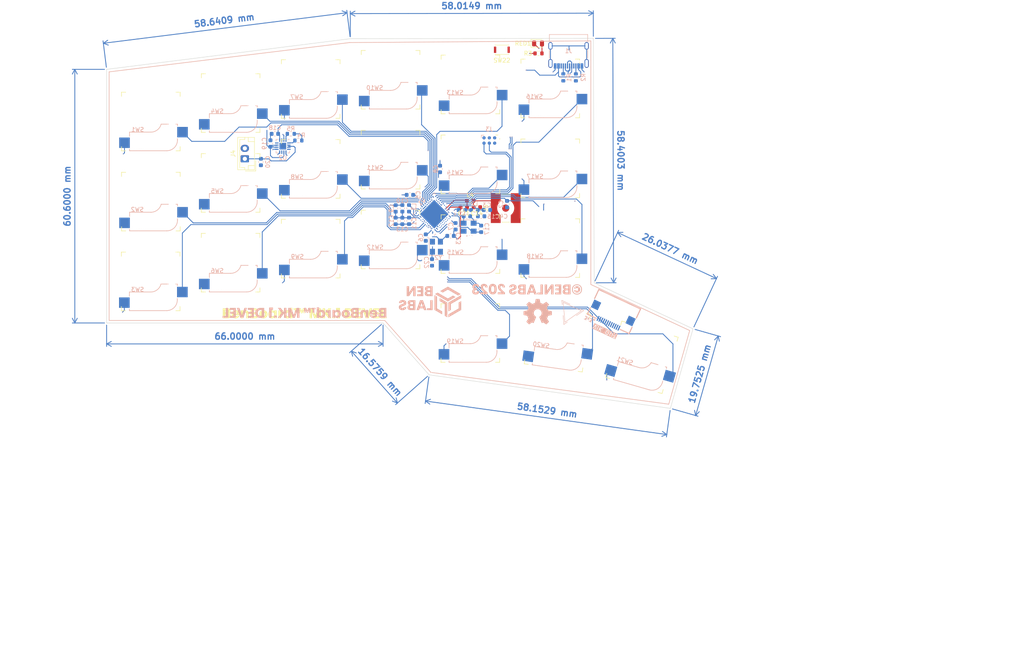
<source format=kicad_pcb>
(kicad_pcb (version 20230517) (generator pcbnew)
  (layers (0 "F.Cu" signal) (1 "In1.Cu" signal) (2 "In2.Cu" signal) (31 "B.Cu" signal) (34 "B.Paste" user) (35 "F.Paste" user) (36 "B.SilkS" user "B.Silkscreen") (37 "F.SilkS" user "F.Silkscreen") (38 "B.Mask" user) (39 "F.Mask" user) (44 "Edge.Cuts" user))
  (net 0 "")
  (net 1 "VBUS")
  (net 2 "VBAT")
  (net 3 "VDDH")
  (net 4 "Net-(U1-DEC4)")
  (net 5 "Net-(U1-DECUSB)")
  (net 6 "Net-(U1-DEC1)")
  (net 7 "Net-(U1-DEC3)")
  (net 8 "Net-(U1-DEC5)")
  (net 9 "VDD_NRF")
  (net 10 "ANTENNA")
  (net 11 "Net-(U1-XC1)")
  (net 12 "Net-(U1-XC2)")
  (net 13 "GND")
  (net 14 "Net-(U1-ANT)")
  (net 15 "Net-(U1-XL2{slash}P0.01)")
  (net 16 "Net-(U1-XL1{slash}P0.00)")
  (net 17 "Net-(J1-CC1)")
  (net 18 "D+")
  (net 19 "D-")
  (net 21 "Net-(J1-CC2)")
  (net 23 "Net-(L1-Pad1)")
  (net 24 "Net-(U1-DCCH)")
  (net 25 "Net-(RED1-A)")
  (net 26 "Net-(U2-TS)")
  (net 27 "Net-(U2-ISET)")
  (net 28 "Net-(RED1-K)")
  (net 29 "SW1")
  (net 30 "SW2")
  (net 31 "SW3")
  (net 32 "SW4")
  (net 33 "SW5")
  (net 34 "SW6")
  (net 35 "SW7")
  (net 36 "SW8")
  (net 37 "SW9")
  (net 38 "SW10")
  (net 39 "SW11")
  (net 40 "SW12")
  (net 41 "SW13")
  (net 42 "SW14")
  (net 43 "SW15")
  (net 44 "SW16")
  (net 45 "SW17")
  (net 46 "SW18")
  (net 47 "SW19")
  (net 48 "SW20")
  (net 49 "SW21")
  (net 50 "SDA")
  (net 51 "SCL")
  (net 52 "VIK_RGB")
  (net 53 "VIK_A0")
  (net 56 "MOSI")
  (net 57 "VIK_A1")
  (net 58 "SPICS")
  (net 60 "SWDC")
  (net 61 "RST")
  (net 62 "POWER")
  (net 63 "SWDI")
  (net 64 "Net-(U1-DCC)")
  (net 67 "MISO")
  (net 68 "SCLK")
  (net 81 "Net-(J5-Ext)")
  (footprint "Capacitor_SMD:C_0603_1608Metric" (layer "F.Cu") (at 147.475674 83.33957 180)
    (fp_text reference "C21")
    (fp_text value "0.8pF")
  )
  (footprint "keyswitches:Kailh_socket_MX" (layer "F.Cu") (at 168.121483 54.96422 180)
    (fp_text reference "SW16")
    (fp_text value "SW_Push")
  )
  (footprint "keyswitches:Kailh_socket_MX" (layer "F.Cu") (at 91.8 96.6 180)
    (fp_text reference "SW6")
    (fp_text value "SW_Push")
  )
  (footprint "keyswitches:Kailh_socket_MX" (layer "F.Cu") (at 110.918494 74.184805 180)
    (fp_text reference "SW8")
    (fp_text value "SW_Push")
  )
  (footprint "keyswitches:Kailh_socket_MX" (layer "F.Cu") (at 91.799895 77.541207 180)
    (fp_text reference "SW5")
    (fp_text value "SW_Push")
  )
  (footprint "keyswitches:Kailh_socket_MX" (layer "F.Cu") (at 168.11683 93.114347 180)
    (fp_text reference "SW18")
    (fp_text value "SW_Push")
  )
  (footprint "keyswitches:Kailh_socket_MX" (layer "F.Cu") (at 129.989237 52.890911 180)
    (fp_text reference "SW10")
    (fp_text value "SW_Push")
  )
  (footprint "keyswitches:Kailh_socket_MX" (layer "F.Cu") (at 91.804653 58.449873 180)
    (fp_text reference "SW4")
    (fp_text value "SW_Push")
  )
  (footprint "Capacitor_SMD:C_0603_1608Metric" (layer "F.Cu") (at 150.6 83.336216)
    (fp_text reference "C14")
    (fp_text value "0.5pF")
  )
  (footprint "keyswitches:Kailh_socket_MX" (layer "F.Cu") (at 149.057663 73.100569 180)
    (fp_text reference "SW14")
    (fp_text value "SW_Push")
  )
  (footprint "Connector_JST:JST_EH_B2B-EH-A_1x02_P2.50mm_Vertical" (layer "F.Cu") (at 95.194344 71.77389 90)
    (fp_text reference "J4")
    (fp_text value "Conn_01x02_Pin")
  )
  (footprint "Button_Switch_SMD:SW_SPST_CK_KXT3" (layer "F.Cu") (at 156.565 45.72)
    (fp_text reference "SW22")
    (fp_text value "SW_Push")
  )
  (footprint "keyswitches:Kailh_socket_MX" (layer "F.Cu") (at 110.918599 93.243598 180)
    (fp_text reference "SW9")
    (fp_text value "SW_Push")
  )
  (footprint "keyswitches:Kailh_socket_MX" (layer "F.Cu") (at 110.923252 55.093471 180)
    (fp_text reference "SW7")
    (fp_text value "SW_Push")
  )
  (footprint "LED_SMD:LED_0805_2012Metric" (layer "F.Cu") (at 165.2 44.209486)
    (fp_text reference "RED1")
    (fp_text value "LED")
  )
  (footprint "Connector_Coaxial:SMA_Amphenol_132134-10_Vertical" (layer "F.Cu") (at 157.48 83.56 90)
    (fp_text reference "J5")
    (fp_text value "Conn_Coaxial")
  )
  (footprint "keyswitches:Kailh_socket_MX" (layer "F.Cu") (at 129.99 71.982245 180)
    (fp_text reference "SW11")
    (fp_text value "SW_Push")
  )
  (footprint "Inductor_SMD:L_0603_1608Metric" (layer "F.Cu") (at 149 81.8 180)
    (fp_text reference "L4")
    (fp_text value "4.1nH")
  )
  (footprint "keyswitches:Kailh_socket_MX" (layer "F.Cu") (at 149.035 113.4 180)
    (fp_text reference "SW19")
    (fp_text value "SW_Push")
  )
  (footprint "keyswitches:Kailh_socket_MX" (layer "F.Cu") (at 72.765 82 180)
    (fp_text reference "SW2")
    (fp_text value "SW_Push")
  )
  (footprint "Resistor_SMD:R_0603_1608Metric" (layer "F.Cu") (at 165.302883 46.591412 180)
    (fp_text reference "R3")
    (fp_text value "10k")
  )
  (footprint "keyswitches:Kailh_socket_MX" (layer "F.Cu") (at 149.057731 92.151836 180)
    (fp_text reference "SW15")
    (fp_text value "SW_Push")
  )
  (footprint "keyswitches:Kailh_socket_MX" (layer "F.Cu") (at 189.999999 119.199999 164)
    (fp_text reference "SW21")
    (fp_text value "SW_Push")
  )
  (footprint "keyswitches:Kailh_socket_MX" (layer "F.Cu") (at 72.755 62.86 180)
    (fp_text reference "SW1")
    (fp_text value "SW_Push")
  )
  (footprint "keyswitches:Kailh_socket_MX" (layer "F.Cu") (at 169.8 114.8 172)
    (fp_text reference "SW20")
    (fp_text value "SW_Push")
  )
  (footprint "keyswitches:Kailh_socket_MX" (layer "F.Cu") (at 72.72 101.06 180)
    (fp_text reference "SW3")
    (fp_text value "SW_Push")
  )
  (footprint "keyswitches:Kailh_socket_MX" (layer "F.Cu") (at 129.984584 91.041038 180)
    (fp_text reference "SW12")
    (fp_text value "SW_Push")
  )
  (footprint "keyswitches:Kailh_socket_MX" (layer "F.Cu") (at 149.062421 54.009235 180)
    (fp_text reference "SW13")
    (fp_text value "SW_Push")
  )
  (footprint "keyswitches:Kailh_socket_MX" (layer "F.Cu") (at 168.116725 74.055554 180)
    (fp_text reference "SW17")
    (fp_text value "SW_Push")
  )
  (footprint "Connector:Tag-Connect_TC2030-IDC-NL_2x03_P1.27mm_Vertical" (layer "B.Cu") (at 153.57 67.4)
    (fp_text reference "J3")
    (fp_text value "Conn_ARM_SWD_TagConnect_TC2030-NL")
  )
  (footprint "Capacitor_SMD:C_0603_1608Metric" (layer "B.Cu") (at 101.308709 68.121967 90)
    (fp_text reference "C19")
    (fp_text value "4.7uF")
  )
  (footprint "Capacitor_SMD:C_0603_1608Metric" (layer "B.Cu") (at 132.8 83.6 90)
    (fp_text reference "C10")
    (fp_text value "100nF")
  )
  (footprint "vik:vik-keyboard-connector-horizontal" (layer "B.Cu") (at 182.88 109.22 -24.987)
    (fp_text reference "J2" hide)
    (fp_text value "~")
  )
  (footprint "Capacitor_SMD:C_0603_1608Metric" (layer "B.Cu") (at 145.504428 87.896268 -90)
    (fp_text reference "C7")
    (fp_text value "100pF")
  )
  (footprint "LOGO" (layer "B.Cu") (at 165.1 108.384944 180)
    (fp_text reference "G***" hide)
    (fp_text value "LOGO" hide)
  )
  (footprint "Capacitor_SMD:C_0603_1608Metric" (layer "B.Cu") (at 148.217412 85.508809 180)
    (fp_text reference "C16")
    (fp_text value "12pF")
  )
  (footprint "Capacitor_SMD:C_0603_1608Metric" (layer "B.Cu") (at 139.886827 96.526166 90)
    (fp_text reference "C22")
    (fp_text value "12pF")
  )
  (footprint "Capacitor_SMD:C_0603_1608Metric" (layer "B.Cu") (at 134.6 80.4 180)
    (fp_text reference "C5")
    (fp_text value "4.7uF")
  )
  (footprint "Capacitor_SMD:C_0603_1608Metric" (layer "B.Cu") (at 134.4 86.6 -90)
    (fp_text reference "C11")
    (fp_text value "100nF")
  )
  (footprint "vik:vik-logo-small" (layer "B.Cu") (at 172.72 108.447318 155.014)
    (fp_text reference "REF**")
    (fp_text value "vik-logo-small")
  )
  (footprint "Capacitor_SMD:C_0603_1608Metric" (layer "B.Cu") (at 131.2 86.625 -90)
    (fp_text reference "C12")
    (fp_text value "100nF")
  )
  (footprint "Connector_USB:USB_C_Receptacle_G-Switch_GT-USB-7010ASV" (layer "B.Cu") (at 172.48 45.865)
    (fp_text reference "J1")
    (fp_text value "USB_C_Receptacle_USB2.0")
  )
  (footprint "Resistor_SMD:R_0603_1608Metric" (layer "B.Cu") (at 107.968839 67.408382)
    (fp_text reference "R4")
    (fp_text value "10k")
  )
  (footprint "Crystal:Crystal_SMD_SeikoEpson_FA238V-4Pin_3.2x2.5mm" (layer "B.Cu") (at 140.939279 92.769402 90)
    (fp_text reference "Y2")
    (fp_text value "32.768kHz")
  )
  (footprint "Crystal:Crystal_SMD_SeikoEpson_FA238V-4Pin_3.2x2.5mm" (layer "B.Cu") (at 148.617412 88.108809)
    (fp_text reference "Y1")
    (fp_text value "32MHz")
  )
  (footprint "Capacitor_SMD:C_0603_1608Metric" (layer "B.Cu") (at 141.8 74.2 90)
    (fp_text reference "C8")
    (fp_text value "820pF")
  )
  (footprint "Resistor_SMD:R_0603_1608Metric" (layer "B.Cu") (at 106.168839 65.808382 180)
    (fp_text reference "R5")
    (fp_text value "10k")
  )
  (footprint "Capacitor_SMD:C_0603_1608Metric" (layer "B.Cu") (at 99.032766 72.53402 -90)
    (fp_text reference "C20")
    (fp_text value "4.7uF")
  )
  (footprint "Inductor_SMD:L_0603_1608Metric" (layer "B.Cu") (at 150 84 180)
    (fp_text reference "L2")
    (fp_text value "15nH")
  )
  (footprint "Capacitor_SMD:C_0603_1608Metric" (layer "B.Cu") (at 153 84)
    (fp_text reference "C3")
    (fp_text value "1uF")
  )
  (footprint "Capacitor_SMD:C_0603_1608Metric" (layer "B.Cu") (at 132.8 86.625 -90)
    (fp_text reference "C13")
    (fp_text value "1uF")
  )
  (footprint "Capacitor_SMD:C_0603_1608Metric" (layer "B.Cu") (at 102.368839 65.808382 180)
    (fp_text reference "C18")
    (fp_text value "1uF")
  )
  (footprint "Capacitor_SMD:C_0603_1608Metric" (layer "B.Cu") (at 138.4 90.6 -90)
    (fp_text reference "C6")
    (fp_text value "100nF")
  )
  (footprint "Capacitor_SMD:C_0603_1608Metric" (layer "B.Cu") (at 151.617412 85.508809)
    (fp_text reference "C4")
    (fp_text value "47nF")
  )
  (footprint "Resistor_SMD:R_0603_1608Metric" (layer "B.Cu") (at 174.2298 52.316831 -90)
    (fp_text reference "R2")
    (fp_text value "5.1k")
  )
  (footprint "Inductor_SMD:L_0603_1608Metric" (layer "B.Cu") (at 134.4 83.6 -90)
    (fp_text reference "L3")
    (fp_text value "10uH")
  )
  (footprint "Inductor_SMD:L_0603_1608Metric" (layer "B.Cu") (at 147 84 180)
    (fp_text reference "L1")
    (fp_text value "10uH")
  )
  (footprint "Capacitor_SMD:C_0603_1608Metric" (layer "B.Cu") (at 151.617412 88.508809 -90)
    (fp_text reference "C17")
    (fp_text value "12pF")
  )
  (footprint "Package_DFN_QFN:Nordic_AQFN-73-1EP_7x7mm_P0.5mm" (layer "B.Cu") (at 140.4 85 45)
    (fp_text reference "U1")
    (fp_text value "nRF52840")
  )
  (footprint "Capacitor_SMD:C_0603_1608Metric" (layer "B.Cu") (at 131.2 83.625 90)
    (fp_text reference "C9")
    (fp_text value "4.7uF")
  )
  (footprint "Resistor_SMD:R_0603_1608Metric" (layer "B.Cu") (at 171.229482 52.307928 -90)
    (fp_text reference "R1")
    (fp_text value "5.1k")
  )
  (footprint "Capacitor_SMD:C_0603_1608Metric" (layer "B.Cu") (at 144.302408 90.2 180)
    (fp_text reference "C23")
    (fp_text value "12pF")
  )
  (footprint "Package_DFN_QFN:VQFN-16-1EP_3x3mm_P0.5mm_EP1.6x1.6mm" (layer "B.Cu") (at 104.262515 68.750828 180)
    (fp_text reference "U2")
    (fp_text value "BQ24075RGT")
  )
  (footprint "Capacitor_SMD:C_0603_1608Metric" (layer "B.Cu") (at 157.8 82.6 -90)
    (fp_text reference "C2")
    (fp_text value "4.7uF")
  )
  (gr_poly (pts (xy 140.592323 104.088648) (xy 143.662633 105.860271) (xy 145.498254 104.800419) (xy 144.881695 104.444534) (xy 143.662633 105.1485) (xy 141.210443 103.732762)) (fill solid) (layer "B.SilkS"))
  (gr_line (start 177.8 101.8) (end 201.4 112.8) (stroke (width 0.15)) (layer "B.SilkS"))
  (gr_poly (pts (xy 169.278272 102.263973) (xy 170.155419 102.263973) (xy 170.155419 102.74488) (xy 169.379872 102.74488) (xy 169.379872 103.191919) (xy 170.155419 103.191919) (xy 170.155419 103.713466) (xy 169.278272 103.713466) (xy 169.278272 104.177439) (xy 170.734538 104.177439) (xy 170.734538 101.8) (xy 169.278272 101.8)) (fill solid) (layer "B.SilkS"))
  (gr_poly (pts (xy 121.265979 107.4) (xy 121.22255 107.401945) (xy 121.180364 107.405186) (xy 121.13942 107.409723) (xy 121.09972 107.415557) (xy 121.061263 107.422688) (xy 121.024048 107.431115) (xy 120.988078 107.440838) (xy 120.95335 107.451858) (xy 120.919866 107.464174) (xy 120.887625 107.477787) (xy 120.856628 107.492696) (xy 120.826875 107.508902) (xy 120.798366 107.526404) (xy 120.7711 107.545203) (xy 120.745078 107.565299) (xy 120.720059 107.586505) (xy 120.696654 107.608638) (xy 120.674864 107.631696) (xy 120.654689 107.655681) (xy 120.636128 107.680592) (xy 120.619182 107.706428) (xy 120.603849 107.733191) (xy 120.590131 107.760879) (xy 120.578028 107.789494) (xy 120.567538 107.819034) (xy 120.558662 107.849501) (xy 120.551401 107.880894) (xy 120.545753 107.913213) (xy 120.541719 107.946457) (xy 120.539298 107.980628) (xy 120.538491 108.015725) (xy 120.538928 108.041694) (xy 120.540238 108.067107) (xy 120.54242 108.091964) (xy 120.545476 108.116266) (xy 120.549405 108.140013) (xy 120.554208 108.163204) (xy 120.559883 108.185839) (xy 120.566431 108.207919) (xy 120.573853 108.229443) (xy 120.582147 108.250411) (xy 120.591315 108.270824) (xy 120.601356 108.290681) (xy 120.61227 108.309982) (xy 120.624058 108.328728) (xy 120.636718 108.346918) (xy 120.650251 108.364552) (xy 120.664086 108.381578) (xy 120.678504 108.397942) (xy 120.693504 108.413645) (xy 120.709087 108.428686) (xy 120.725253 108.443066) (xy 120.742001 108.456784) (xy 120.759331 108.469842) (xy 120.777244 108.482237) (xy 120.79574 108.493972) (xy 120.814817 108.505044) (xy 120.834477 108.515456) (xy 120.854718 108.525206) (xy 120.875542 108.534295) (xy 120.896948 108.542722) (xy 120.918935 108.550488) (xy 120.941504 108.557592) (xy 120.915996 108.563559) (xy 120.891123 108.570451) (xy 120.866887 108.57827) (xy 120.843286 108.587014) (xy 120.820321 108.596685) (xy 120.797991 108.607281) (xy 120.776297 108.618804) (xy 120.755238 108.631253) (xy 120.734814 108.644627) (xy 120.715024 108.658928) (xy 120.69587 108.674154) (xy 120.67735 108.690307) (xy 120.659464 108.707386) (xy 120.642212 108.725391) (xy 120.625595 108.744322) (xy 120.609611 108.764179) (xy 120.594434 108.78426) (xy 120.580237 108.804712) (xy 120.56702 108.825535) (xy 120.554782 108.846728) (xy 120.543524 108.868291) (xy 120.533245 108.890225) (xy 120.523945 108.912529) (xy 120.515625 108.935204) (xy 120.508283 108.958249) (xy 120.501921 108.981665) (xy 120.496538 109.005451) (xy 120.492134 109.029608) (xy 120.488708 109.054135) (xy 120.486262 109.079032) (xy 120.484794 109.1043) (xy 120.484304 109.129939) (xy 120.485125 109.166716) (xy 120.487586 109.202541) (xy 120.491688 109.237413) (xy 120.49743 109.271332) (xy 120.504813 109.304299) (xy 120.513837 109.336314) (xy 120.5245 109.367376) (xy 120.536804 109.397485) (xy 120.550749 109.426642) (xy 120.566333 109.454847) (xy 120.583558 109.482099) (xy 120.602422 109.508398) (xy 120.622927 109.533745) (xy 120.645071 109.55814) (xy 120.668855 109.581582) (xy 120.694278 109.604072) (xy 120.720753 109.624987) (xy 120.748524 109.644553) (xy 120.77759 109.66277) (xy 120.807953 109.679637) (xy 120.839612 109.695155) (xy 120.872567 109.709323) (xy 120.906818 109.722142) (xy 120.942365 109.733612) (xy 120.979208 109.743732) (xy 121.017347 109.752503) (xy 121.056782 109.759925) (xy 121.097513 109.765997) (xy 121.13954 109.77072) (xy 121.182863 109.774093) (xy 121.227483 109.776117) (xy 121.273398 109.776792) (xy 122.380838 109.776792) (xy 122.380838 108.784499) (xy 121.801718 108.784499) (xy 121.801718 109.309432) (xy 121.374998 109.309432) (xy 121.357056 109.30918) (xy 121.339644 109.308426) (xy 121.322761 109.30717) (xy 121.306408 109.30541) (xy 121.290585 109.303148) (xy 121.275291 109.300383) (xy 121.260526 109.297116) (xy 121.246291 109.293346) (xy 121.232586 109.289073) (xy 121.219411 109.284297) (xy 121.206765 109.279019) (xy 121.194648 109.273238) (xy 121.183061 109.266954) (xy 121.172004 109.260167) (xy 121.161476 109.252877) (xy 121.151478 109.245085) (xy 121.141636 109.236394) (xy 121.132428 109.227253) (xy 121.123856 109.217662) (xy 121.115918 109.207621) (xy 121.108616 109.197131) (xy 121.101948 109.18619) (xy 121.095916 109.1748) (xy 121.090518 109.16296) (xy 121.085756 109.15067) (xy 121.081628 109.13793) (xy 121.078136 109.124741) (xy 121.075278 109.111101) (xy 121.073056 109.097012) (xy 121.071468 109.082473) (xy 121.070516 109.067484) (xy 121.070198 109.052045) (xy 121.070529 109.036593) (xy 121.071521 109.021565) (xy 121.073173 109.00696) (xy 121.075487 108.992778) (xy 121.078463 108.979019) (xy 121.0821 108.965684) (xy 121.086398 108.952773) (xy 121.091358 108.940285) (xy 121.09698 108.92822) (xy 121.103263 108.916578) (xy 121.110208 108.90536) (xy 121.117815 108.894565) (xy 121.126084 108.884193) (xy 121.135015 108.874245) (xy 121.144609 108.86472) (xy 121.154864 108.855619) (xy 121.165275 108.847006) (xy 121.176189 108.83895) (xy 121.187605 108.831449) (xy 121.199523 108.824504) (xy 121.211945 108.818114) (xy 121.224868 108.81228) (xy 121.238295 108.807001) (xy 121.252224 108.802279) (xy 121.266657 108.798111) (xy 121.281592 108.7945) (xy 121.29703 108.791444) (xy 121.312972 108.788944) (xy 121.329417 108.786999) (xy 121.346365 108.78561) (xy 121.363816 108.784776) (xy 121.381771 108.784499) (xy 121.801718 108.784499) (xy 122.380838 108.784499) (xy 122.380838 107.863325) (xy 121.801718 107.863325) (xy 121.801718 108.361165) (xy 121.422411 108.361165) (xy 121.404896 108.360927) (xy 121.38791 108.360213) (xy 121.371454 108.359022) (xy 121.355527 108.357355) (xy 121.34013 108.355212) (xy 121.325261 108.352593) (xy 121.310922 108.349497) (xy 121.297111 108.345925) (xy 121.28383 108.341877) (xy 121.271078 108.337353) (xy 121.258854 108.332352) (xy 121.247159 108.326875) (xy 121.235993 108.320922) (xy 121.225355 108.314493) (xy 121.215246 108.307587) (xy 121.205665 108.300205) (xy 121.196236 108.291937) (xy 121.187414 108.283219) (xy 121.1792 108.274051) (xy 121.171594 108.264433) (xy 121.164596 108.254365) (xy 121.158206 108.243848) (xy 121.152425 108.232881) (xy 121.147251 108.221465) (xy 121.142686 108.209598) (xy 121.13873 108.197282) (xy 121.135382 108.184516) (xy 121.132642 108.1713) (xy 121.130511 108.157634) (xy 121.128989 108.143519) (xy 121.128076 108.128954) (xy 121.127771 108.113939) (xy 121.128076 108.098924) (xy 121.128989 108.084358) (xy 121.130511 108.070243) (xy 121.132642 108.056577) (xy 121.135382 108.043361) (xy 121.13873 108.030595) (xy 121.142686 108.018279) (xy 121.147251 108.006413) (xy 121.152425 107.994996) (xy 121.158206 107.984029) (xy 121.164596 107.973512) (xy 121.171594 107.963444) (xy 121.1792 107.953827) (xy 121.187414 107.944659) (xy 121.196236 107.93594) (xy 121.205665 107.927672) (xy 121.215246 107.91988) (xy 121.225355 107.91259) (xy 121.235993 107.905803) (xy 121.247159 107.89952) (xy 121.258854 107.893738) (xy 121.271078 107.88846) (xy 121.28383 107.883684) (xy 121.297111 107.879411) (xy 121.310922 107.875641) (xy 121.325261 107.872374) (xy 121.34013 107.869609) (xy 121.355527 107.867347) (xy 121.371454 107.865587) (xy 121.38791 107.864331) (xy 121.404896 107.863577) (xy 121.422411 107.863325) (xy 121.801718 107.863325) (xy 122.380838 107.863325) (xy 122.380838 107.399352) (xy 121.310651 107.399352)) (fill solid) (layer "B.SilkS"))
  (gr_line (start 139.6 122.8) (end 128.6 110.4) (stroke (width 0.15)) (layer "B.SilkS"))
  (gr_poly (pts (xy 112.3653 109.776792) (xy 112.94442 109.776792) (xy 112.94442 109.505858) (xy 112.954858 109.52258) (xy 112.965852 109.538879) (xy 112.977401 109.554754) (xy 112.989506 109.570206) (xy 113.002166 109.585234) (xy 113.015382 109.599839) (xy 113.029154 109.614021) (xy 113.043481 109.627779) (xy 113.058364 109.641114) (xy 113.073802 109.654026) (xy 113.089796 109.666514) (xy 113.106346 109.678579) (xy 113.123451 109.69022) (xy 113.141112 109.701439) (xy 113.159329 109.712234) (xy 113.178101 109.722605) (xy 113.196923 109.732448) (xy 113.216143 109.741655) (xy 113.235762 109.750228) (xy 113.255777 109.758165) (xy 113.27619 109.765468) (xy 113.297001 109.772135) (xy 113.318209 109.778168) (xy 113.339814 109.783565) (xy 113.361815 109.788328) (xy 113.384214 109.792455) (xy 113.407009 109.795948) (xy 113.4302 109.798805) (xy 113.453788 109.801028) (xy 113.477772 109.802615) (xy 113.502152 109.803568) (xy 113.526928 109.803885) (xy 113.555966 109.803422) (xy 113.58466 109.802033) (xy 113.613011 109.799718) (xy 113.641018 109.796477) (xy 113.668682 109.792309) (xy 113.696001 109.787216) (xy 113.722976 109.781197) (xy 113.749607 109.774251) (xy 113.775895 109.76638) (xy 113.801837 109.757582) (xy 113.827436 109.747859) (xy 113.85269 109.737209) (xy 113.877599 109.725634) (xy 113.902164 109.713133) (xy 113.926384 109.699705) (xy 113.95026 109.685352) (xy 113.973659 109.669728) (xy 113.996451 109.653337) (xy 114.018635 109.636179) (xy 114.040211 109.618253) (xy 114.06118 109.59956) (xy 114.081539 109.5801) (xy 114.101291 109.559873) (xy 114.120435 109.538878) (xy 114.13897 109.517116) (xy 114.156896 109.494586) (xy 114.174214 109.47129) (xy 114.190924 109.447226) (xy 114.207025 109.422395) (xy 114.222517 109.396797) (xy 114.2374 109.370431) (xy 114.251674 109.343298) (xy 114.264795 109.315094) (xy 114.277069 109.28636) (xy 114.288498 109.257097) (xy 114.29908 109.227305) (xy 114.308816 109.196984) (xy 114.317706 109.166133) (xy 114.32575 109.134753) (xy 114.332948 109.102845) (xy 114.339299 109.070407) (xy 114.344803 109.037439) (xy 114.349461 109.003943) (xy 114.353272 108.969918) (xy 114.356237 108.935363) (xy 114.358354 108.90028) (xy 114.359625 108.864667) (xy 114.360048 108.828525) (xy 113.770768 108.828525) (xy 113.770304 108.855275) (xy 113.768915 108.881337) (xy 113.766599 108.90671) (xy 113.763357 108.931396) (xy 113.759189 108.955394) (xy 113.754094 108.978704) (xy 113.748074 109.001326) (xy 113.741128 109.02326) (xy 113.733256 109.044506) (xy 113.724458 109.065064) (xy 113.714735 109.084934) (xy 113.704086 109.104116) (xy 113.692511 109.12261) (xy 113.680011 109.140417) (xy 113.666585 109.157535) (xy 113.652234 109.173965) (xy 113.636796 109.189139) (xy 113.62096 109.203335) (xy 113.604728 109.216551) (xy 113.588099 109.228788) (xy 113.571073 109.240046) (xy 113.55365 109.250325) (xy 113.535831 109.259625) (xy 113.517614 109.267946) (xy 113.499001 109.275288) (xy 113.47999 109.281651) (xy 113.460583 109.287035) (xy 113.440779 109.291441) (xy 113.420578 109.294867) (xy 113.399981 109.297314) (xy 113.378986 109.298783) (xy 113.357595 109.299272) (xy 113.336216 109.298783) (xy 113.315261 109.297314) (xy 113.294728 109.294867) (xy 113.274619 109.291441) (xy 113.254933 109.287035) (xy 113.23567 109.281651) (xy 113.216831 109.275288) (xy 113.198415 109.267946) (xy 113.180422 109.259625) (xy 113.162853 109.250325) (xy 113.145708 109.240046) (xy 113.128987 109.228788) (xy 113.112689 109.216551) (xy 113.096816 109.203335) (xy 113.081366 109.189139) (xy 113.066341 109.173965) (xy 113.051577 109.157945) (xy 113.037766 109.141209) (xy 113.024907 109.12376) (xy 113.013001 109.105596) (xy 113.002047 109.086719) (xy 112.992046 109.067126) (xy 112.982997 109.04682) (xy 112.9749 109.025799) (xy 112.967757 109.004063) (xy 112.961565 108.981613) (xy 112.956327 108.958449) (xy 112.95204 108.934571) (xy 112.948707 108.909978) (xy 112.946325 108.88467) (xy 112.944896 108.858648) (xy 112.94442 108.831912) (xy 112.944896 108.805176) (xy 112.946325 108.779154) (xy 112.948707 108.753846) (xy 112.95204 108.729253) (xy 112.956327 108.705374) (xy 112.961565 108.68221) (xy 112.967757 108.659761) (xy 112.9749 108.638025) (xy 112.982997 108.617004) (xy 112.992046 108.596698) (xy 113.002047 108.577105) (xy 113.013001 108.558227) (xy 113.024907 108.540064) (xy 113.037766 108.522614) (xy 113.051577 108.505879) (xy 113.066341 108.489859) (xy 113.081366 108.474684) (xy 113.096816 108.460489) (xy 113.112689 108.447273) (xy 113.128987 108.435036) (xy 113.145708 108.423778) (xy 113.162853 108.413499) (xy 113.180422 108.404199) (xy 113.198415 108.395878) (xy 113.216831 108.388536) (xy 113.23567 108.382173) (xy 113.254933 108.376789) (xy 113.274619 108.372383) (xy 113.294728 108.368957) (xy 113.315261 108.36651) (xy 113.336216 108.365041) (xy 113.357595 108.364552) (xy 113.378986 108.365041) (xy 113.399981 108.36651) (xy 113.420578 108.368957) (xy 113.440779 108.372383) (xy 113.460583 108.376789) (xy 113.47999 108.382173) (xy 113.499001 108.388536) (xy 113.517614 108.395878) (xy 113.535831 108.404199) (xy 113.55365 108.413499) (xy 113.571073 108.423778) (xy 113.588099 108.435036) (xy 113.604728 108.447273) (xy 113.62096 108.460489) (xy 113.636796 108.474684) (xy 113.652234 108.489859) (xy 113.666585 108.505469) (xy 113.680011 108.52182) (xy 113.692511 108.538912) (xy 113.704086 108.556745) (xy 113.714735 108.575319) (xy 113.724458 108.594633) (xy 113.733256 108.614688) (xy 113.741128 108.635485) (xy 113.748074 108.657022) (xy 113.754094 108.679299) (xy 113.759189 108.702318) (xy 113.763357 108.726078) (xy 113.766599 108.750578) (xy 113.768915 108.77582) (xy 113.770304 108.801802) (xy 113.770768 108.828525) (xy 114.360048 108.828525) (xy 114.359625 108.792397) (xy 114.358354 108.756824) (xy 114.356237 108.721806) (xy 114.353272 108.687344) (xy 114.349461 108.653438) (xy 114.344803 108.620087) (xy 114.339299 108.587292) (xy 114.332948 108.555052) (xy 114.32575 108.523368) (xy 114.317706 108.49224) (xy 114.308816 108.461667) (xy 114.29908 108.43165) (xy 114.288498 108.402188) (xy 114.277069 108.373283) (xy 114.264795 108.344933) (xy 114.251674 108.317139) (xy 114.2374 108.290019) (xy 114.222517 108.263693) (xy 114.207025 108.238161) (xy 114.190924 108.213422) (xy 114.174214 108.189478) (xy 114.156896 108.166326) (xy 114.13897 108.143969) (xy 114.120435 108.122405) (xy 114.101291 108.101635) (xy 114.081539 108.081659) (xy 114.06118 108.062477) (xy 114.040211 108.044088) (xy 114.018635 108.026493) (xy 113.996451 108.009692) (xy 113.973659 107.993685) (xy 113.95026 107.978472) (xy 113.926384 107.964119) (xy 113.902164 107.950691) (xy 113.877599 107.93819) (xy 113.85269 107.926614) (xy 113.827436 107.915965) (xy 113.801837 107.906241) (xy 113.775895 107.897444) (xy 113.749607 107.889573) (xy 113.722976 107.882627) (xy 113.696001 107.876608) (xy 113.668682 107.871514) (xy 113.641018 107.867347) (xy 113.613011 107.864106) (xy 113.58466 107.861791) (xy 113.555966 107.860402) (xy 113.526928 107.859939) (xy 113.503774 107.860243) (xy 113.480885 107.861156) (xy 113.458261 107.862677) (xy 113.435903 107.864807) (xy 113.41381 107.867546) (xy 113.391982 107.870893) (xy 113.370419 107.874848) (xy 113.349121 107.879413) (xy 113.328087 107.884585) (xy 113.307318 107.890366) (xy 113.286814 107.896756) (xy 113.266575 107.903754) (xy 113.2466 107.911361) (xy 113.226889 107.919576) (xy 113.207442 107.9284) (xy 113.18826 107.937832) (xy 113.169049 107.94778) (xy 113.150367 107.958151) (xy 113.132214 107.968946) (xy 113.114591 107.980165) (xy 113.097498 107.991806) (xy 113.080934 108.003871) (xy 113.064899 108.01636) (xy 113.049394 108.029271) (xy 113.034419 108.042606) (xy 113.019973 108.056365) (xy 113.006057 108.070547) (xy 112.992671 108.085152) (xy 112.979814 108.10018) (xy 112.967486 108.115632) (xy 112.955689 108.131507) (xy 112.94442 108.147805) (xy 112.94442 107.270659) (xy 112.3653 107.270659)) (fill solid) (layer "B.SilkS"))
  (gr_poly (pts (xy 111.089534 107.721085) (xy 111.370626 107.721085) (xy 111.36724 108.574525) (xy 111.787186 108.574525) (xy 111.7838 107.721085) (xy 112.064893 107.721085) (xy 112.064893 107.385805) (xy 111.089534 107.385805)) (fill solid) (layer "B.SilkS"))
  (gr_poly (pts (xy 174.45839 102.220528) (xy 174.425476 102.222275) (xy 174.393197 102.225185) (xy 174.361553 102.22926) (xy 174.330544 102.234499) (xy 174.300169 102.240902) (xy 174.27043 102.248469) (xy 174.241326 102.2572) (xy 174.212856 102.267096) (xy 174.185022 102.278155) (xy 174.157823 102.290379) (xy 174.131259 102.303767) (xy 174.105329 102.318319) (xy 174.080035 102.334035) (xy 174.055376 102.350915) (xy 174.031352 102.36896) (xy 174.007765 102.388009) (xy 173.985262 102.407906) (xy 173.963844 102.428649) (xy 173.943511 102.450239) (xy 173.924263 102.472675) (xy 173.906099 102.495958) (xy 173.88902 102.520088) (xy 173.873026 102.545065) (xy 173.858117 102.570888) (xy 173.844293 102.597558) (xy 173.831553 102.625075) (xy 173.819898 102.653439) (xy 173.809328 102.682649) (xy 173.799842 102.712706) (xy 173.791442 102.743609) (xy 173.784126 102.77536) (xy 174.281966 102.77536) (xy 174.285075 102.765756) (xy 174.288475 102.756416) (xy 174.292166 102.747341) (xy 174.296148 102.738531) (xy 174.300421 102.729985) (xy 174.304985 102.721703) (xy 174.30984 102.713686) (xy 174.314986 102.705934) (xy 174.320424 102.698447) (xy 174.326152 102.691223) (xy 174.332171 102.684265) (xy 174.338481 102.677571) (xy 174.345082 102.671141) (xy 174.351975 102.664976) (xy 174.359158 102.659076) (xy 174.366633 102.65344) (xy 174.373935 102.648108) (xy 174.381449 102.64312) (xy 174.389174 102.638477) (xy 174.397112 102.634177) (xy 174.405261 102.630222) (xy 174.413621 102.62661) (xy 174.422194 102.623343) (xy 174.430978 102.620419) (xy 174.439974 102.617839) (xy 174.449181 102.615604) (xy 174.458601 102.613712) (xy 174.468232 102.612164) (xy 174.478074 102.610961) (xy 174.488129 102.610101) (xy 174.498395 102.609585) (xy 174.508873 102.609413) (xy 174.524324 102.609783) (xy 174.539353 102.610894) (xy 174.553958 102.612746) (xy 174.56814 102.615339) (xy 174.581898 102.618673) (xy 174.595233 102.622747) (xy 174.608145 102.627563) (xy 174.620633 102.633119) (xy 174.632698 102.639416) (xy 174.64434 102.646454) (xy 174.655558 102.654233) (xy 174.666353 102.662752) (xy 174.676724 102.672013) (xy 174.686672 102.682014) (xy 174.696197 102.692756) (xy 174.705299 102.70424) (xy 174.713911 102.716437) (xy 174.721968 102.729323) (xy 174.729469 102.742896) (xy 174.736414 102.757157) (xy 174.742804 102.772106) (xy 174.748638 102.787743) (xy 174.753916 102.804068) (xy 174.758639 102.82108) (xy 174.762806 102.838781) (xy 174.766418 102.857169) (xy 174.769474 102.876246) (xy 174.771974 102.89601) (xy 174.773919 102.916462) (xy 174.775308 102.937602) (xy 174.776141 102.95943) (xy 174.776419 102.981946) (xy 174.776141 103.004462) (xy 174.775308 103.02629) (xy 174.773919 103.047431) (xy 174.771974 103.067883) (xy 174.769474 103.087647) (xy 174.766418 103.106723) (xy 174.762806 103.125112) (xy 174.758639 103.142812) (xy 174.753916 103.159825) (xy 174.748638 103.17615) (xy 174.742804 103.191786) (xy 174.736414 103.206735) (xy 174.729469 103.220997) (xy 174.721968 103.23457) (xy 174.713911 103.247455) (xy 174.705299 103.259653) (xy 174.696197 103.271136) (xy 174.686672 103.281878) (xy 174.676724 103.29188) (xy 174.666353 103.30114) (xy 174.655558 103.30966) (xy 174.64434 103.317439) (xy 174.632698 103.324477) (xy 174.620633 103.330774) (xy 174.608145 103.33633) (xy 174.595233 103.341145) (xy 174.581898 103.34522) (xy 174.56814 103.348553) (xy 174.553958 103.351146) (xy 174.539353 103.352998) (xy 174.524324 103.354109) (xy 174.508873 103.35448) (xy 174.488143 103.353831) (xy 174.478105 103.353021) (xy 174.468286 103.351887) (xy 174.458685 103.350428) (xy 174.449302 103.348646) (xy 174.440138 103.346539) (xy 174.431191 103.344108) (xy 174.422463 103.341353) (xy 174.413954 103.338274) (xy 174.405662 103.334871) (xy 174.397589 103.331144) (xy 174.389734 103.327092) (xy 174.382098 103.322717) (xy 174.374679 103.318017) (xy 174.367479 103.312994) (xy 174.360497 103.307646) (xy 174.353734 103.301974) (xy 174.347189 103.295978) (xy 174.340862 103.289657) (xy 174.334753 103.283013) (xy 174.328863 103.276045) (xy 174.323191 103.268752) (xy 174.317737 103.261135) (xy 174.312502 103.253194) (xy 174.307484 103.244929) (xy 174.302685 103.23634) (xy 174.298105 103.227427) (xy 174.293743 103.21819) (xy 174.289599 103.208628) (xy 174.281966 103.188533) (xy 173.784126 103.188533) (xy 173.791442 103.219476) (xy 173.799842 103.249651) (xy 173.809328 103.279059) (xy 173.819898 103.3077) (xy 173.831553 103.335574) (xy 173.844293 103.362681) (xy 173.858117 103.38902) (xy 173.873026 103.414592) (xy 173.88902 103.439397) (xy 173.906099 103.463434) (xy 173.924263 103.486705) (xy 173.943511 103.509208) (xy 173.963844 103.530943) (xy 173.985262 103.551911) (xy 174.007765 103.572112) (xy 174.031352 103.591546) (xy 174.055773 103.610001) (xy 174.080777 103.627265) (xy 174.106362 103.643338) (xy 174.132529 103.658221) (xy 174.159278 103.671913) (xy 174.186609 103.684415) (xy 174.214523 103.695726) (xy 174.243018 103.705846) (xy 174.272096 103.714776) (xy 174.301756 103.722515) (xy 174.331998 103.729063) (xy 174.362822 103.734421) (xy 174.394228 103.738588) (xy 174.426216 103.741565) (xy 174.458787 103.743351) (xy 174.491939 103.743946) (xy 174.518861 103.743589) (xy 174.545438 103.742517) (xy 174.571672 103.740731) (xy 174.597561 103.738231) (xy 174.623107 103.735016) (xy 174.648309 103.731087) (xy 174.673166 103.726444) (xy 174.69768 103.721086) (xy 174.721849 103.715014) (xy 174.745675 103.708227) (xy 174.769157 103.700726) (xy 174.792294 103.692511) (xy 174.815088 103.683581) (xy 174.837538 103.673937) (xy 174.859644 103.663579) (xy 174.881406 103.652506) (xy 174.902294 103.640348) (xy 174.922627 103.627582) (xy 174.942405 103.614207) (xy 174.961627 103.600224) (xy 174.980293 103.585632) (xy 174.998404 103.570432) (xy 175.015959 103.554623) (xy 175.032959 103.538205) (xy 175.049403 103.52118) (xy 175.065291 103.503545) (xy 175.080624 103.485302) (xy 175.095401 103.466451) (xy 175.109623 103.446991) (xy 175.123288 103.426922) (xy 175.136398 103.406245) (xy 175.148952 103.38496) (xy 175.160436 103.363145) (xy 175.171178 103.34088) (xy 175.181179 103.318165) (xy 175.19044 103.295001) (xy 175.198959 103.271387) (xy 175.206738 103.247323) (xy 175.213776 103.222809) (xy 175.220073 103.197846) (xy 175.225629 103.172432) (xy 175.230445 103.146569) (xy 175.234519 103.120256) (xy 175.237853 103.093494) (xy 175.240445 103.066282) (xy 175.242297 103.038619) (xy 175.243409 103.010508) (xy 175.243779 102.981946) (xy 175.243409 102.953385) (xy 175.242297 102.925273) (xy 175.240445 102.897611) (xy 175.237853 102.870399) (xy 175.234519 102.843636) (xy 175.230445 102.817323) (xy 175.225629 102.79146) (xy 175.220073 102.766047) (xy 175.213776 102.741083) (xy 175.206738 102.71657) (xy 175.198959 102.692506) (xy 175.19044 102.668891) (xy 175.181179 102.645727) (xy 175.171178 102.623013) (xy 175.160436 102.600748) (xy 175.148952 102.578933) (xy 175.136398 102.55766) (xy 175.123288 102.537023) (xy 175.109623 102.51702) (xy 175.095401 102.497653) (xy 175.080624 102.47892) (xy 175.065291 102.460823) (xy 175.049403 102.44336) (xy 175.032959 102.426533) (xy 175.015959 102.41034) (xy 174.998404 102.394783) (xy 174.980293 102.37986) (xy 174.961627 102.365573) (xy 174.942405 102.35192) (xy 174.922627 102.338903) (xy 174.902294 102.32652) (xy 174.881406 102.314773) (xy 174.859644 102.30329) (xy 174.837538 102.292547) (xy 174.815088 102.282546) (xy 174.792294 102.273286) (xy 174.769157 102.264766) (xy 174.745675 102.256987) (xy 174.721849 102.249949) (xy 174.69768 102.243652) (xy 174.673166 102.238096) (xy 174.648309 102.233281) (xy 174.623107 102.229206) (xy 174.597561 102.225873) (xy 174.571672 102.22328) (xy 174.545438 102.221428) (xy 174.518861 102.220317) (xy 174.491939 102.219946)) (fill solid) (layer "B.SilkS"))
  (gr_poly (pts (xy 110.114174 108.066525) (xy 109.836466 107.385805) (xy 109.318306 107.385805) (xy 109.318306 108.574525) (xy 109.701 108.574525) (xy 109.711161 107.893805) (xy 109.988866 108.574525) (xy 110.26996 108.574525) (xy 110.547666 107.859939) (xy 110.547666 108.574525) (xy 110.916814 108.574525) (xy 110.916814 107.385805) (xy 110.354627 107.385805)) (fill solid) (layer "B.SilkS"))
  (gr_poly (pts (xy 90.643752 109.329752) (xy 89.885137 109.329752) (xy 89.885137 109.776792) (xy 91.222869 109.776792) (xy 91.222869 107.399352) (xy 90.643752 107.399352)) (fill solid) (layer "B.SilkS"))
  (gr_poly (pts (xy 165.776565 103.730399) (xy 165.017952 103.730399) (xy 165.017952 104.177439) (xy 166.355684 104.177439) (xy 166.355684 101.8) (xy 165.776565 101.8)) (fill solid) (layer "B.SilkS"))
  (gr_poly (pts (xy 100.993245 109.776792) (xy 101.596074 109.776792) (xy 101.596074 107.843005) (xy 101.931353 107.843005) (xy 101.931353 107.304525) (xy 100.993245 107.304525)) (fill solid) (layer "B.SilkS"))
  (gr_line (start 62.8 110.4) (end 62.8 51) (stroke (width 0.15)) (layer "B.SilkS"))
  (gr_poly (pts (xy 95.90494 107.863325) (xy 96.782085 107.863325) (xy 96.782085 108.344232) (xy 96.006539 108.344232) (xy 96.006539 108.791272) (xy 96.782085 108.791272) (xy 96.782085 109.312818) (xy 95.90494 109.312818) (xy 95.90494 109.776792) (xy 97.361202 109.776792) (xy 97.361202 107.399352) (xy 95.90494 107.399352)) (fill solid) (layer "B.SilkS"))
  (gr_poly (pts (xy 139.451016 107.47759) (xy 138.692404 107.47759) (xy 138.692404 107.92463) (xy 140.030136 107.92463) (xy 140.030136 105.54719) (xy 139.451016 105.54719)) (fill solid) (layer "B.SilkS"))
  (gr_poly (pts (xy 174.452026 101.766741) (xy 174.409336 101.768567) (xy 174.367253 101.77161) (xy 174.32578 101.775869) (xy 174.284915 101.781346) (xy 174.244658 101.78804) (xy 174.20501 101.795951) (xy 174.165971 101.805079) (xy 174.12754 101.815424) (xy 174.089718 101.826986) (xy 174.052505 101.839766) (xy 174.0159 101.853762) (xy 173.979903 101.868976) (xy 173.944516 101.885407) (xy 173.909736 101.903054) (xy 173.875566 101.92192) (xy 173.842176 101.941459) (xy 173.809738 101.961977) (xy 173.778252 101.983475) (xy 173.74772 102.005951) (xy 173.718139 102.029406) (xy 173.689511 102.05384) (xy 173.661835 102.079253) (xy 173.635112 102.105646) (xy 173.609342 102.133017) (xy 173.584524 102.161367) (xy 173.560658 102.190696) (xy 173.537745 102.221004) (xy 173.515785 102.252291) (xy 173.494777 102.284557) (xy 173.474722 102.317802) (xy 173.455619 102.352026) (xy 173.437164 102.387031) (xy 173.4199 102.422618) (xy 173.403827 102.458786) (xy 173.388944 102.495537) (xy 173.375252 102.53287) (xy 173.36275 102.570785) (xy 173.351439 102.609282) (xy 173.341319 102.648361) (xy 173.332389 102.688022) (xy 173.32465 102.728265) (xy 173.318102 102.76909) (xy 173.312744 102.810497) (xy 173.308577 102.852486) (xy 173.3056 102.895058) (xy 173.303815 102.938211) (xy 173.303219 102.981946) (xy 173.303815 103.025682) (xy 173.3056 103.068835) (xy 173.308577 103.111406) (xy 173.312744 103.153395) (xy 173.318102 103.194802) (xy 173.32465 103.235627) (xy 173.332389 103.275871) (xy 173.341319 103.315532) (xy 173.351439 103.35461) (xy 173.36275 103.393107) (xy 173.375252 103.431022) (xy 173.388944 103.468355) (xy 173.403827 103.505106) (xy 173.4199 103.541275) (xy 173.437164 103.576861) (xy 173.455619 103.611866) (xy 173.474722 103.646103) (xy 173.494777 103.679388) (xy 173.515785 103.71172) (xy 173.537745 103.7431) (xy 173.560658 103.773527) (xy 173.584524 103.803001) (xy 173.609342 103.831523) (xy 173.635112 103.859093) (xy 173.661835 103.88571) (xy 173.689511 103.911374) (xy 173.718139 103.936086) (xy 173.74772 103.959846) (xy 173.778252 103.982653) (xy 173.809738 104.004507) (xy 173.842176 104.02541) (xy 173.875566 104.045359) (xy 173.909736 104.064224) (xy 173.944516 104.081872) (xy 173.979903 104.098303) (xy 174.0159 104.113517) (xy 174.052505 104.127513) (xy 174.089718 104.140293) (xy 174.12754 104.151855) (xy 174.165971 104.1622) (xy 174.20501 104.171328) (xy 174.244658 104.179239) (xy 174.284915 104.185933) (xy 174.32578 104.191409) (xy 174.367253 104.195669) (xy 174.409336 104.198712) (xy 174.452026 104.200537) (xy 174.495326 104.201146) (xy 174.538625 104.200537) (xy 174.581316 104.198712) (xy 174.623398 104.195669) (xy 174.664872 104.191409) (xy 174.705737 104.185933) (xy 174.745993 104.179239) (xy 174.785641 104.171328) (xy 174.82468 104.1622) (xy 174.863111 104.151855) (xy 174.900933 104.140293) (xy 174.938147 104.127513) (xy 174.974752 104.113517) (xy 175.010748 104.098303) (xy 175.046136 104.081872) (xy 175.080915 104.064224) (xy 175.115086 104.045359) (xy 175.148489 104.02541) (xy 175.180967 104.004507) (xy 175.212518 103.982653) (xy 175.243143 103.959846) (xy 175.272843 103.936086) (xy 175.301616 103.911374) (xy 175.329464 103.88571) (xy 175.356385 103.859093) (xy 175.38238 103.831523) (xy 175.40745 103.803001) (xy 175.431593 103.773527) (xy 175.45481 103.7431) (xy 175.477102 103.71172) (xy 175.498467 103.679388) (xy 175.518906 103.646103) (xy 175.538419 103.611866) (xy 175.556463 103.576861) (xy 175.573344 103.541275) (xy 175.58906 103.505106) (xy 175.603612 103.468355) (xy 175.617 103.431022) (xy 175.629223 103.393107) (xy 175.640283 103.35461) (xy 175.650178 103.315532) (xy 175.65891 103.275871) (xy 175.666477 103.235627) (xy 175.67288 103.194802) (xy 175.678119 103.153395) (xy 175.682193 103.111406) (xy 175.685104 103.068835) (xy 175.68685 103.025682) (xy 175.687432 102.981946) (xy 175.484232 102.981946) (xy 175.483769 103.020179) (xy 175.48238 103.057829) (xy 175.480065 103.094897) (xy 175.476824 103.131384) (xy 175.472656 103.167288) (xy 175.467563 103.202609) (xy 175.461544 103.237349) (xy 175.454598 103.271507) (xy 175.446727 103.305082) (xy 175.43793 103.338076) (xy 175.428206 103.370487) (xy 175.417557 103.402316) (xy 175.405981 103.433564) (xy 175.39348 103.464229) (xy 175.380052 103.494312) (xy 175.365699 103.523813) (xy 175.350062 103.552613) (xy 175.333632 103.580592) (xy 175.316407 103.607752) (xy 175.298389 103.634091) (xy 175.279577 103.65961) (xy 175.259972 103.684309) (xy 175.239572 103.708188) (xy 175.218379 103.731247) (xy 175.196392 103.753485) (xy 175.173612 103.774903) (xy 175.150037 103.795501) (xy 175.125669 103.815279) (xy 175.100507 103.834236) (xy 175.074552 103.852373) (xy 175.047802 103.86969) (xy 175.020259 103.886186) (xy 174.992015 103.90136) (xy 174.963162 103.915555) (xy 174.9337 103.928771) (xy 174.90363 103.941009) (xy 174.872952 103.952267) (xy 174.841665 103.962546) (xy 174.809769 103.971846) (xy 174.777265 103.980167) (xy 174.744152 103.987509) (xy 174.710431 103.993872) (xy 174.676102 103.999256) (xy 174.641163 104.003661) (xy 174.605617 104.007088) (xy 174.569462 104.009535) (xy 174.532698 104.011003) (xy 174.495326 104.011493) (xy 174.457954 104.011003) (xy 174.42119 104.009535) (xy 174.385035 104.007088) (xy 174.349488 104.003661) (xy 174.31455 103.999256) (xy 174.28022 103.993872) (xy 174.246499 103.987509) (xy 174.213386 103.980167) (xy 174.180882 103.971846) (xy 174.148987 103.962546) (xy 174.1177 103.952267) (xy 174.087021 103.941009) (xy 174.056951 103.928771) (xy 174.02749 103.915555) (xy 173.998637 103.90136) (xy 173.970392 103.886186) (xy 173.942863 103.86969) (xy 173.916153 103.852373) (xy 173.890263 103.834236) (xy 173.865194 103.815279) (xy 173.840945 103.795501) (xy 173.817516 103.774903) (xy 173.794907 103.753485) (xy 173.773119 103.731247) (xy 173.75215 103.708188) (xy 173.732002 103.684309) (xy 173.712674 103.65961) (xy 173.694167 103.634091) (xy 173.676479 103.607752) (xy 173.659612 103.580592) (xy 173.643565 103.552613) (xy 173.628339 103.523813) (xy 173.613575 103.494312) (xy 173.599764 103.464229) (xy 173.586905 103.433564) (xy 173.574999 103.402316) (xy 173.564045 103.370487) (xy 173.554044 103.338076) (xy 173.544995 103.305082) (xy 173.536899 103.271507) (xy 173.529755 103.237349) (xy 173.523564 103.202609) (xy 173.518325 103.167288) (xy 173.514039 103.131384) (xy 173.510705 103.094897) (xy 173.508324 103.057829) (xy 173.506895 103.020179) (xy 173.506419 102.981946) (xy 173.506895 102.943317) (xy 173.508324 102.905323) (xy 173.510705 102.867964) (xy 173.514039 102.83124) (xy 173.518325 102.795151) (xy 173.523564 102.759697) (xy 173.529755 102.724877) (xy 173.536899 102.690693) (xy 173.544995 102.657144) (xy 173.554044 102.624229) (xy 173.564045 102.59195) (xy 173.574999 102.560306) (xy 173.586905 102.529297) (xy 173.599764 102.498922) (xy 173.613575 102.469183) (xy 173.628339 102.44008) (xy 173.643565 102.411293) (xy 173.659612 102.383353) (xy 173.676479 102.35626) (xy 173.694167 102.330013) (xy 173.712674 102.304613) (xy 173.732002 102.28006) (xy 173.75215 102.256354) (xy 173.773119 102.233494) (xy 173.794907 102.21148) (xy 173.817516 102.190314) (xy 173.840945 102.169994) (xy 173.865194 102.15052) (xy 173.890263 102.131894) (xy 173.916153 102.114113) (xy 173.942863 102.09718) (xy 173.970392 102.081093) (xy 173.998637 102.065919) (xy 174.02749 102.051724) (xy 174.056951 102.038508) (xy 174.087021 102.026271) (xy 174.1177 102.015012) (xy 174.148987 102.004733) (xy 174.180882 101.995433) (xy 174.213386 101.987112) (xy 174.246499 101.97977) (xy 174.28022 101.973407) (xy 174.31455 101.968023) (xy 174.349488 101.963618) (xy 174.385035 101.960191) (xy 174.42119 101.957744) (xy 174.457954 101.956276) (xy 174.495326 101.955786) (xy 174.532698 101.956276) (xy 174.569462 101.957744) (xy 174.605617 101.960191) (xy 174.641163 101.963618) (xy 174.676102 101.968023) (xy 174.710431 101.973407) (xy 174.744152 101.97977) (xy 174.777265 101.987112) (xy 174.809769 101.995433) (xy 174.841665 102.004733) (xy 174.872952 102.015012) (xy 174.90363 102.026271) (xy 174.9337 102.038508) (xy 174.963162 102.051724) (xy 174.992015 102.065919) (xy 175.020259 102.081093) (xy 175.047802 102.09718) (xy 175.074552 102.114113) (xy 175.100507 102.131894) (xy 175.125669 102.15052) (xy 175.150037 102.169994) (xy 175.173612 102.190314) (xy 175.196392 102.21148) (xy 175.218379 102.233494) (xy 175.239572 102.256354) (xy 175.259972 102.28006) (xy 175.279577 102.304613) (xy 175.298389 102.330013) (xy 175.316407 102.35626) (xy 175.333632 102.383353) (xy 175.350062 102.411293) (xy 175.365699 102.44008) (xy 175.380052 102.469183) (xy 175.39348 102.498922) (xy 175.405981 102.529297) (xy 175.417557 102.560306) (xy 175.428206 102.59195) (xy 175.43793 102.624229) (xy 175.446727 102.657144) (xy 175.454598 102.690693) (xy 175.461544 102.724877) (xy 175.467563 102.759697) (xy 175.472656 102.795151) (xy 175.476824 102.83124) (xy 175.480065 102.867964) (xy 175.48238 102.905323) (xy 175.483769 102.943317) (xy 175.484232 102.981946) (xy 175.687432 102.981946) (xy 175.68685 102.938211) (xy 175.685104 102.895058) (xy 175.682193 102.852486) (xy 175.678119 102.810497) (xy 175.67288 102.76909) (xy 175.666477 102.728265) (xy 175.65891 102.688022) (xy 175.650178 102.648361) (xy 175.640283 102.609282) (xy 175.629223 102.570785) (xy 175.617 102.53287) (xy 175.603612 102.495537) (xy 175.58906 102.458786) (xy 175.573344 102.422618) (xy 175.556463 102.387031) (xy 175.538419 102.352026) (xy 175.518906 102.317802) (xy 175.498467 102.284557) (xy 175.477102 102.252291) (xy 175.45481 102.221004) (xy 175.431593 102.190696) (xy 175.40745 102.161367) (xy 175.38238 102.133017) (xy 175.356385 102.105646) (xy 175.329464 102.079253) (xy 175.301616 102.05384) (xy 175.272843 102.029406) (xy 175.243143 102.005951) (xy 175.212518 101.983475) (xy 175.180967 101.961977) (xy 175.148489 101.941459) (xy 175.115086 101.92192) (xy 175.080915 101.903054) (xy 175.046136 101.885407) (xy 175.010748 101.868976) (xy 174.974752 101.853762) (xy 174.938147 101.839766) (xy 174.900933 101.826986) (xy 174.863111 101.815424) (xy 174.82468 101.805079) (xy 174.785641 101.795951) (xy 174.745993 101.78804) (xy 174.705737 101.781346) (xy 174.664872 101.775869) (xy 174.623398 101.77161) (xy 174.581316 101.768567) (xy 174.538625 101.766741) (xy 174.495326 101.766133)) (fill solid) (layer "B.SilkS"))
  (gr_poly (pts (xy 140.469028 107.878486) (xy 142.306188 108.939942) (xy 142.306188 108.228159) (xy 141.087147 107.522622) (xy 141.087147 104.691141) (xy 140.469028 104.335255)) (fill solid) (layer "B.SilkS"))
  (gr_poly (pts (xy 162.506527 104.177439) (xy 163.119513 104.177439) (xy 163.261754 103.757493) (xy 164.14906 103.757493) (xy 164.291299 104.177439) (xy 164.897513 104.177439) (xy 164.583817 103.310453) (xy 163.99666 103.310453) (xy 163.410766 103.310453) (xy 163.705407 102.44008) (xy 163.99666 103.310453) (xy 164.583817 103.310453) (xy 164.0373 101.8) (xy 163.366739 101.8)) (fill solid) (layer "B.SilkS"))
  (gr_poly (pts (xy 146.238134 106.114716) (xy 146.238134 107.522675) (xy 143.785961 108.939942) (xy 143.785961 109.651724) (xy 146.854693 107.878539) (xy 146.854693 105.75883)) (fill solid) (layer "B.SilkS"))
  (gr_poly (pts (xy 141.82544 103.376876) (xy 142.443581 103.732762) (xy 143.662649 103.028796) (xy 146.116389 104.444534) (xy 146.731381 104.088648) (xy 143.662649 102.315463)) (fill solid) (layer "B.SilkS"))
  (gr_line (start 128.6 110.4) (end 62.8 110.4) (stroke (width 0.15)) (layer "B.SilkS"))
  (gr_poly (pts (xy 102.479253 109.174323) (xy 102.461264 109.175394) (xy 102.443698 109.17718) (xy 102.426555 109.17968) (xy 102.409835 109.182895) (xy 102.393538 109.186824) (xy 102.377664 109.191467) (xy 102.362212 109.196825) (xy 102.347184 109.202897) (xy 102.332578 109.209684) (xy 102.318396 109.217185) (xy 102.304636 109.2254) (xy 102.291299 109.23433) (xy 102.278385 109.243974) (xy 102.265894 109.254332) (xy 102.253826 109.265405) (xy 102.241936 109.277007) (xy 102.230812 109.288953) (xy 102.220455 109.301243) (xy 102.210865 109.313877) (xy 102.202041 109.326854) (xy 102.193985 109.340176) (xy 102.186695 109.353842) (xy 102.180172 109.367851) (xy 102.174416 109.382205) (xy 102.169428 109.396902) (xy 102.165206 109.411944) (xy 102.161752 109.427329) (xy 102.159066 109.443059) (xy 102.157146 109.459133) (xy 102.155995 109.47555) (xy 102.155611 109.492312) (xy 102.155995 109.508663) (xy 102.157146 109.524697) (xy 102.159066 109.540413) (xy 102.161752 109.555812) (xy 102.165206 109.570893) (xy 102.169428 109.585657) (xy 102.174416 109.600103) (xy 102.180172 109.614232) (xy 102.186695 109.628043) (xy 102.193985 109.641537) (xy 102.202041 109.654713) (xy 102.210865 109.667572) (xy 102.220455 109.680113) (xy 102.230812 109.692337) (xy 102.241936 109.704243) (xy 102.253826 109.715832) (xy 102.265894 109.726494) (xy 102.278385 109.736469) (xy 102.291299 109.745756) (xy 102.304636 109.754354) (xy 102.318396 109.762265) (xy 102.332578 109.769489) (xy 102.347184 109.776024) (xy 102.362212 109.781871) (xy 102.377664 109.787031) (xy 102.393538 109.791502) (xy 102.409835 109.795286) (xy 102.426555 109.798382) (xy 102.443698 109.800789) (xy 102.461264 109.802509) (xy 102.479253 109.803541) (xy 102.497664 109.803885) (xy 102.516503 109.803541) (xy 102.534919 109.802509) (xy 102.552912 109.800789) (xy 102.570481 109.798382) (xy 102.587627 109.795286) (xy 102.60435 109.791502) (xy 102.62065 109.787031) (xy 102.636526 109.781871) (xy 102.651978 109.776024) (xy 102.667007 109.769489) (xy 102.681612 109.762265) (xy 102.695794 109.754354) (xy 102.709551 109.745756) (xy 102.722885 109.736469) (xy 102.735795 109.726494) (xy 102.748281 109.715832) (xy 102.759766 109.704243) (xy 102.77051 109.692337) (xy 102.780512 109.680113) (xy 102.789773 109.667572) (xy 102.798293 109.654713) (xy 102.806071 109.641537) (xy 102.813109 109.628043) (xy 102.819405 109.614232) (xy 102.82496 109.600103) (xy 102.829775 109.585657) (xy 102.833848 109.570893) (xy 102.837181 109.555812) (xy 102.839773 109.540413) (xy 102.841624 109.524697) (xy 102.842735 109.508663) (xy 102.843105 109.492312) (xy 102.842735 109.47555) (xy 102.841624 109.459133) (xy 102.839773 109.443059) (xy 102.837181 109.427329) (xy 102.833848 109.411944) (xy 102.829775 109.396902) (xy 102.82496 109.382205) (xy 102.819405 109.367851) (xy 102.813109 109.353842) (xy 102.806071 109.340176) (xy 102.798293 109.326854) (xy 102.789773 109.313877) (xy 102.780512 109.301243) (xy 102.77051 109.288953) (xy 102.759766 109.277007) (xy 102.748281 109.265405) (xy 102.735795 109.254332) (xy 102.722885 109.243974) (xy 102.709551 109.23433) (xy 102.695794 109.2254) (xy 102.681612 109.217185) (xy 102.667007 109.209684) (xy 102.651978 109.202897) (xy 102.636526 109.196825) (xy 102.62065 109.191467) (xy 102.60435 109.186824) (xy 102.587627 109.182895) (xy 102.570481 109.17968) (xy 102.552912 109.17718) (xy 102.534919 109.175394) (xy 102.516503 109.174323) (xy 102.497664 109.173965)) (fill solid) (layer "B.SilkS"))
  (gr_poly (pts (xy 104.550885 108.442445) (xy 103.758405 107.399352) (xy 103.077684 107.399352) (xy 103.998859 108.564365) (xy 103.043819 109.776792) (xy 103.751633 109.776792) (xy 104.550885 108.726925) (xy 104.550885 109.776792) (xy 105.130007 109.776792) (xy 105.130007 107.399352) (xy 104.550885 107.399352)) (fill solid) (layer "B.SilkS"))
  (gr_line (start 177.8 43.6) (end 177.8 101.8) (stroke (width 0.15)) (layer "B.SilkS"))
  (gr_poly (pts (xy 134.417796 103.68664) (xy 134.417796 102.21344) (xy 133.838676 102.21344) (xy 133.838676 104.59088) (xy 134.417796 104.59088) (xy 135.386382 103.124453) (xy 135.386382 104.59088) (xy 135.965502 104.59088) (xy 135.965502 102.21344) (xy 135.386382 102.21344)) (fill solid) (layer "B.SilkS"))
  (gr_poly (pts (xy 91.598845 107.863325) (xy 92.475991 107.863325) (xy 92.475991 108.344232) (xy 91.700444 108.344232) (xy 91.700444 108.791272) (xy 92.475991 108.791272) (xy 92.475991 109.312818) (xy 91.598845 109.312818) (xy 91.598845 109.776792) (xy 93.055111 109.776792) (xy 93.055111 107.399352) (xy 91.598845 107.399352)) (fill solid) (layer "B.SilkS"))
  (gr_poly (pts (xy 127.86733 107.4) (xy 127.823899 107.401945) (xy 127.781712 107.405186) (xy 127.740767 107.409723) (xy 127.701067 107.415557) (xy 127.66261 107.422688) (xy 127.625396 107.431115) (xy 127.589426 107.440838) (xy 127.554699 107.451858) (xy 127.521216 107.464174) (xy 127.488976 107.477787) (xy 127.45798 107.492696) (xy 127.428228 107.508902) (xy 127.399719 107.526404) (xy 127.372454 107.545203) (xy 127.346432 107.565299) (xy 127.321415 107.586505) (xy 127.298012 107.608638) (xy 127.276224 107.631696) (xy 127.256049 107.655681) (xy 127.237489 107.680592) (xy 127.220542 107.706428) (xy 127.20521 107.733191) (xy 127.191491 107.760879) (xy 127.179386 107.789494) (xy 127.168896 107.819034) (xy 127.160019 107.849501) (xy 127.152757 107.880894) (xy 127.147108 107.913213) (xy 127.143073 107.946457) (xy 127.140652 107.980628) (xy 127.139845 108.015725) (xy 127.140282 108.041694) (xy 127.141591 108.067107) (xy 127.143774 108.091964) (xy 127.14683 108.116266) (xy 127.150759 108.140013) (xy 127.155561 108.163204) (xy 127.161237 108.185839) (xy 127.167785 108.207919) (xy 127.175207 108.229443) (xy 127.183501 108.250411) (xy 127.192669 108.270824) (xy 127.20271 108.290681) (xy 127.213624 108.309982) (xy 127.225411 108.328728) (xy 127.238072 108.346918) (xy 127.251605 108.364552) (xy 127.265442 108.381578) (xy 127.279862 108.397942) (xy 127.294864 108.413645) (xy 127.310448 108.428686) (xy 127.326614 108.443066) (xy 127.343362 108.456784) (xy 127.360692 108.469842) (xy 127.378604 108.482237) (xy 127.397099 108.493972) (xy 127.416175 108.505044) (xy 127.435834 108.515456) (xy 127.456075 108.525206) (xy 127.476898 108.534295) (xy 127.498303 108.542722) (xy 127.52029 108.550488) (xy 127.542859 108.557592) (xy 127.517352 108.563559) (xy 127.492481 108.570451) (xy 127.468246 108.57827) (xy 127.444645 108.587014) (xy 127.421679 108.596685) (xy 127.399348 108.607281) (xy 127.377652 108.618804) (xy 127.356592 108.631253) (xy 127.336166 108.644627) (xy 127.316375 108.658928) (xy 127.29722 108.674154) (xy 127.278699 108.690307) (xy 127.260813 108.707386) (xy 127.243562 108.725391) (xy 127.226946 108.744322) (xy 127.210965 108.764179) (xy 127.195791 108.78426) (xy 127.181596 108.804712) (xy 127.16838 108.825535) (xy 127.156143 108.846728) (xy 127.144885 108.868291) (xy 127.134606 108.890225) (xy 127.125306 108.912529) (xy 127.116984 108.935204) (xy 127.109642 108.958249) (xy 127.103279 108.981665) (xy 127.097895 109.005451) (xy 127.09349 109.029608) (xy 127.090064 109.054135) (xy 127.087616 109.079032) (xy 127.086148 109.1043) (xy 127.085658 109.129939) (xy 127.086479 109.166716) (xy 127.088939 109.202541) (xy 127.09304 109.237413) (xy 127.098782 109.271332) (xy 127.106164 109.304299) (xy 127.115186 109.336314) (xy 127.125849 109.367376) (xy 127.138153 109.397485) (xy 127.152096 109.426642) (xy 127.16768 109.454847) (xy 127.184905 109.482099) (xy 127.203769 109.508398) (xy 127.224274 109.533745) (xy 127.24642 109.55814) (xy 127.270206 109.581582) (xy 127.295632 109.604072) (xy 127.322104 109.624987) (xy 127.349872 109.644553) (xy 127.378937 109.66277) (xy 127.409298 109.679637) (xy 127.440955 109.695155) (xy 127.473909 109.709323) (xy 127.50816 109.722142) (xy 127.543706 109.733612) (xy 127.58055 109.743732) (xy 127.618689 109.752503) (xy 127.658125 109.759925) (xy 127.698858 109.765997) (xy 127.740887 109.77072) (xy 127.784212 109.774093) (xy 127.828834 109.776117) (xy 127.874752 109.776792) (xy 128.982192 109.776792) (xy 128.982192 108.784499) (xy 128.403072 108.784499) (xy 128.403072 109.309432) (xy 127.976352 109.309432) (xy 127.958413 109.30918) (xy 127.941003 109.308426) (xy 127.924122 109.30717) (xy 127.907771 109.30541) (xy 127.891949 109.303148) (xy 127.876656 109.300383) (xy 127.861892 109.297116) (xy 127.847657 109.293346) (xy 127.833952 109.289073) (xy 127.820775 109.284297) (xy 127.808128 109.279019) (xy 127.796011 109.273238) (xy 127.784422 109.266954) (xy 127.773363 109.260167) (xy 127.762833 109.252877) (xy 127.752832 109.245085) (xy 127.742989 109.236394) (xy 127.733782 109.227253) (xy 127.725209 109.217662) (xy 127.717272 109.207621) (xy 127.709969 109.197131) (xy 127.703302 109.18619) (xy 127.697269 109.1748) (xy 127.691872 109.16296) (xy 127.687109 109.15067) (xy 127.682982 109.13793) (xy 127.679489 109.124741) (xy 127.676632 109.111101) (xy 127.674409 109.097012) (xy 127.672822 109.082473) (xy 127.671869 109.067484) (xy 127.671552 109.052045) (xy 127.671882 109.036593) (xy 127.672875 109.021565) (xy 127.674528 109.00696) (xy 127.676843 108.992778) (xy 127.67982 108.979019) (xy 127.683458 108.965684) (xy 127.687757 108.952773) (xy 127.692718 108.940285) (xy 127.69834 108.92822) (xy 127.704624 108.916578) (xy 127.711569 108.90536) (xy 127.719176 108.894565) (xy 127.727444 108.884193) (xy 127.736374 108.874245) (xy 127.745966 108.86472) (xy 127.756218 108.855619) (xy 127.76663 108.847006) (xy 127.777544 108.83895) (xy 127.78896 108.831449) (xy 127.80088 108.824504) (xy 127.813302 108.818114) (xy 127.826227 108.81228) (xy 127.839654 108.807001) (xy 127.853584 108.802279) (xy 127.868017 108.798111) (xy 127.882953 108.7945) (xy 127.898391 108.791444) (xy 127.914333 108.788944) (xy 127.930777 108.786999) (xy 127.947723 108.78561) (xy 127.965173 108.784776) (xy 127.983125 108.784499) (xy 128.403072 108.784499) (xy 128.982192 108.784499) (xy 128.982192 107.863325) (xy 128.403072 107.863325) (xy 128.403072 108.361165) (xy 128.023765 108.361165) (xy 128.00625 108.360927) (xy 127.989263 108.360213) (xy 127.972806 108.359022) (xy 127.956879 108.357355) (xy 127.94148 108.355212) (xy 127.926611 108.352593) (xy 127.91227 108.349497) (xy 127.898459 108.345925) (xy 127.885177 108.341877) (xy 127.872424 108.337353) (xy 127.8602 108.332352) (xy 127.848506 108.326875) (xy 127.83734 108.320922) (xy 127.826704 108.314493) (xy 127.816597 108.307587) (xy 127.807018 108.300205) (xy 127.797586 108.291937) (xy 127.788763 108.283219) (xy 127.780547 108.274051) (xy 127.772941 108.264433) (xy 127.765943 108.254365) (xy 127.759553 108.243848) (xy 127.753772 108.232881) (xy 127.748599 108.221465) (xy 127.744035 108.209598) (xy 127.740079 108.197282) (xy 127.736732 108.184516) (xy 127.733994 108.1713) (xy 127.731864 108.157634) (xy 127.730342 108.143519) (xy 127.729429 108.128954) (xy 127.729125 108.113939) (xy 127.729429 108.098924) (xy 127.730342 108.084358) (xy 127.731864 108.070243) (xy 127.733994 108.056577) (xy 127.736732 108.043361) (xy 127.740079 108.030595) (xy 127.744035 108.018279) (xy 127.748599 108.006413) (xy 127.753772 107.994996) (xy 127.759553 107.984029) (xy 127.765943 107.973512) (xy 127.772941 107.963444) (xy 127.780547 107.953827) (xy 127.788763 107.944659) (xy 127.797586 107.93594) (xy 127.807018 107.927672) (xy 127.816597 107.91988) (xy 127.826704 107.91259) (xy 127.83734 107.905803) (xy 127.848506 107.89952) (xy 127.8602 107.893738) (xy 127.872424 107.88846) (xy 127.885177 107.883684) (xy 127.898459 107.879411) (xy 127.91227 107.875641) (xy 127.926611 107.872374) (xy 127.94148 107.869609) (xy 127.956879 107.867347) (xy 127.972806 107.865587) (xy 127.989263 107.864331) (xy 128.00625 107.863577) (xy 128.023765 107.863325) (xy 128.403072 107.863325) (xy 128.982192 107.863325) (xy 128.982192 107.399352) (xy 127.912005 107.399352)) (fill solid) (layer "B.SilkS"))
  (gr_poly (pts (xy 152.245225 101.651793) (xy 152.197185 101.654214) (xy 152.150708 101.658249) (xy 152.105793 101.663898) (xy 152.06244 101.67116) (xy 152.02065 101.680037) (xy 151.980421 101.690528) (xy 151.941753 101.702632) (xy 151.904647 101.716351) (xy 151.869103 101.731683) (xy 151.835119 101.74863) (xy 151.802697 101.767191) (xy 151.771835 101.787365) (xy 151.742534 101.809154) (xy 151.714794 101.832556) (xy 151.688614 101.857573) (xy 151.663595 101.883886) (xy 151.64019 101.911178) (xy 151.6184 101.939449) (xy 151.598225 101.968699) (xy 151.579664 101.998928) (xy 151.562718 102.030135) (xy 151.547386 102.062322) (xy 151.533668 102.095488) (xy 151.521564 102.129632) (xy 151.511075 102.164755) (xy 151.502199 102.200858) (xy 151.494937 102.237939) (xy 151.489289 102.275999) (xy 151.485255 102.315038) (xy 151.482835 102.355056) (xy 151.482028 102.396053) (xy 151.482994 102.441151) (xy 151.48589 102.485852) (xy 151.490718 102.530156) (xy 151.497477 102.574064) (xy 151.506168 102.617575) (xy 151.51679 102.660689) (xy 151.529343 102.703406) (xy 151.543828 102.745726) (xy 151.560245 102.78765) (xy 151.578593 102.829176) (xy 151.598873 102.870306) (xy 151.621085 102.911038) (xy 151.645229 102.951374) (xy 151.671305 102.991313) (xy 151.699314 103.030855) (xy 151.729254 103.069999) (xy 151.76068 103.10847) (xy 151.793165 103.146835) (xy 151.82671 103.185094) (xy 151.861314 103.223247) (xy 151.896976 103.261294) (xy 151.933699 103.299235) (xy 151.97148 103.337071) (xy 152.01032 103.3748) (xy 152.091179 103.449942) (xy 152.176274 103.52466) (xy 152.265605 103.598955) (xy 152.359173 103.672826) (xy 151.444774 103.672826) (xy 151.444774 104.143573) (xy 153.14488 104.143573) (xy 153.14488 103.713466) (xy 153.061054 103.64658) (xy 153.042643 103.631552) (xy 153.039311 103.628641) (xy 153.039113 103.628337) (xy 153.039894 103.6288) (xy 152.88282 103.497778) (xy 152.743541 103.379033) (xy 152.622051 103.272565) (xy 152.518347 103.178373) (xy 152.47104 103.134081) (xy 152.425637 103.08926) (xy 152.38214 103.043911) (xy 152.340548 102.998032) (xy 152.300861 102.951624) (xy 152.263078 102.904688) (xy 152.227201 102.857222) (xy 152.193228 102.809226) (xy 152.177234 102.785136) (xy 152.162272 102.761125) (xy 152.148341 102.737193) (xy 152.135443 102.713341) (xy 152.123576 102.689568) (xy 152.112741 102.665875) (xy 152.102939 102.642261) (xy 152.094168 102.618726) (xy 152.086429 102.595271) (xy 152.079721 102.571895) (xy 152.074046 102.548598) (xy 152.069403 102.525381) (xy 152.065791 102.502243) (xy 152.063212 102.479185) (xy 152.061664 102.456206) (xy 152.061148 102.433306) (xy 152.061399 102.416188) (xy 152.062153 102.399546) (xy 152.063408 102.38338) (xy 152.065167 102.36769) (xy 152.067428 102.352476) (xy 152.070192 102.337739) (xy 152.073458 102.323478) (xy 152.077228 102.309693) (xy 152.0815 102.296384) (xy 152.086275 102.283552) (xy 152.091554 102.271196) (xy 152.097335 102.259316) (xy 152.10362 102.247912) (xy 152.110408 102.236985) (xy 152.117699 102.226534) (xy 152.125494 102.21656) (xy 152.133783 102.207127) (xy 152.142575 102.198304) (xy 152.151871 102.190089) (xy 152.16167 102.182482) (xy 152.171972 102.175484) (xy 152.182779 102.169094) (xy 152.194088 102.163313) (xy 152.205901 102.15814) (xy 152.218218 102.153576) (xy 152.231038 102.14962) (xy 152.244362 102.146273) (xy 152.258189 102.143535) (xy 152.27252 102.141405) (xy 152.287354 102.139883) (xy 152.302692 102.138971) (xy 152.318533 102.138666) (xy 152.334405 102.13905) (xy 152.349854 102.140201) (xy 152.36488 102.142119) (xy 152.379484 102.144805) (xy 152.393664 102.148258) (xy 152.407421 102.152478) (xy 152.420755 102.157465) (xy 152.433667 102.16322) (xy 152.446155 102.169742) (xy 152.458221 102.177032) (xy 152.469863 102.185088) (xy 152.481083 102.193912) (xy 152.49188 102.203503) (xy 152.502254 102.213861) (xy 152.512205 102.224987) (xy 152.521733 102.236879) (xy 152.530345 102.249051) (xy 152.538402 102.261857) (xy 152.545903 102.275298) (xy 152.552849 102.289373) (xy 152.559239 102.304084) (xy 152.565073 102.31943) (xy 152.570351 102.335411) (xy 152.575074 102.352026) (xy 152.579241 102.369277) (xy 152.582853 102.387163) (xy 152.585909 102.405683) (xy 152.588409 102.424839) (xy 152.590354 102.44463) (xy 152.591743 102.465056) (xy 152.592576 102.486117) (xy 152.592854 102.507813) (xy 153.151654 102.507813) (xy 153.150378 102.4722) (xy 153.148256 102.437327) (xy 153.145288 102.403196) (xy 153.141474 102.369806) (xy 153.136815 102.337156) (xy 153.131309 102.305247) (xy 153.124958 102.274079) (xy 153.117761 102.243652) (xy 153.109718 102.213966) (xy 153.100829 102.185021) (xy 153.091094 102.156816) (xy 153.080514 102.129353) (xy 153.069088 102.10263) (xy 153.056815 102.076648) (xy 153.043697 102.051407) (xy 153.029733 102.026906) (xy 153.014633 102.003173) (xy 152.998978 101.980234) (xy 152.982769 101.958088) (xy 152.966005 101.936736) (xy 152.948686 101.916178) (xy 152.930812 101.896414) (xy 152.912384 101.877443) (xy 152.893401 101.859266) (xy 152.873862 101.841883) (xy 152.853769 101.825294) (xy 152.83312 101.809498) (xy 152.811916 101.794496) (xy 152.790157 101.780288) (xy 152.767842 101.766874) (xy 152.744972 101.754253) (xy 152.721547 101.742426) (xy 152.697258 101.731353) (xy 152.672652 101.720995) (xy 152.647728 101.711351) (xy 152.622487 101.702421) (xy 152.596928 101.694206) (xy 152.571052 101.686705) (xy 152.544858 101.679918) (xy 152.518347 101.673846) (xy 152.491518 101.668488) (xy 152.464372 101.663845) (xy 152.436908 101.659916) (xy 152.409127 101.656701) (xy 152.381028 101.654201) (xy 152.352612 101.652415) (xy 152.323878 101.651343) (xy 152.294827 101.650986)) (fill solid) (layer "B.SilkS"))
  (gr_poly (pts (xy 161.129836 101.800648) (xy 161.086407 101.802592) (xy 161.044221 101.805834) (xy 161.003277 101.810371) (xy 160.963577 101.816205) (xy 160.92512 101.823335) (xy 160.887906 101.831762) (xy 160.851935 101.841486) (xy 160.817207 101.852505) (xy 160.783723 101.864822) (xy 160.751483 101.878435) (xy 160.720486 101.893344) (xy 160.690732 101.90955) (xy 160.662223 101.927052) (xy 160.634957 101.945851) (xy 160.608935 101.965946) (xy 160.583916 101.987153) (xy 160.560511 102.009286) (xy 160.538721 102.032344) (xy 160.518546 102.056329) (xy 160.499985 102.081239) (xy 160.483038 102.107076) (xy 160.467706 102.133838) (xy 160.453988 102.161527) (xy 160.441884 102.190142) (xy 160.431395 102.219682) (xy 160.422519 102.250149) (xy 160.415257 102.281542) (xy 160.409609 102.31386) (xy 160.405575 102.347105) (xy 160.403155 102.381276) (xy 160.402348 102.416373) (xy 160.402785 102.442342) (xy 160.404094 102.467755) (xy 160.406277 102.492612) (xy 160.409333 102.516914) (xy 160.413262 102.54066) (xy 160.418065 102.563851) (xy 160.42374 102.586487) (xy 160.430288 102.608566) (xy 160.43771 102.63009) (xy 160.446005 102.651059) (xy 160.455173 102.671471) (xy 160.465213 102.691328) (xy 160.476127 102.71063) (xy 160.487915 102.729375) (xy 160.500575 102.747565) (xy 160.514108 102.7652) (xy 160.527943 102.782225) (xy 160.54236 102.798589) (xy 160.557361 102.814292) (xy 160.572944 102.829334) (xy 160.58911 102.843714) (xy 160.605858 102.857432) (xy 160.623189 102.870489) (xy 160.641102 102.882885) (xy 160.659597 102.894619) (xy 160.678675 102.905692) (xy 160.698334 102.916103) (xy 160.718576 102.925854) (xy 160.7394 102.934942) (xy 160.760805 102.943369) (xy 160.782793 102.951135) (xy 160.805362 102.958239) (xy 160.779853 102.964206) (xy 160.754981 102.971099) (xy 160.730744 102.978917) (xy 160.707143 102.987662) (xy 160.684178 102.997333) (xy 160.661848 103.007929) (xy 160.640154 103.019452) (xy 160.619095 103.0319) (xy 160.59867 103.045275) (xy 160.578881 103.059575) (xy 160.559726 103.074802) (xy 160.541206 103.090955) (xy 160.52332 103.108034) (xy 160.506069 103.126038) (xy 160.489451 103.144969) (xy 160.473468 103.164826) (xy 160.458291 103.184908) (xy 160.444094 103.20536) (xy 160.430876 103.226182) (xy 160.418639 103.247375) (xy 160.40738 103.268939) (xy 160.397101 103.290872) (xy 160.387802 103.313177) (xy 160.379481 103.335852) (xy 160.37214 103.358897) (xy 160.365778 103.382312) (xy 160.360394 103.406099) (xy 160.35599 103.430255) (xy 160.352565 103.454782) (xy 160.350118 103.47968) (xy 160.34865 103.504948) (xy 160.348161 103.530586) (xy 160.348982 103.567364) (xy 160.351443 103.603188) (xy 160.355545 103.63806) (xy 160.361287 103.67198) (xy 160.36867 103.704947) (xy 160.377694 103.736961) (xy 160.388358 103.768023) (xy 160.400662 103.798133) (xy 160.414606 103.82729) (xy 160.430191 103.855494) (xy 160.447415 103.882746) (xy 160.46628 103.909046) (xy 160.486784 103.934393) (xy 160.508928 103.958787) (xy 160.532712 103.98223) (xy 160.558136 104.004719) (xy 160.58461 104.025635) (xy 160.612381 104.045201) (xy 160.641447 104.063417) (xy 160.67181 104.080284) (xy 160.703469 104.095802) (xy 160.736424 104.109971) (xy 160.770675 104.12279) (xy 160.806222 104.134259) (xy 160.843065 104.14438) (xy 160.881204 104.153151) (xy 160.920639 104.160572) (xy 160.96137 104.166644) (xy 161.003398 104.171367) (xy 161.046721 104.174741) (xy 161.09134 104.176765) (xy 161.137256 104.177439) (xy 162.244696 104.177439) (xy 162.244696 103.185146) (xy 161.665576 103.185146) (xy 161.665576 103.710079) (xy 161.238855 103.710079) (xy 161.220913 103.709828) (xy 161.203501 103.709074) (xy 161.186618 103.707817) (xy 161.170265 103.706058) (xy 161.154441 103.703796) (xy 161.139147 103.701031) (xy 161.124383 103.697764) (xy 161.110148 103.693994) (xy 161.096443 103.689721) (xy 161.083268 103.684945) (xy 161.070622 103.679666) (xy 161.058505 103.673885) (xy 161.046918 103.667601) (xy 161.035861 103.660815) (xy 161.025333 103.653525) (xy 161.015335 103.645733) (xy 161.005492 103.637042) (xy 160.996285 103.627901) (xy 160.987712 103.61831) (xy 160.979775 103.608269) (xy 160.972472 103.597778) (xy 160.965805 103.586838) (xy 160.959773 103.575448) (xy 160.954375 103.563608) (xy 160.949613 103.551318) (xy 160.945485 103.538578) (xy 160.941993 103.525388) (xy 160.939136 103.511749) (xy 160.936913 103.49766) (xy 160.935326 103.483121) (xy 160.934373 103.468132) (xy 160.934056 103.452693) (xy 160.934386 103.437241) (xy 160.935378 103.422212) (xy 160.937031 103.407607) (xy 160.939345 103.393425) (xy 160.94232 103.379667) (xy 160.945957 103.366332) (xy 160.950255 103.35342) (xy 160.955215 103.340932) (xy 160.960837 103.328867) (xy 160.96712 103.317226) (xy 160.974065 103.306007) (xy 160.981673 103.295213) (xy 160.989942 103.284841) (xy 160.998873 103.274893) (xy 161.008467 103.265368) (xy 161.018722 103.256266) (xy 161.029133 103.247654) (xy 161.040047 103.239597) (xy 161.051462 103.232096) (xy 161.063381 103.225151) (xy 161.075802 103.218761) (xy 161.088726 103.212927) (xy 161.102152 103.207649) (xy 161.116081 103.202926) (xy 161.130514 103.198759) (xy 161.145449 103.195147) (xy 161.160887 103.192092) (xy 161.176829 103.189591) (xy 161.193274 103.187647) (xy 161.210222 103.186258) (xy 161.227673 103.185424) (xy 161.245628 103.185146) (xy 161.665576 103.185146) (xy 162.244696 103.185146) (xy 162.244696 102.263973) (xy 161.665576 102.263973) (xy 161.665576 102.761813) (xy 161.286268 102.761813) (xy 161.268753 102.761575) (xy 161.251767 102.76086) (xy 161.235311 102.75967) (xy 161.219384 102.758003) (xy 161.203986 102.75586) (xy 161.189118 102.75324) (xy 161.174778 102.750145) (xy 161.160968 102.746573) (xy 161.147687 102.742525) (xy 161.134934 102.738) (xy 161.122711 102.733) (xy 161.111016 102.727523) (xy 161.09985 102.72157) (xy 161.089212 102.71514) (xy 161.079103 102.708235) (xy 161.069522 102.700853) (xy 161.060092 102.692584) (xy 161.05127 102.683866) (xy 161.043056 102.674698) (xy 161.03545 102.66508) (xy 161.028453 102.655013) (xy 161.022063 102.644496) (xy 161.016281 102.633529) (xy 161.011108 102.622112) (xy 161.006543 102.610246) (xy 161.002586 102.597929) (xy 160.999238 102.585163) (xy 160.996498 102.571948) (xy 160.994367 102.558282) (xy 160.992845 102.544166) (xy 160.991932 102.529601) (xy 160.991627 102.514586) (xy 160.991932 102.499571) (xy 160.992845 102.485006) (xy 160.994367 102.47089) (xy 160.996498 102.457225) (xy 160.999238 102.444009) (xy 161.002586 102.431243) (xy 161.006543 102.418927) (xy 161.011108 102.40706) (xy 161.016281 102.395643) (xy 161.022063 102.384677) (xy 161.028453 102.374159) (xy 161.03545 102.364092) (xy 161.043056 102.354474) (xy 161.05127 102.345306) (xy 161.060092 102.336588) (xy 161.069522 102.328319) (xy 161.079103 102.320527) (xy 161.089212 102.313238) (xy 161.09985 102.306451) (xy 161.111016 102.300167) (xy 161.122711 102.294386) (xy 161.134934 102.289108) (xy 161.147687 102.284332) (xy 161.160968 102.280059) (xy 161.174778 102.276289) (xy 161.189118 102.273021) (xy 161.203986 102.270256) (xy 161.219384 102.267994) (xy 161.235311 102.266235) (xy 161.251767 102.264978) (xy 161.268753 102.264224) (xy 161.286268 102.263973) (xy 161.665576 102.263973) (xy 162.244696 102.263973) (xy 162.244696 101.8) (xy 161.174508 101.8)) (fill solid) (layer "B.SilkS"))
  (gr_poly (pts (xy 98.884516 107.399934) (xy 98.838637 107.40168) (xy 98.793498 107.404591) (xy 98.7491 107.408665) (xy 98.705443 107.413904) (xy 98.662526 107.420307) (xy 98.620351 107.427875) (xy 98.578916 107.436606) (xy 98.538223 107.446501) (xy 98.49827 107.457561) (xy 98.459059 107.469785) (xy 98.420589 107.483173) (xy 98.38286 107.497725) (xy 98.345873 107.513441) (xy 98.309627 107.530321) (xy 98.274123 107.548365) (xy 98.239483 107.567468) (xy 98.20585 107.587523) (xy 98.173223 107.608531) (xy 98.141604 107.630491) (xy 98.110991 107.653404) (xy 98.081384 107.67727) (xy 98.052783 107.702088) (xy 98.025189 107.727859) (xy 97.9986 107.754582) (xy 97.973017 107.782257) (xy 97.94844 107.810885) (xy 97.924868 107.840466) (xy 97.902301 107.870999) (xy 97.880739 107.902484) (xy 97.860182 107.934922) (xy 97.84063 107.968312) (xy 97.821762 108.002086) (xy 97.804112 108.036522) (xy 97.78768 108.071619) (xy 97.772466 108.107378) (xy 97.758469 108.143798) (xy 97.74569 108.180879) (xy 97.734128 108.218622) (xy 97.723783 108.257027) (xy 97.714656 108.296092) (xy 97.706746 108.335819) (xy 97.700054 108.376208) (xy 97.694578 108.417258) (xy 97.690319 108.458969) (xy 97.687277 108.501342) (xy 97.685452 108.544376) (xy 97.684844 108.588072) (xy 97.685452 108.631371) (xy 97.687277 108.674062) (xy 97.690319 108.716144) (xy 97.694578 108.757618) (xy 97.700054 108.798483) (xy 97.706746 108.838739) (xy 97.714656 108.878387) (xy 97.723783 108.917427) (xy 97.734128 108.955857) (xy 97.74569 108.993679) (xy 97.758469 109.030893) (xy 97.772466 109.067498) (xy 97.78768 109.103494) (xy 97.804112 109.138882) (xy 97.821762 109.173661) (xy 97.84063 109.207832) (xy 97.860196 109.241222) (xy 97.880793 109.27366) (xy 97.902423 109.305145) (xy 97.925084 109.335678) (xy 97.948778 109.365259) (xy 97.973503 109.393887) (xy 97.99926 109.421562) (xy 98.026049 109.448285) (xy 98.05387 109.474056) (xy 98.082723 109.498874) (xy 98.112608 109.522739) (xy 98.143525 109.545652) (xy 98.175473 109.567613) (xy 98.208454 109.588621) (xy 98.242466 109.608676) (xy 98.27751 109.627778) (xy 98.313001 109.645823) (xy 98.349206 109.662703) (xy 98.386125 109.678419) (xy 98.423759 109.692971) (xy 98.462108 109.706359) (xy 98.501172 109.718583) (xy 98.54095 109.729642) (xy 98.581443 109.739538) (xy 98.622651 109.748269) (xy 98.664575 109.755836) (xy 98.707213 109.762239) (xy 98.750567 109.767478) (xy 98.794636 109.771553) (xy 98.83942 109.774463) (xy 98.88492 109.77621) (xy 98.931136 109.776792) (xy 99.821828 109.776792) (xy 99.821828 107.893805) (xy 99.242708 107.893805) (xy 99.242708 109.275565) (xy 98.968389 109.275565) (xy 98.927891 109.274864) (xy 98.888533 109.272761) (xy 98.850312 109.269255) (xy 98.81323 109.264347) (xy 98.777286 109.258036) (xy 98.74248 109.250324) (xy 98.708813 109.241208) (xy 98.676283 109.230691) (xy 98.644891 109.218772) (xy 98.614637 109.20545) (xy 98.585521 109.190726) (xy 98.557542 109.174599) (xy 98.530701 109.157071) (xy 98.504998 109.13814) (xy 98.480431 109.117807) (xy 98.457003 109.096072) (xy 98.434857 109.073053) (xy 98.414141 109.048871) (xy 98.394853 109.023524) (xy 98.376994 108.997013) (xy 98.360563 108.969338) (xy 98.345561 108.940498) (xy 98.331988 108.910494) (xy 98.319844 108.879327) (xy 98.309128 108.846994) (xy 98.299841 108.813498) (xy 98.291983 108.778838) (xy 98.285553 108.743013) (xy 98.280553 108.706024) (xy 98.276981 108.667871) (xy 98.274837 108.628553) (xy 98.274123 108.588072) (xy 98.274837 108.547577) (xy 98.276981 108.50822) (xy 98.280553 108.470001) (xy 98.285553 108.43292) (xy 98.291983 108.396976) (xy 98.299841 108.36217) (xy 98.309128 108.328502) (xy 98.319844 108.295971) (xy 98.331988 108.264579) (xy 98.345561 108.234324) (xy 98.360563 108.205206) (xy 98.376994 108.177227) (xy 98.394853 108.150385) (xy 98.414141 108.124681) (xy 98.434857 108.100114) (xy 98.457003 108.076685) (xy 98.480431 108.05454) (xy 98.504998 108.033823) (xy 98.530701 108.014535) (xy 98.557542 107.996675) (xy 98.585521 107.980245) (xy 98.614637 107.965243) (xy 98.644891 107.95167) (xy 98.676283 107.939525) (xy 98.708813 107.92881) (xy 98.74248 107.919523) (xy 98.777286 107.911665) (xy 98.81323 107.905235) (xy 98.850312 107.900235) (xy 98.888533 107.896663) (xy 98.927891 107.89452) (xy 98.968389 107.893805) (xy 99.242708 107.893805) (xy 99.821828 107.893805) (xy 99.821828 107.399352) (xy 98.931136 107.399352)) (fill solid) (layer "B.SilkS"))
  (gr_poly (pts (xy 136.341474 102.677413) (xy 137.218621 102.677413) (xy 137.218621 103.15832) (xy 136.443075 103.15832) (xy 136.443075 103.60536) (xy 137.218621 103.60536) (xy 137.218621 104.126906) (xy 136.341474 104.126906) (xy 136.341474 104.59088) (xy 137.797742 104.59088) (xy 137.797742 102.21344) (xy 136.341474 102.21344)) (fill solid) (layer "B.SilkS"))
  (gr_poly (pts (xy 156.389245 101.651793) (xy 156.341212 101.654214) (xy 156.294739 101.658249) (xy 156.249827 101.663898) (xy 156.206475 101.67116) (xy 156.164684 101.680037) (xy 156.124454 101.690528) (xy 156.085784 101.702632) (xy 156.048675 101.716351) (xy 156.013128 101.731683) (xy 155.979141 101.74863) (xy 155.946715 101.767191) (xy 155.91585 101.787365) (xy 155.886547 101.809154) (xy 155.858805 101.832556) (xy 155.832625 101.857573) (xy 155.807605 101.883886) (xy 155.784201 101.911178) (xy 155.76241 101.939449) (xy 155.742235 101.968699) (xy 155.723674 101.998928) (xy 155.706727 102.030135) (xy 155.691395 102.062322) (xy 155.677677 102.095488) (xy 155.665573 102.129632) (xy 155.655083 102.164755) (xy 155.646207 102.200858) (xy 155.638945 102.237939) (xy 155.633297 102.275999) (xy 155.629263 102.315038) (xy 155.626843 102.355056) (xy 155.626036 102.396053) (xy 155.627001 102.441151) (xy 155.629898 102.485852) (xy 155.634726 102.530156) (xy 155.641485 102.574064) (xy 155.650176 102.617575) (xy 155.660798 102.660689) (xy 155.673352 102.703406) (xy 155.687837 102.745726) (xy 155.704254 102.78765) (xy 155.722602 102.829176) (xy 155.742883 102.870306) (xy 155.765095 102.911038) (xy 155.789239 102.951374) (xy 155.815316 102.991313) (xy 155.843324 103.030855) (xy 155.873265 103.069999) (xy 155.9047 103.10847) (xy 155.937194 103.146835) (xy 155.970745 103.185094) (xy 156.005354 103.223247) (xy 156.041021 103.261294) (xy 156.077747 103.299235) (xy 156.11553 103.337071) (xy 156.154371 103.3748) (xy 156.235226 103.449942) (xy 156.320314 103.52466) (xy 156.409633 103.598955) (xy 156.503184 103.672826) (xy 155.588785 103.672826) (xy 155.588785 104.143573) (xy 157.28889 104.143573) (xy 157.28889 103.713466) (xy 157.205064 103.64658) (xy 157.186653 103.631552) (xy 157.183321 103.628641) (xy 157.183123 103.628337) (xy 157.183903 103.6288) (xy 157.026852 103.497778) (xy 156.88757 103.379033) (xy 156.766069 103.272565) (xy 156.662358 103.178373) (xy 156.61505 103.134081) (xy 156.569647 103.08926) (xy 156.52615 103.043911) (xy 156.484557 102.998032) (xy 156.444869 102.951624) (xy 156.407086 102.904688) (xy 156.371209 102.857222) (xy 156.337236 102.809226) (xy 156.321242 102.785136) (xy 156.30628 102.761125) (xy 156.29235 102.737193) (xy 156.279451 102.713341) (xy 156.267585 102.689568) (xy 156.25675 102.665875) (xy 156.246947 102.642261) (xy 156.238176 102.618726) (xy 156.230437 102.595271) (xy 156.22373 102.571895) (xy 156.218054 102.548598) (xy 156.213411 102.525381) (xy 156.209799 102.502243) (xy 156.20722 102.479185) (xy 156.205672 102.456206) (xy 156.205156 102.433306) (xy 156.205407 102.416188) (xy 156.20616 102.399546) (xy 156.207417 102.38338) (xy 156.209175 102.36769) (xy 156.211436 102.352476) (xy 156.2142 102.337739) (xy 156.217467 102.323478) (xy 156.221236 102.309693) (xy 156.225509 102.296384) (xy 156.230284 102.283552) (xy 156.235563 102.271196) (xy 156.241344 102.259316) (xy 156.247629 102.247912) (xy 156.254417 102.236985) (xy 156.261709 102.226534) (xy 156.269504 102.21656) (xy 156.277801 102.207127) (xy 156.286601 102.198304) (xy 156.295904 102.190089) (xy 156.305708 102.182482) (xy 156.316015 102.175484) (xy 156.326825 102.169094) (xy 156.338136 102.163313) (xy 156.34995 102.15814) (xy 156.362266 102.153576) (xy 156.375085 102.14962) (xy 156.388405 102.146273) (xy 156.402228 102.143535) (xy 156.416554 102.141405) (xy 156.431382 102.139883) (xy 156.446712 102.138971) (xy 156.462544 102.138666) (xy 156.478416 102.13905) (xy 156.493865 102.140201) (xy 156.508891 102.142119) (xy 156.523494 102.144805) (xy 156.537674 102.148258) (xy 156.551431 102.152478) (xy 156.564766 102.157465) (xy 156.577677 102.16322) (xy 156.590166 102.169742) (xy 156.602231 102.177032) (xy 156.613874 102.185088) (xy 156.625094 102.193912) (xy 156.635891 102.203503) (xy 156.646265 102.213861) (xy 156.656216 102.224987) (xy 156.665744 102.236879) (xy 156.674356 102.249051) (xy 156.682413 102.261857) (xy 156.689914 102.275298) (xy 156.696859 102.289373) (xy 156.703249 102.304084) (xy 156.709083 102.31943) (xy 156.714361 102.335411) (xy 156.719084 102.352026) (xy 156.723251 102.369277) (xy 156.726862 102.387163) (xy 156.729918 102.405683) (xy 156.732419 102.424839) (xy 156.734363 102.44463) (xy 156.735752 102.465056) (xy 156.736586 102.486117) (xy 156.736863 102.507813) (xy 157.295663 102.507813) (xy 157.294396 102.4722) (xy 157.292282 102.437327) (xy 157.289321 102.403196) (xy 157.285513 102.369806) (xy 157.280858 102.337156) (xy 157.275355 102.305247) (xy 157.269006 102.274079) (xy 157.26181 102.243652) (xy 157.253766 102.213966) (xy 157.244875 102.185021) (xy 157.235138 102.156816) (xy 157.224553 102.129353) (xy 157.213121 102.10263) (xy 157.200843 102.076648) (xy 157.187717 102.051407) (xy 157.173744 102.026906) (xy 157.158652 102.003173) (xy 157.143003 101.980234) (xy 157.126798 101.958088) (xy 157.110037 101.936736) (xy 157.092719 101.916178) (xy 157.074845 101.896414) (xy 157.056416 101.877443) (xy 157.03743 101.859266) (xy 157.017889 101.841883) (xy 156.997793 101.825294) (xy 156.977141 101.809498) (xy 156.955934 101.794496) (xy 156.934172 101.780288) (xy 156.911855 101.766874) (xy 156.888984 101.754253) (xy 156.865558 101.742426) (xy 156.841269 101.731353) (xy 156.816662 101.720995) (xy 156.791739 101.711351) (xy 156.766497 101.702421) (xy 156.740938 101.694206) (xy 156.715062 101.686705) (xy 156.688868 101.679918) (xy 156.662357 101.673846) (xy 156.635529 101.668488) (xy 156.608382 101.663845) (xy 156.580919 101.659916) (xy 156.553138 101.656701) (xy 156.525039 101.654201) (xy 156.496623 101.652415) (xy 156.467889 101.651343) (xy 156.438838 101.650986)) (fill solid) (layer "B.SilkS"))
  (gr_poly (pts (xy 117.24933 107.860256) (xy 117.224944 107.861209) (xy 117.200956 107.862796) (xy 117.177366 107.865019) (xy 117.154173 107.867876) (xy 117.131379 107.871369) (xy 117.108981 107.875496) (xy 117.086982 107.880259) (xy 117.06538 107.885656) (xy 117.044175 107.891689) (xy 117.023368 107.898356) (xy 117.002958 107.905659) (xy 116.982945 107.913596) (xy 116.963329 107.922169) (xy 116.944111 107.931376) (xy 116.925289 107.941219) (xy 116.906517 107.951577) (xy 116.8883 107.962332) (xy 116.870639 107.973485) (xy 116.853534 107.985034) (xy 116.836984 107.99698) (xy 116.82099 108.009322) (xy 116.805551 108.022062) (xy 116.790669 108.035199) (xy 116.776341 108.048732) (xy 116.76257 108.062662) (xy 116.749354 108.07699) (xy 116.736693 108.091714) (xy 116.724589 108.106835) (xy 116.713039 108.122352) (xy 116.702046 108.138267) (xy 116.691608 108.154579) (xy 116.691608 107.887032) (xy 116.112488 107.887032) (xy 116.112488 109.776792) (xy 116.691608 109.776792) (xy 116.691608 109.509245) (xy 116.70245 109.525557) (xy 116.713823 109.541471) (xy 116.725727 109.556989) (xy 116.73816 109.57211) (xy 116.751124 109.586834) (xy 116.764618 109.601161) (xy 116.778642 109.615092) (xy 116.793195 109.628625) (xy 116.808278 109.641762) (xy 116.823891 109.654501) (xy 116.840032 109.666844) (xy 116.856703 109.67879) (xy 116.873903 109.690339) (xy 116.891632 109.701491) (xy 116.909889 109.712247) (xy 116.928675 109.722605) (xy 116.947497 109.732448) (xy 116.966716 109.741655) (xy 116.986331 109.750228) (xy 117.006344 109.758165) (xy 117.026755 109.765468) (xy 117.047562 109.772135) (xy 117.068767 109.778168) (xy 117.090369 109.783565) (xy 117.112368 109.788328) (xy 117.134766 109.792455) (xy 117.15756 109.795948) (xy 117.180753 109.798805) (xy 117.204343 109.801028) (xy 117.228332 109.802615) (xy 117.252718 109.803568) (xy 117.277502 109.803885) (xy 117.306127 109.803422) (xy 117.334434 109.802033) (xy 117.362424 109.799718) (xy 117.390096 109.796477) (xy 117.417452 109.792309) (xy 117.44449 109.787216) (xy 117.471211 109.781197) (xy 117.497615 109.774251) (xy 117.523703 109.76638) (xy 117.549473 109.757582) (xy 117.574927 109.747859) (xy 117.600064 109.737209) (xy 117.624885 109.725634) (xy 117.649389 109.713133) (xy 117.673577 109.699705) (xy 117.697448 109.685352) (xy 117.720848 109.669728) (xy 117.74364 109.653337) (xy 117.765824 109.636179) (xy 117.787399 109.618253) (xy 117.808367 109.59956) (xy 117.828727 109.5801) (xy 117.848479 109.559873) (xy 117.867622 109.538878) (xy 117.886157 109.517116) (xy 117.904083 109.494586) (xy 117.921402 109.47129) (xy 117.938111 109.447226) (xy 117.954212 109.422395) (xy 117.969704 109.396797) (xy 117.984588 109.370431) (xy 117.998862 109.343298) (xy 118.011982 109.315094) (xy 118.024257 109.28636) (xy 118.035685 109.257097) (xy 118.046268 109.227305) (xy 118.056004 109.196984) (xy 118.064894 109.166133) (xy 118.072937 109.134753) (xy 118.080135 109.102845) (xy 118.086486 109.070407) (xy 118.09199 109.037439) (xy 118.096648 109.003943) (xy 118.100459 108.969918) (xy 118.103423 108.935363) (xy 118.105541 108.90028) (xy 118.106811 108.864667) (xy 118.107235 108.828525) (xy 117.517955 108.828525) (xy 117.517491 108.855275) (xy 117.516102 108.881337) (xy 117.513786 108.90671) (xy 117.510544 108.931396) (xy 117.506376 108.955394) (xy 117.501282 108.978704) (xy 117.495261 109.001326) (xy 117.488315 109.02326) (xy 117.480443 109.044506) (xy 117.471645 109.065064) (xy 117.461922 109.084934) (xy 117.451273 109.104116) (xy 117.439698 109.12261) (xy 117.427198 109.140417) (xy 117.413773 109.157535) (xy 117.399422 109.173965) (xy 117.383984 109.189139) (xy 117.368148 109.203335) (xy 117.351916 109.216551) (xy 117.335287 109.228788) (xy 117.318261 109.240046) (xy 117.300838 109.250325) (xy 117.283019 109.259625) (xy 117.264802 109.267946) (xy 117.246189 109.275288) (xy 117.227178 109.281651) (xy 117.207771 109.287035) (xy 117.187967 109.291441) (xy 117.167766 109.294867) (xy 117.147168 109.297314) (xy 117.126173 109.298783) (xy 117.104782 109.299272) (xy 117.083403 109.298783) (xy 117.062448 109.297314) (xy 117.041915 109.294867) (xy 117.021806 109.291441) (xy 117.00212 109.287035) (xy 116.982857 109.281651) (xy 116.964018 109.275288) (xy 116.945602 109.267946) (xy 116.927609 109.259625) (xy 116.910041 109.250325) (xy 116.892896 109.240046) (xy 116.876174 109.228788) (xy 116.859877 109.216551) (xy 116.844004 109.203335) (xy 116.828554 109.189139) (xy 116.813529 109.173965) (xy 116.798765 109.157945) (xy 116.784954 109.141209) (xy 116.772095 109.12376) (xy 116.760189 109.105596) (xy 116.749235 109.086719) (xy 116.739234 109.067126) (xy 116.730185 109.04682) (xy 116.722089 109.025799) (xy 116.714945 109.004063) (xy 116.708753 108.981613) (xy 116.703515 108.958449) (xy 116.699228 108.934571) (xy 116.695894 108.909978) (xy 116.693513 108.88467) (xy 116.692084 108.858648) (xy 116.691608 108.831912) (xy 116.692084 108.805176) (xy 116.693513 108.779154) (xy 116.695894 108.753846) (xy 116.699228 108.729253) (xy 116.703515 108.705374) (xy 116.708753 108.68221) (xy 116.714945 108.659761) (xy 116.722089 108.638025) (xy 116.730185 108.617004) (xy 116.739234 108.596698) (xy 116.749235 108.577105) (xy 116.760189 108.558227) (xy 116.772095 108.540064) (xy 116.784954 108.522614) (xy 116.798765 108.505879) (xy 116.813529 108.489859) (xy 116.828554 108.474684) (xy 116.844004 108.460489) (xy 116.859877 108.447273) (xy 116.876174 108.435036) (xy 116.892896 108.423778) (xy 116.910041 108.413499) (xy 116.927609 108.404199) (xy 116.945602 108.395878) (xy 116.964018 108.388536) (xy 116.982857 108.382173) (xy 117.00212 108.376789) (xy 117.021806 108.372383) (xy 117.041915 108.368957) (xy 117.062448 108.36651) (xy 117.083403 108.365041) (xy 117.104782 108.364552) (xy 117.126173 108.365041) (xy 117.147168 108.36651) (xy 117.167766 108.368957) (xy 117.187967 108.372383) (xy 117.207771 108.376789) (xy 117.227178 108.382173) (xy 117.246189 108.388536) (xy 117.264802 108.395878) (xy 117.283019 108.404199) (xy 117.300838 108.413499) (xy 117.318261 108.423778) (xy 117.335287 108.435036) (xy 117.351916 108.447273) (xy 117.368148 108.460489) (xy 117.383984 108.474684) (xy 117.399422 108.489859) (xy 117.413773 108.505469) (xy 117.427198 108.52182) (xy 117.439698 108.538912) (xy 117.451273 108.556745) (xy 117.461922 108.575319) (xy 117.471645 108.594633) (xy 117.480443 108.614688) (xy 117.488315 108.635485) (xy 117.495261 108.657022) (xy 117.501282 108.679299) (xy 117.506376 108.702318) (xy 117.510544 108.726078) (xy 117.513786 108.750578) (xy 117.516102 108.77582) (xy 117.517491 108.801802) (xy 117.517955 108.828525) (xy 118.107235 108.828525) (xy 118.106811 108.792397) (xy 118.105541 108.756824) (xy 118.103423 108.721806) (xy 118.100459 108.687344) (xy 118.096648 108.653438) (xy 118.09199 108.620087) (xy 118.086486 108.587292) (xy 118.080135 108.555052) (xy 118.072937 108.523368) (xy 118.064894 108.49224) (xy 118.056004 108.461667) (xy 118.046268 108.43165) (xy 118.035685 108.402188) (xy 118.024257 108.373283) (xy 118.011982 108.344933) (xy 117.998862 108.317139) (xy 117.984588 108.290019) (xy 117.969704 108.263693) (xy 117.954212 108.238161) (xy 117.938111 108.213422) (xy 117.921402 108.189478) (xy 117.904083 108.166326) (xy 117.886157 108.143969) (xy 117.867622 108.122405) (xy 117.848479 108.101635) (xy 117.828727 108.081659) (xy 117.808367 108.062477) (xy 117.787399 108.044088) (xy 117.765824 108.026493) (xy 117.74364 108.009692) (xy 117.720848 107.993685) (xy 117.697448 107.978472) (xy 117.673564 107.964119) (xy 117.649337 107.950691) (xy 117.624767 107.93819) (xy 117.599855 107.926614) (xy 117.5746 107.915965) (xy 117.549001 107.906241) (xy 117.52306 107.897444) (xy 117.496775 107.889573) (xy 117.470146 107.882627) (xy 117.443174 107.876608) (xy 117.415858 107.871514) (xy 117.388198 107.867347) (xy 117.360194 107.864106) (xy 117.331845 107.861791) (xy 117.303152 107.860402) (xy 117.274115 107.859939)) (fill solid) (layer "B.SilkS"))
  (gr_poly (pts (xy 143.785961 106.106879) (xy 143.785961 108.228159) (xy 144.402514 107.870708) (xy 144.402514 106.462764) (xy 146.854693 105.047027) (xy 146.854693 104.335255)) (fill solid) (layer "B.SilkS"))
  (gr_poly (pts (xy 134.804288 105.547838) (xy 134.760859 105.549783) (xy 134.718673 105.553024) (xy 134.677729 105.557561) (xy 134.638029 105.563395) (xy 134.599572 105.570525) (xy 134.562358 105.578952) (xy 134.526387 105.588676) (xy 134.49166 105.599696) (xy 134.458176 105.612012) (xy 134.425935 105.625625) (xy 134.394938 105.640534) (xy 134.365185 105.65674) (xy 134.336675 105.674242) (xy 134.309409 105.693041) (xy 134.283387 105.713137) (xy 134.258377 105.734343) (xy 134.234979 105.756476) (xy 134.213193 105.779534) (xy 134.193021 105.803519) (xy 134.174461 105.828429) (xy 134.157514 105.854266) (xy 134.142181 105.881029) (xy 134.128461 105.908717) (xy 134.116354 105.937332) (xy 134.105862 105.966872) (xy 134.096983 105.997339) (xy 134.089718 106.028732) (xy 134.084067 106.06105) (xy 134.080031 106.094295) (xy 134.077609 106.128466) (xy 134.076801 106.163563) (xy 134.077238 106.189532) (xy 134.078548 106.214945) (xy 134.08073 106.239802) (xy 134.083786 106.264104) (xy 134.087715 106.287851) (xy 134.092517 106.311042) (xy 134.098192 106.333677) (xy 134.10474 106.355757) (xy 134.112162 106.377281) (xy 134.120456 106.398249) (xy 134.129624 106.418662) (xy 134.139665 106.438519) (xy 134.150579 106.45782) (xy 134.162366 106.476566) (xy 134.175026 106.494756) (xy 134.18856 106.51239) (xy 134.202403 106.529413) (xy 134.216827 106.545774) (xy 134.231832 106.561475) (xy 134.247418 106.576515) (xy 134.263585 106.590893) (xy 134.280333 106.604611) (xy 134.297662 106.617668) (xy 134.315573 106.630063) (xy 134.334065 106.641798) (xy 134.35314 106.652871) (xy 134.372796 106.663284) (xy 134.393035 106.673035) (xy 134.413856 106.682125) (xy 134.435259 106.690554) (xy 134.457245 106.698323) (xy 134.479814 106.70543) (xy 134.454314 106.711399) (xy 134.429448 106.718294) (xy 134.405216 106.726113) (xy 134.381618 106.734859) (xy 134.358654 106.74453) (xy 134.336324 106.755126) (xy 134.314628 106.766648) (xy 134.293567 106.779096) (xy 134.27314 106.79247) (xy 134.253348 106.80677) (xy 134.23419 106.821995) (xy 134.215666 106.838147) (xy 134.197777 106.855225) (xy 134.180523 106.873229) (xy 134.163904 106.892159) (xy 134.14792 106.912016) (xy 134.132752 106.932095) (xy 134.118562 106.952545) (xy 134.105349 106.973365) (xy 134.093114 106.994556) (xy 134.081856 107.016119) (xy 134.071577 107.038051) (xy 134.062276 107.060355) (xy 134.053954 107.08303) (xy 134.046609 107.106075) (xy 134.040244 107.129491) (xy 134.034857 107.153278) (xy 134.03045 107.177436) (xy 134.027021 107.201965) (xy 134.024572 107.226865) (xy 134.023103 107.252135) (xy 134.022613 107.277776) (xy 134.023433 107.314556) (xy 134.025894 107.350382) (xy 134.029996 107.385255) (xy 134.035739 107.419174) (xy 134.043122 107.452141) (xy 134.052145 107.484154) (xy 134.062809 107.515215) (xy 134.075113 107.545323) (xy 134.089057 107.574478) (xy 134.104642 107.602682) (xy 134.121866 107.629932) (xy 134.140731 107.656231) (xy 134.161235 107.681578) (xy 134.18338 107.705974) (xy 134.207164 107.729418) (xy 134.232588 107.75191) (xy 134.259062 107.772825) (xy 134.286833 107.792391) (xy 134.315899 107.810608) (xy 134.346262 107.827475) (xy 134.377921 107.842993) (xy 134.410876 107.857161) (xy 134.445127 107.86998) (xy 134.480674 107.88145) (xy 134.517517 107.89157) (xy 134.555656 107.900341) (xy 134.595091 107.907762) (xy 134.635822 107.913835) (xy 134.677849 107.918557) (xy 134.721173 107.921931) (xy 134.765792 107.923955) (xy 134.811707 107.92463) (xy 135.919147 107.92463) (xy 135.919147 106.932336) (xy 135.340027 106.932336) (xy 135.340027 107.45727) (xy 134.913307 107.45727) (xy 134.895374 107.457018) (xy 134.87797 107.456265) (xy 134.861094 107.455009) (xy 134.844746 107.45325) (xy 134.828927 107.450989) (xy 134.813636 107.448226) (xy 134.798874 107.444959) (xy 134.78464 107.44119) (xy 134.770934 107.436917) (xy 134.757756 107.432142) (xy 134.745107 107.426864) (xy 134.732986 107.421082) (xy 134.721394 107.414797) (xy 134.71033 107.408009) (xy 134.699794 107.400718) (xy 134.689787 107.392923) (xy 134.679944 107.384235) (xy 134.670737 107.375096) (xy 134.662164 107.365507) (xy 134.654227 107.355468) (xy 134.646924 107.344979) (xy 134.640257 107.334039) (xy 134.634224 107.32265) (xy 134.628827 107.31081) (xy 134.624065 107.29852) (xy 134.619937 107.285779) (xy 134.616445 107.272589) (xy 134.613587 107.258948) (xy 134.611365 107.244857) (xy 134.609778 107.230316) (xy 134.608825 107.215325) (xy 134.608508 107.199883) (xy 134.608839 107.184429) (xy 134.609832 107.169398) (xy 134.611487 107.154792) (xy 134.613804 107.140609) (xy 134.616783 107.12685) (xy 134.620423 107.113515) (xy 134.624724 107.100604) (xy 134.629687 107.088116) (xy 134.635311 107.076052) (xy 134.641596 107.064412) (xy 134.648541 107.053195) (xy 134.656147 107.042401) (xy 134.664413 107.03203) (xy 134.67334 107.022082) (xy 134.682927 107.012558) (xy 134.693174 107.003456) (xy 134.703586 106.994844) (xy 134.714501 106.986788) (xy 134.725919 106.979287) (xy 134.73784 106.972341) (xy 134.750264 106.965952) (xy 134.763192 106.960118) (xy 134.776621 106.954839) (xy 134.790553 106.950116) (xy 134.804988 106.945949) (xy 134.819924 106.942338) (xy 134.835363 106.939282) (xy 134.851304 106.936781) (xy 134.867746 106.934837) (xy 134.884689 106.933448) (xy 134.902134 106.932614) (xy 134.920081 106.932336) (xy 135.340027 106.932336) (xy 135.919147 106.932336) (xy 135.919147 106.011163) (xy 135.340027 106.011163) (xy 135.340027 106.509003) (xy 134.96072 106.509003) (xy 134.943205 106.508765) (xy 134.926219 106.508051) (xy 134.909763 106.50686) (xy 134.893836 106.505193) (xy 134.878438 106.50305) (xy 134.86357 106.50043) (xy 134.849231 106.497335) (xy 134.83542 106.493763) (xy 134.822139 106.489715) (xy 134.809386 106.48519) (xy 134.797163 106.48019) (xy 134.785468 106.474713) (xy 134.774301 106.46876) (xy 134.763664 106.46233) (xy 134.753555 106.455425) (xy 134.743974 106.448043) (xy 134.734544 106.439775) (xy 134.725722 106.431056) (xy 134.717508 106.421888) (xy 134.709903 106.412271) (xy 134.702905 106.402203) (xy 134.696515 106.391686) (xy 134.690733 106.380719) (xy 134.68556 106.369302) (xy 134.680995 106.357436) (xy 134.677039 106.34512) (xy 134.673691 106.332354) (xy 134.670951 106.319138) (xy 134.668821 106.305472) (xy 134.667298 106.291357) (xy 134.666385 106.276791) (xy 134.666081 106.261776) (xy 134.666385 106.246761) (xy 134.667298 106.232196) (xy 134.668821 106.218081) (xy 134.670951 106.204415) (xy 134.673691 106.191199) (xy 134.677039 106.178433) (xy 134.680995 106.166117) (xy 134.68556 106.15425) (xy 134.690733 106.142834) (xy 134.696515 106.131867) (xy 134.702905 106.12135) (xy 134.709903 106.111282) (xy 134.717508 106.101664) (xy 134.725722 106.092496) (xy 134.734544 106.083778) (xy 134.743974 106.07551) (xy 134.753555 106.067717) (xy 134.763664 106.060428) (xy 134.774301 106.053641) (xy 134.785468 106.047357) (xy 134.797163 106.041576) (xy 134.809386 106.036298) (xy 134.822139 106.031522) (xy 134.83542 106.027249) (xy 134.849231 106.023479) (xy 134.86357 106.020211) (xy 134.878438 106.017446) (xy 134.893836 106.015184) (xy 134.909763 106.013425) (xy 134.926219 106.012168) (xy 134.943205 106.011414) (xy 134.96072 106.011163) (xy 135.340027 106.011163) (xy 135.919147 106.011163) (xy 135.919147 105.54719) (xy 134.84896 105.54719)) (fill solid) (layer "B.SilkS"))
  (gr_poly (pts (xy 119.246951 107.860402) (xy 119.212871 107.861791) (xy 119.179214 107.864106) (xy 119.145982 107.867347) (xy 119.113173 107.871514) (xy 119.080788 107.876608) (xy 119.048827 107.882627) (xy 119.017289 107.889573) (xy 118.986175 107.897444) (xy 118.955485 107.906241) (xy 118.925217 107.915965) (xy 118.895374 107.926614) (xy 118.865953 107.93819) (xy 118.836955 107.950691) (xy 118.808381 107.964119) (xy 118.78023 107.978472) (xy 118.75266 107.993698) (xy 118.72583 108.009745) (xy 118.699742 108.026612) (xy 118.674394 108.0443) (xy 118.649786 108.062807) (xy 118.62592 108.082135) (xy 118.602794 108.102283) (xy 118.580409 108.123251) (xy 118.558766 108.14504) (xy 118.537863 108.167649) (xy 118.517702 108.191078) (xy 118.498282 108.215327) (xy 118.479603 108.240396) (xy 118.461666 108.266286) (xy 118.44447 108.292995) (xy 118.428016 108.320525) (xy 118.412426 108.348319) (xy 118.397843 108.376669) (xy 118.384267 108.405575) (xy 118.371697 108.435036) (xy 118.360134 108.465053) (xy 118.349578 108.495626) (xy 118.340027 108.526755) (xy 118.331483 108.558439) (xy 118.323944 108.590678) (xy 118.317411 108.623473) (xy 118.311883 108.656824) (xy 118.307361 108.690731) (xy 118.303844 108.725193) (xy 118.301332 108.76021) (xy 118.299825 108.795783) (xy 118.299323 108.831912) (xy 118.299839 108.868054) (xy 118.301387 108.903666) (xy 118.303966 108.93875) (xy 118.307578 108.973305) (xy 118.312221 109.00733) (xy 118.317897 109.040826) (xy 118.324604 109.073793) (xy 118.332343 109.106231) (xy 118.341114 109.13814) (xy 118.350916 109.16952) (xy 118.361751 109.20037) (xy 118.373618 109.230692) (xy 118.386516 109.260484) (xy 118.400447 109.289747) (xy 118.415409 109.318481) (xy 118.431403 109.346685) (xy 118.44787 109.373805) (xy 118.465105 109.400131) (xy 118.483108 109.425663) (xy 118.501878 109.450401) (xy 118.521416 109.474346) (xy 118.541722 109.497497) (xy 118.562795 109.519855) (xy 118.584636 109.541419) (xy 118.607245 109.562189) (xy 118.630622 109.582165) (xy 118.654766 109.601347) (xy 118.679678 109.619736) (xy 118.705357 109.637331) (xy 118.731805 109.654131) (xy 118.75902 109.670139) (xy 118.787003 109.685352) (xy 118.815154 109.699705) (xy 118.843729 109.713133) (xy 118.872726 109.725634) (xy 118.902147 109.737209) (xy 118.931991 109.747859) (xy 118.962258 109.757582) (xy 118.992948 109.76638) (xy 119.024063 109.774251) (xy 119.0556 109.781197) (xy 119.087561 109.787216) (xy 119.119946 109.792309) (xy 119.152755 109.796477) (xy 119.185988 109.799718) (xy 119.219644 109.802033) (xy 119.253725 109.803422) (xy 119.28823 109.803885) (xy 119.322726 109.803422) (xy 119.356799 109.802033) (xy 119.390451 109.799718) (xy 119.423681 109.796477) (xy 119.456489 109.792309) (xy 119.488874 109.787216) (xy 119.520836 109.781197) (xy 119.552376 109.774251) (xy 119.583493 109.76638) (xy 119.614187 109.757582) (xy 119.644457 109.747859) (xy 119.674304 109.737209) (xy 119.703728 109.725634) (xy 119.732728 109.713133) (xy 119.761304 109.699705) (xy 119.789456 109.685352) (xy 119.816612 109.670139) (xy 119.843054 109.654131) (xy 119.868781 109.637331) (xy 119.893795 109.619736) (xy 119.918094 109.601347) (xy 119.94168 109.582165) (xy 119.964551 109.562189) (xy 119.986709 109.541419) (xy 120.008153 109.519855) (xy 120.028884 109.497497) (xy 120.0489 109.474346) (xy 120.068203 109.450401) (xy 120.086793 109.425663) (xy 120.10467 109.400131) (xy 120.121833 109.373805) (xy 120.138282 109.346685) (xy 120.153451 109.318878) (xy 120.167641 109.290488) (xy 120.180854 109.261517) (xy 120.193089 109.231963) (xy 120.204347 109.201827) (xy 120.214626 109.171108) (xy 120.223927 109.139808) (xy 120.232249 109.107926) (xy 120.239593 109.075461) (xy 120.245959 109.042415) (xy 120.251345 109.008786) (xy 120.255753 108.974575) (xy 120.259181 108.939783) (xy 120.26163 108.904408) (xy 120.263099 108.868451) (xy 120.263589 108.831912) (xy 119.674309 108.831912) (xy 119.673886 108.859865) (xy 119.672615 108.886999) (xy 119.670498 108.913312) (xy 119.667533 108.938804) (xy 119.663722 108.963477) (xy 119.659065 108.987329) (xy 119.65356 109.010361) (xy 119.647209 109.032573) (xy 119.640012 109.053964) (xy 119.631968 109.074535) (xy 119.623078 109.094286) (xy 119.613342 109.113217) (xy 119.602759 109.131328) (xy 119.591331 109.148618) (xy 119.579056 109.165088) (xy 119.565936 109.180739) (xy 119.551754 109.195502) (xy 119.537148 109.209314) (xy 119.522118 109.222172) (xy 119.506664 109.234079) (xy 119.490787 109.245032) (xy 119.474487 109.255034) (xy 119.457763 109.264082) (xy 119.440616 109.272179) (xy 119.423047 109.279322) (xy 119.405054 109.285514) (xy 119.386639 109.290752) (xy 119.367801 109.295039) (xy 119.348542 109.298372) (xy 119.32886 109.300754) (xy 119.308756 109.302182) (xy 119.28823 109.302659) (xy 119.267682 109.302182) (xy 119.24753 109.300754) (xy 119.227776 109.298372) (xy 119.208419 109.295039) (xy 119.189459 109.290752) (xy 119.170896 109.285514) (xy 119.152731 109.279322) (xy 119.134963 109.272179) (xy 119.117593 109.264082) (xy 119.10062 109.255034) (xy 119.084044 109.245032) (xy 119.067867 109.234079) (xy 119.052087 109.222172) (xy 119.036705 109.209314) (xy 119.021721 109.195502) (xy 119.007135 109.180739) (xy 118.992776 109.165088) (xy 118.979344 109.148618) (xy 118.96684 109.131328) (xy 118.955263 109.113217) (xy 118.944613 109.094286) (xy 118.934889 109.074535) (xy 118.926093 109.053964) (xy 118.918223 109.032573) (xy 118.911279 109.010361) (xy 118.905262 108.987329) (xy 118.900171 108.963477) (xy 118.896006 108.938804) (xy 118.892767 108.913312) (xy 118.890453 108.886999) (xy 118.889065 108.859865) (xy 118.888603 108.831912) (xy 118.889052 108.803958) (xy 118.890401 108.776825) (xy 118.892649 108.750512) (xy 118.895797 108.72502) (xy 118.899844 108.700347) (xy 118.90479 108.676495) (xy 118.910637 108.653463) (xy 118.917383 108.631251) (xy 118.925028 108.60986) (xy 118.933574 108.589289) (xy 118.943019 108.569538) (xy 118.953365 108.550607) (xy 118.964611 108.532496) (xy 118.976757 108.515206) (xy 118.989803 108.498735) (xy 119.003749 108.483085) (xy 119.017931 108.468321) (xy 119.032535 108.45451) (xy 119.047563 108.441651) (xy 119.063014 108.429745) (xy 119.078887 108.418791) (xy 119.095185 108.40879) (xy 119.111905 108.399741) (xy 119.129049 108.391645) (xy 119.146617 108.384501) (xy 119.164608 108.37831) (xy 119.183023 108.373071) (xy 119.201862 108.368785) (xy 119.221124 108.365451) (xy 119.240811 108.36307) (xy 119.260921 108.361641) (xy 119.281456 108.361165) (xy 119.302395 108.361641) (xy 119.322884 108.36307) (xy 119.342925 108.365451) (xy 119.362517 108.368785) (xy 119.381659 108.373071) (xy 119.400352 108.37831) (xy 119.418595 108.384501) (xy 119.436389 108.391645) (xy 119.453734 108.399741) (xy 119.470628 108.40879) (xy 119.487073 108.418791) (xy 119.503069 108.429745) (xy 119.518614 108.441651) (xy 119.533709 108.45451) (xy 119.548354 108.468321) (xy 119.562549 108.483085) (xy 119.576083 108.498338) (xy 119.588743 108.514464) (xy 119.60053 108.531464) (xy 119.611444 108.549336) (xy 119.621485 108.568082) (xy 119.630653 108.587701) (xy 119.638948 108.608193) (xy 119.646369 108.629558) (xy 119.652918 108.651797) (xy 119.658593 108.674908) (xy 119.663395 108.698893) (xy 119.667324 108.723751) (xy 119.67038 108.749481) (xy 119.672563 108.776085) (xy 119.673873 108.803562) (xy 119.674309 108.831912) (xy 120.263589 108.831912) (xy 120.263086 108.795783) (xy 120.261578 108.76021) (xy 120.259063 108.725193) (xy 120.255543 108.690731) (xy 120.251018 108.656824) (xy 120.245487 108.623473) (xy 120.238951 108.590678) (xy 120.23141 108.558439) (xy 120.222863 108.526755) (xy 120.213311 108.495626) (xy 120.202754 108.465053) (xy 120.191192 108.435036) (xy 120.178626 108.405575) (xy 120.165054 108.376669) (xy 120.150478 108.348319) (xy 120.134896 108.320525) (xy 120.118433 108.292995) (xy 120.101231 108.266286) (xy 120.083289 108.240396) (xy 120.064608 108.215327) (xy 120.045187 108.191078) (xy 120.025025 108.167649) (xy 120.004124 108.14504) (xy 119.982482 108.123251) (xy 119.9601 108.102283) (xy 119.936978 108.082135) (xy 119.913115 108.062807) (xy 119.888511 108.0443) (xy 119.863165 108.026612) (xy 119.837079 108.009745) (xy 119.810252 107.993698) (xy 119.782682 107.978472) (xy 119.75453 107.964119) (xy 119.725954 107.950691) (xy 119.696955 107.93819) (xy 119.667531 107.926614) (xy 119.637684 107.915965) (xy 119.607413 107.906241) (xy 119.57672 107.897444) (xy 119.545603 107.889573) (xy 119.514063 107.882627) (xy 119.4821 107.876608) (xy 119.449715 107.871514) (xy 119.416908 107.867347) (xy 119.383678 107.864106) (xy 119.350026 107.861791) (xy 119.315952 107.860402) (xy 119.281456 107.859939)) (fill solid) (layer "B.SilkS"))
  (gr_line (start 62.8 51) (end 120.2 44) (stroke (width 0.15)) (layer "B.SilkS"))
  (gr_line (start 196.4 130.4) (end 139.6 122.8) (stroke (width 0.15)) (layer "B.SilkS"))
  (gr_poly (pts (xy 138.915278 102.214088) (xy 138.871849 102.216033) (xy 138.829663 102.219274) (xy 138.788719 102.223811) (xy 138.749019 102.229645) (xy 138.710562 102.236776) (xy 138.673348 102.245203) (xy 138.637377 102.254926) (xy 138.602649 102.265946) (xy 138.569165 102.278262) (xy 138.536924 102.291875) (xy 138.505927 102.306784) (xy 138.476174 102.32299) (xy 138.447664 102.340492) (xy 138.420399 102.359291) (xy 138.394377 102.379387) (xy 138.369357 102.400593) (xy 138.345953 102.422726) (xy 138.324163 102.445784) (xy 138.303988 102.469769) (xy 138.285427 102.49468) (xy 138.26848 102.520516) (xy 138.253148 102.547279) (xy 138.23943 102.574967) (xy 138.227326 102.603582) (xy 138.216837 102.633122) (xy 138.207961 102.663589) (xy 138.200699 102.694982) (xy 138.195051 102.727301) (xy 138.191017 102.760545) (xy 138.188597 102.794716) (xy 138.18779 102.829813) (xy 138.188227 102.855782) (xy 138.189536 102.881195) (xy 138.191719 102.906052) (xy 138.194775 102.930354) (xy 138.198704 102.954101) (xy 138.203506 102.977292) (xy 138.209182 102.999927) (xy 138.21573 103.022007) (xy 138.223152 103.043531) (xy 138.231446 103.064499) (xy 138.240614 103.084912) (xy 138.250655 103.104769) (xy 138.261569 103.12407) (xy 138.273356 103.142816) (xy 138.286017 103.161006) (xy 138.29955 103.17864) (xy 138.313385 103.195666) (xy 138.327802 103.21203) (xy 138.342803 103.227733) (xy 138.358386 103.242774) (xy 138.374552 103.257154) (xy 138.3913 103.270872) (xy 138.408631 103.28393) (xy 138.426544 103.296325) (xy 138.445039 103.30806) (xy 138.464116 103.319132) (xy 138.483776 103.329544) (xy 138.504018 103.339294) (xy 138.524842 103.348382) (xy 138.546247 103.35681) (xy 138.568235 103.364575) (xy 138.590804 103.37168) (xy 138.565295 103.377646) (xy 138.540423 103.384539) (xy 138.516186 103.392358) (xy 138.492586 103.401102) (xy 138.46962 103.410773) (xy 138.447291 103.421369) (xy 138.425596 103.432892) (xy 138.404537 103.445341) (xy 138.384113 103.458715) (xy 138.364324 103.473016) (xy 138.345169 103.488242) (xy 138.326649 103.504395) (xy 138.308763 103.521474) (xy 138.291511 103.539479) (xy 138.274893 103.55841) (xy 138.25891 103.578266) (xy 138.243733 103.598348) (xy 138.229536 103.6188) (xy 138.216319 103.639623) (xy 138.204081 103.660816) (xy 138.192823 103.682379) (xy 138.182544 103.704313) (xy 138.173244 103.726617) (xy 138.164924 103.749292) (xy 138.157583 103.772337) (xy 138.15122 103.795753) (xy 138.145837 103.819539) (xy 138.141433 103.843696) (xy 138.138008 103.868223) (xy 138.135561 103.89312) (xy 138.134093 103.918388) (xy 138.133604 103.944027) (xy 138.134424 103.980804) (xy 138.136885 104.016629) (xy 138.140987 104.051501) (xy 138.14673 104.08542) (xy 138.154112 104.118387) (xy 138.163136 104.150402) (xy 138.1738 104.181464) (xy 138.186104 104.211573) (xy 138.200048 104.24073) (xy 138.215632 104.268934) (xy 138.232856 104.296186) (xy 138.251721 104.322486) (xy 138.272225 104.347833) (xy 138.294369 104.372228) (xy 138.318153 104.39567) (xy 138.343577 104.41816) (xy 138.370052 104.439075) (xy 138.397822 104.458641) (xy 138.426889 104.476858) (xy 138.457252 104.493725) (xy 138.488911 104.509243) (xy 138.521865 104.523411) (xy 138.556116 104.53623) (xy 138.591663 104.5477) (xy 138.628506 104.55782) (xy 138.666645 104.566591) (xy 138.70608 104.574013) (xy 138.746812 104.580085) (xy 138.788839 104.584808) (xy 138.832162 104.588181) (xy 138.876781 104.590205) (xy 138.922697 104.59088) (xy 140.030136 104.59088) (xy 140.030136 103.598587) (xy 139.451016 103.598587) (xy 139.451016 104.12352) (xy 139.024297 104.12352) (xy 139.006355 104.123269) (xy 138.988943 104.122515) (xy 138.97206 104.121258) (xy 138.955707 104.119498) (xy 138.939883 104.117236) (xy 138.924589 104.114472) (xy 138.909825 104.111204) (xy 138.89559 104.107434) (xy 138.881885 104.103161) (xy 138.868709 104.098385) (xy 138.856063 104.093107) (xy 138.843947 104.087326) (xy 138.83236 104.081042) (xy 138.821303 104.074255) (xy 138.810775 104.066965) (xy 138.800777 104.059173) (xy 138.790934 104.050482) (xy 138.781727 104.041341) (xy 138.773154 104.03175) (xy 138.765217 104.021709) (xy 138.757914 104.011219) (xy 138.751247 104.000278) (xy 138.745214 103.988888) (xy 138.739817 103.977048) (xy 138.735054 103.964758) (xy 138.730927 103.952018) (xy 138.727434 103.938829) (xy 138.724577 103.925189) (xy 138.722355 103.9111) (xy 138.720767 103.896561) (xy 138.719815 103.881572) (xy 138.719497 103.866133) (xy 138.719828 103.850681) (xy 138.720819 103.835653) (xy 138.722472 103.821048) (xy 138.724786 103.806866) (xy 138.727762 103.793107) (xy 138.731399 103.779772) (xy 138.735697 103.766861) (xy 138.740657 103.754373) (xy 138.746279 103.742308) (xy 138.752562 103.730666) (xy 138.759507 103.719448) (xy 138.767114 103.708653) (xy 138.775384 103.698281) (xy 138.784315 103.688333) (xy 138.793908 103.678808) (xy 138.804164 103.669706) (xy 138.814575 103.661094) (xy 138.825488 103.653038) (xy 138.836904 103.645537) (xy 138.848823 103.638592) (xy 138.861244 103.632202) (xy 138.874168 103.626368) (xy 138.887594 103.621089) (xy 138.901524 103.616367) (xy 138.915956 103.612199) (xy 138.930891 103.608588) (xy 138.946329 103.605532) (xy 138.962271 103.603032) (xy 138.978716 103.601087) (xy 138.995664 103.599698) (xy 139.013115 103.598864) (xy 139.03107 103.598587) (xy 139.451016 103.598587) (xy 140.030136 103.598587) (xy 140.030136 102.677413) (xy 139.451016 102.677413) (xy 139.451016 103.175253) (xy 139.07171 103.175253) (xy 139.054195 103.175015) (xy 139.037209 103.174301) (xy 139.020753 103.17311) (xy 139.004826 103.171443) (xy 138.989429 103.1693) (xy 138.97456 103.166681) (xy 138.960221 103.163585) (xy 138.94641 103.160013) (xy 138.933129 103.155965) (xy 138.920377 103.151441) (xy 138.908153 103.14644) (xy 138.896458 103.140963) (xy 138.885292 103.13501) (xy 138.874654 103.128581) (xy 138.864545 103.121675) (xy 138.854964 103.114293) (xy 138.845534 103.106025) (xy 138.836713 103.097306) (xy 138.828499 103.088139) (xy 138.820893 103.078521) (xy 138.813895 103.068453) (xy 138.807505 103.057936) (xy 138.801724 103.046969) (xy 138.796551 103.035553) (xy 138.791986 103.023686) (xy 138.788029 103.01137) (xy 138.784681 102.998604) (xy 138.781942 102.985388) (xy 138.779811 102.971722) (xy 138.778289 102.957607) (xy 138.777375 102.943042) (xy 138.777071 102.928027) (xy 138.777375 102.913011) (xy 138.778289 102.898446) (xy 138.779811 102.884331) (xy 138.781942 102.870665) (xy 138.784681 102.857449) (xy 138.788029 102.844683) (xy 138.791986 102.832367) (xy 138.796551 102.820501) (xy 138.801724 102.809084) (xy 138.807505 102.798117) (xy 138.813895 102.7876) (xy 138.820893 102.777532) (xy 138.828499 102.767915) (xy 138.836713 102.758747) (xy 138.845534 102.750028) (xy 138.854964 102.74176) (xy 138.864545 102.733968) (xy 138.874654 102.726678) (xy 138.885292 102.719891) (xy 138.896458 102.713608) (xy 138.908153 102.707826) (xy 138.920377 102.702548) (xy 138.933129 102.697772) (xy 138.94641 102.693499) (xy 138.960221 102.689729) (xy 138.97456 102.686462) (xy 138.989429 102.683697) (xy 139.004826 102.681435) (xy 139.020753 102.679675) (xy 139.037209 102.678419) (xy 139.054195 102.677665) (xy 139.07171 102.677413) (xy 139.451016 102.677413) (xy 140.030136 102.677413) (xy 140.030136 102.21344) (xy 138.95995 102.21344)) (fill solid) (layer "B.SilkS"))
  (gr_poly (pts (xy 167.354593 103.273199) (xy 167.354593 101.8) (xy 166.775472 101.8) (xy 166.775472 104.177439) (xy 167.354593 104.177439) (xy 168.323179 102.711013) (xy 168.323179 104.177439) (xy 168.902299 104.177439) (xy 168.902299 101.8) (xy 168.323179 101.8)) (fill solid) (layer "B.SilkS"))
  (gr_line (start 120.2 44) (end 177.8 43.6) (stroke (width 0.15)) (layer "B.SilkS"))
  (gr_poly (pts (xy 159.157755 101.766874) (xy 159.11043 101.769096) (xy 159.064296 101.772801) (xy 159.019354 101.777987) (xy 158.975603 101.784654) (xy 158.933044 101.792803) (xy 158.891677 101.802434) (xy 158.8515 101.813547) (xy 158.812515 101.826141) (xy 158.774721 101.840217) (xy 158.738118 101.855775) (xy 158.702706 101.872814) (xy 158.668485 101.891334) (xy 158.635454 101.911337) (xy 158.603615 101.932821) (xy 158.572966 101.955786) (xy 158.543776 101.979652) (xy 158.516334 102.004682) (xy 158.490639 102.030876) (xy 158.466692 102.058234) (xy 158.444491 102.086756) (xy 158.424038 102.116442) (xy 158.405332 102.147292) (xy 158.388373 102.179307) (xy 158.37316 102.212486) (xy 158.359695 102.246828) (xy 158.347976 102.282335) (xy 158.338004 102.319007) (xy 158.329778 102.356842) (xy 158.323299 102.395841) (xy 158.318567 102.436005) (xy 158.315581 102.477333) (xy 158.942112 102.477333) (xy 158.943234 102.463138) (xy 158.944911 102.44934) (xy 158.947144 102.435938) (xy 158.949932 102.422934) (xy 158.953277 102.410327) (xy 158.957177 102.398116) (xy 158.961634 102.386303) (xy 158.966647 102.374886) (xy 158.972216 102.363866) (xy 158.978341 102.353244) (xy 158.985023 102.343017) (xy 158.992261 102.333188) (xy 159.000056 102.323756) (xy 159.008408 102.31472) (xy 159.017316 102.306082) (xy 159.02678 102.297839) (xy 159.036686 102.289638) (xy 159.046936 102.281965) (xy 159.057531 102.274821) (xy 159.068471 102.268207) (xy 159.079755 102.262122) (xy 159.091383 102.256565) (xy 159.103356 102.251538) (xy 159.115673 102.24704) (xy 159.128334 102.243071) (xy 159.141339 102.239632) (xy 159.154689 102.236721) (xy 159.168382 102.23434) (xy 159.182419 102.232488) (xy 159.1968 102.231165) (xy 159.211524 102.230371) (xy 159.226593 102.230106) (xy 159.239551 102.230331) (xy 159.252193 102.231006) (xy 159.264519 102.23213) (xy 159.276529 102.233705) (xy 159.288221 102.235729) (xy 159.299597 102.238203) (xy 159.310657 102.241127) (xy 159.321399 102.2445) (xy 159.331825 102.248323) (xy 159.341934 102.252596) (xy 159.351725 102.257319) (xy 159.3612 102.262492) (xy 159.370357 102.268114) (xy 159.379198 102.274186) (xy 159.38772 102.280708) (xy 159.395926 102.287679) (xy 159.403712 102.294651) (xy 159.410997 102.30202) (xy 159.41778 102.309786) (xy 159.424062 102.317948) (xy 159.429843 102.326508) (xy 159.435121 102.335464) (xy 159.439898 102.344816) (xy 159.444172 102.354566) (xy 159.447944 102.364713) (xy 159.451214 102.375256) (xy 159.453981 102.386197) (xy 159.456245 102.397534) (xy 159.458007 102.409268) (xy 159.459265 102.4214) (xy 159.46002 102.433928) (xy 159.460272 102.446853) (xy 159.459848 102.461048) (xy 159.458578 102.474846) (xy 159.456461 102.488248) (xy 159.453496 102.501252) (xy 159.449685 102.513859) (xy 159.445028 102.526069) (xy 159.439524 102.537883) (xy 159.433173 102.5493) (xy 159.425975 102.560319) (xy 159.417932 102.570942) (xy 159.409042 102.581168) (xy 159.399306 102.590997) (xy 159.388723 102.60043) (xy 159.377295 102.609465) (xy 159.36502 102.618104) (xy 159.351899 102.626346) (xy 159.337871 102.634429) (xy 159.32289 102.642592) (xy 159.290075 102.659155) (xy 159.253454 102.676035) (xy 159.213026 102.693233) (xy 159.16879 102.710748) (xy 159.120747 102.728581) (xy 159.068894 102.746731) (xy 159.013232 102.7652) (xy 158.957025 102.784567) (xy 158.903574 102.803722) (xy 158.852879 102.822666) (xy 158.804939 102.841399) (xy 158.759753 102.85992) (xy 158.717318 102.878229) (xy 158.677634 102.896327) (xy 158.6407 102.914213) (xy 158.622652 102.923354) (xy 158.604921 102.932998) (xy 158.587509 102.943145) (xy 158.570414 102.953794) (xy 158.553636 102.964946) (xy 158.537177 102.976601) (xy 158.521036 102.988759) (xy 158.505213 103.001419) (xy 158.489708 103.014582) (xy 158.474521 103.028247) (xy 158.459652 103.042416) (xy 158.445102 103.057087) (xy 158.43087 103.072261) (xy 158.416957 103.087938) (xy 158.403362 103.104117) (xy 158.390086 103.1208) (xy 158.37737 103.138037) (xy 158.365475 103.155884) (xy 158.354401 103.174339) (xy 158.344147 103.193402) (xy 158.334714 103.213074) (xy 158.326102 103.233354) (xy 158.318311 103.254243) (xy 158.31134 103.27574) (xy 158.305189 103.297846) (xy 158.299859 103.32056) (xy 158.295349 103.343883) (xy 158.291659 103.367815) (xy 158.288789 103.392355) (xy 158.286739 103.417503) (xy 158.285509 103.44326) (xy 158.2851 103.469626) (xy 158.285509 103.494881) (xy 158.286739 103.519844) (xy 158.288789 103.544516) (xy 158.291659 103.568898) (xy 158.295349 103.592988) (xy 158.299859 103.616787) (xy 158.305189 103.640295) (xy 158.31134 103.663512) (xy 158.318311 103.686438) (xy 158.326102 103.709073) (xy 158.334714 103.731417) (xy 158.344147 103.75347) (xy 158.354401 103.775232) (xy 158.365475 103.796704) (xy 158.37737 103.817884) (xy 158.390086 103.838773) (xy 158.403156 103.859252) (xy 158.416967 103.879202) (xy 158.431519 103.898622) (xy 158.44681 103.917514) (xy 158.462843 103.935876) (xy 158.479617 103.953709) (xy 158.497131 103.971013) (xy 158.515386 103.987788) (xy 158.534383 104.004033) (xy 158.55412 104.019749) (xy 158.574599 104.034936) (xy 158.595819 104.049594) (xy 158.61778 104.063722) (xy 158.640483 104.077322) (xy 158.663927 104.090392) (xy 158.688113 104.102933) (xy 158.712938 104.114826) (xy 158.73832 104.125951) (xy 158.764259 104.136309) (xy 158.790754 104.1459) (xy 158.817806 104.154724) (xy 158.845414 104.162781) (xy 158.873578 104.17007) (xy 158.902299 104.176592) (xy 158.931576 104.182347) (xy 158.96141 104.187334) (xy 158.991799 104.191554) (xy 159.022745 104.195007) (xy 159.054246 104.197693) (xy 159.086304 104.199611) (xy 159.118917 104.200762) (xy 159.152086 104.201146) (xy 159.184468 104.200815) (xy 159.216426 104.199823) (xy 159.247963 104.198169) (xy 159.279076 104.195855) (xy 159.309766 104.192878) (xy 159.340033 104.18924) (xy 159.369877 104.184941) (xy 159.399299 104.17998) (xy 159.428297 104.174358) (xy 159.456873 104.168074) (xy 159.485026 104.161129) (xy 159.512755 104.153522) (xy 159.540062 104.145254) (xy 159.566946 104.136324) (xy 159.593407 104.126732) (xy 159.619446 104.116479) (xy 159.644946 104.105578) (xy 159.669812 104.094042) (xy 159.694044 104.081871) (xy 159.717642 104.069066) (xy 159.740607 104.055625) (xy 159.762937 104.041549) (xy 159.784632 104.026839) (xy 159.805694 104.011493) (xy 159.826121 103.995512) (xy 159.845913 103.978896) (xy 159.865071 103.961646) (xy 159.883594 103.94376) (xy 159.901483 103.925239) (xy 159.918737 103.906083) (xy 159.935356 103.886292) (xy 159.951339 103.865866) (xy 159.966129 103.844858) (xy 159.980019 103.823321) (xy 159.993009 103.801254) (xy 160.005098 103.778659) (xy 160.016288 103.755534) (xy 160.026578 103.73188) (xy 160.035968 103.707698) (xy 160.04446 103.682985) (xy 160.052052 103.657744) (xy 160.058745 103.631974) (xy 160.064539 103.605675) (xy 160.069434 103.578846) (xy 160.073431 103.551488) (xy 160.07653 103.523601) (xy 160.07873 103.495185) (xy 160.080032 103.46624) (xy 159.463659 103.46624) (xy 159.461712 103.482511) (xy 159.459262 103.498307) (xy 159.456309 103.513626) (xy 159.452855 103.52847) (xy 159.448898 103.542836) (xy 159.444439 103.556727) (xy 159.439477 103.570141) (xy 159.434013 103.58308) (xy 159.428047 103.595541) (xy 159.421579 103.607527) (xy 159.414608 103.619036) (xy 159.407135 103.63007) (xy 159.39916 103.640626) (xy 159.390682 103.650707) (xy 159.381702 103.660311) (xy 159.37222 103.66944) (xy 159.362292 103.677641) (xy 159.351994 103.685314) (xy 159.341327 103.692458) (xy 159.33029 103.699072) (xy 159.318883 103.705158) (xy 159.307107 103.710714) (xy 159.294962 103.715741) (xy 159.282447 103.720239) (xy 159.269562 103.724208) (xy 159.256307 103.727648) (xy 159.242683 103.730558) (xy 159.22869 103.732939) (xy 159.214327 103.734792) (xy 159.199594 103.736115) (xy 159.184492 103.736908) (xy 159.16902 103.737173) (xy 159.153138 103.736948) (xy 159.137681 103.736273) (xy 159.122648 103.735149) (xy 159.108039 103.733574) (xy 159.093855 103.73155) (xy 159.080094 103.729076) (xy 159.066758 103.726152) (xy 159.053846 103.722779) (xy 159.041358 103.718955) (xy 159.029295 103.714682) (xy 159.017655 103.70996) (xy 159.00644 103.704787) (xy 158.995649 103.699165) (xy 158.985282 103.693093) (xy 158.975339 103.686571) (xy 158.96582 103.679599) (xy 158.956795 103.671807) (xy 158.948353 103.663672) (xy 158.940493 103.655192) (xy 158.933216 103.646368) (xy 158.926522 103.6372) (xy 158.92041 103.627689) (xy 158.91488 103.617833) (xy 158.909933 103.607634) (xy 158.905568 103.59709) (xy 158.901786 103.586202) (xy 158.898586 103.574971) (xy 158.895967 103.563395) (xy 158.893931 103.551476) (xy 158.892476 103.539212) (xy 158.891604 103.526605) (xy 158.891313 103.513653) (xy 158.891551 103.502766) (xy 158.892265 103.492116) (xy 158.893456 103.481705) (xy 158.895123 103.471532) (xy 158.897266 103.461596) (xy 158.899885 103.451899) (xy 158.902981 103.44244) (xy 158.906553 103.433219) (xy 158.910601 103.424237) (xy 158.915125 103.415492) (xy 158.920126 103.406986) (xy 158.925603 103.398717) (xy 158.931555 103.390687) (xy 158.937985 103.382895) (xy 158.94489 103.375342) (xy 158.952272 103.368026) (xy 158.959584 103.360909) (xy 158.967135 103.353951) (xy 158.974924 103.347151) (xy 158.982951 103.34051) (xy 158.991217 103.334028) (xy 158.999721 103.327704) (xy 159.008464 103.321539) (xy 159.017446 103.315533) (xy 159.026666 103.309685) (xy 159.036125 103.303997) (xy 159.045823 103.298467) (xy 159.05576 103.293096) (xy 159.065937 103.287883) (xy 159.076352 103.28283) (xy 159.087006 103.277935) (xy 159.0979 103.273199) (xy 159.120219 103.263728) (xy 159.14487 103.253938) (xy 159.171852 103.243831) (xy 159.201166 103.233406) (xy 159.232812 103.222664) (xy 159.26679 103.211604) (xy 159.303099 103.200227) (xy 159.34174 103.188533) (xy 159.397985 103.170753) (xy 159.451585 103.152973) (xy 159.502541 103.135193) (xy 159.550853 103.117413) (xy 159.596521 103.099633) (xy 159.639545 103.081853) (xy 159.679924 103.064073) (xy 159.71766 103.046293) (xy 159.735699 103.037138) (xy 159.753421 103.027455) (xy 159.770826 103.017242) (xy 159.787916 103.006499) (xy 159.804688 102.995228) (xy 159.821144 102.983427) (xy 159.837284 102.971098) (xy 159.853106 102.958239) (xy 159.868612 102.944851) (xy 159.883801 102.930934) (xy 159.898672 102.916488) (xy 159.913227 102.901512) (xy 159.927464 102.886008) (xy 159.941384 102.869974) (xy 159.954987 102.853411) (xy 159.968272 102.836319) (xy 159.98098 102.818632) (xy 159.992868 102.800284) (xy 160.003938 102.781274) (xy 160.014189 102.761602) (xy 160.023621 102.741269) (xy 160.032233 102.720274) (xy 160.040026 102.698618) (xy 160.047 102.6763) (xy 160.053153 102.653321) (xy 160.058487 102.62968) (xy 160.063 102.605378) (xy 160.066693 102.580415) (xy 160.069566 102.55479) (xy 160.071618 102.528503) (xy 160.07285 102.501555) (xy 160.07326 102.473946) (xy 160.072321 102.433029) (xy 160.069502 102.393249) (xy 160.064805 102.354607) (xy 160.058229 102.317102) (xy 160.049775 102.280735) (xy 160.039442 102.245506) (xy 160.02723 102.211415) (xy 160.01314 102.178461) (xy 159.997171 102.146645) (xy 159.979325 102.115966) (xy 159.9596 102.086425) (xy 159.937997 102.058022) (xy 159.914516 102.030757) (xy 159.889157 102.004629) (xy 159.861921 101.979639) (xy 159.832806 101.955786) (xy 159.802175 101.932821) (xy 159.770407 101.911337) (xy 159.737503 101.891334) (xy 159.703463 101.872814) (xy 159.668286 101.855775) (xy 159.631972 101.840217) (xy 159.594521 101.826141) (xy 159.555933 101.813547) (xy 159.516207 101.802434) (xy 159.475345 101.792803) (xy 159.433344 101.784654) (xy 159.390206 101.777987) (xy 159.34593 101.772801) (xy 159.300516 101.769096) (xy 159.253963 101.766874) (xy 159.206273 101.766133)) (fill solid) (layer "B.SilkS"))
  (gr_poly (pts (xy 106.88758 109.045272) (xy 106.227179 107.399352) (xy 105.54646 107.399352) (xy 105.54646 109.776792) (xy 106.12558 109.776792) (xy 106.12558 108.351005) (xy 106.657286 109.776792) (xy 107.124646 109.776792) (xy 107.65974 108.347619) (xy 107.65974 109.776792) (xy 108.23886 109.776792) (xy 108.23886 107.399352) (xy 107.554754 107.399352)) (fill solid) (layer "B.SilkS"))
  (gr_poly (pts (xy 94.502803 109.194285) (xy 93.910137 107.399352) (xy 93.297152 107.399352) (xy 94.140432 109.776792) (xy 94.865178 109.776792) (xy 95.708458 107.399352) (xy 95.092086 107.399352)) (fill solid) (layer "B.SilkS"))
  (gr_poly (pts (xy 171.852072 101.800648) (xy 171.808641 101.802592) (xy 171.766454 101.805834) (xy 171.72551 101.810371) (xy 171.685809 101.816205) (xy 171.647352 101.823335) (xy 171.610138 101.831762) (xy 171.574168 101.841486) (xy 171.539441 101.852505) (xy 171.505958 101.864822) (xy 171.473719 101.878435) (xy 171.442722 101.893344) (xy 171.41297 101.90955) (xy 171.384461 101.927052) (xy 171.357196 101.945851) (xy 171.331174 101.965946) (xy 171.306157 101.987153) (xy 171.282755 102.009286) (xy 171.260966 102.032344) (xy 171.240791 102.056329) (xy 171.222231 102.081239) (xy 171.205284 102.107076) (xy 171.189952 102.133838) (xy 171.176233 102.161527) (xy 171.164129 102.190142) (xy 171.153638 102.219682) (xy 171.144761 102.250149) (xy 171.137499 102.281542) (xy 171.13185 102.31386) (xy 171.127815 102.347105) (xy 171.125394 102.381276) (xy 171.124587 102.416373) (xy 171.125024 102.442342) (xy 171.126334 102.467755) (xy 171.128516 102.492612) (xy 171.131572 102.516914) (xy 171.135501 102.54066) (xy 171.140304 102.563851) (xy 171.145979 102.586487) (xy 171.152527 102.608566) (xy 171.159949 102.63009) (xy 171.168244 102.651059) (xy 171.177411 102.671471) (xy 171.187452 102.691328) (xy 171.198366 102.71063) (xy 171.210154 102.729375) (xy 171.222814 102.747565) (xy 171.236347 102.7652) (xy 171.250185 102.782225) (xy 171.264604 102.798589) (xy 171.279606 102.814292) (xy 171.29519 102.829334) (xy 171.311356 102.843714) (xy 171.328104 102.857432) (xy 171.345434 102.870489) (xy 171.363347 102.882885) (xy 171.381841 102.894619) (xy 171.400918 102.905692) (xy 171.420576 102.916103) (xy 171.440817 102.925854) (xy 171.46164 102.934942) (xy 171.483045 102.943369) (xy 171.505032 102.951135) (xy 171.527601 102.958239) (xy 171.502095 102.964206) (xy 171.477224 102.971099) (xy 171.452988 102.978917) (xy 171.429387 102.987662) (xy 171.406421 102.997333) (xy 171.38409 103.007929) (xy 171.362395 103.019452) (xy 171.341334 103.0319) (xy 171.320908 103.045275) (xy 171.301117 103.059575) (xy 171.281962 103.074802) (xy 171.263441 103.090955) (xy 171.245555 103.108034) (xy 171.228304 103.126038) (xy 171.211688 103.144969) (xy 171.195707 103.164826) (xy 171.180533 103.184908) (xy 171.166338 103.20536) (xy 171.153122 103.226182) (xy 171.140885 103.247375) (xy 171.129627 103.268939) (xy 171.119348 103.290872) (xy 171.110048 103.313177) (xy 171.101727 103.335852) (xy 171.094385 103.358897) (xy 171.088021 103.382312) (xy 171.082637 103.406099) (xy 171.078232 103.430255) (xy 171.074806 103.454782) (xy 171.072359 103.47968) (xy 171.07089 103.504948) (xy 171.070401 103.530586) (xy 171.071221 103.567364) (xy 171.073682 103.603188) (xy 171.077783 103.63806) (xy 171.083524 103.67198) (xy 171.090906 103.704947) (xy 171.099929 103.736961) (xy 171.110592 103.768023) (xy 171.122895 103.798133) (xy 171.136838 103.82729) (xy 171.152422 103.855494) (xy 171.169647 103.882746) (xy 171.188511 103.909046) (xy 171.209017 103.934393) (xy 171.231162 103.958787) (xy 171.254948 103.98223) (xy 171.280374 104.004719) (xy 171.306846 104.025635) (xy 171.334614 104.045201) (xy 171.363679 104.063417) (xy 171.39404 104.080284) (xy 171.425697 104.095802) (xy 171.458651 104.109971) (xy 171.492902 104.12279) (xy 171.528448 104.134259) (xy 171.565292 104.14438) (xy 171.603431 104.153151) (xy 171.642867 104.160572) (xy 171.6836 104.166644) (xy 171.725629 104.171367) (xy 171.768954 104.174741) (xy 171.813576 104.176765) (xy 171.859494 104.177439) (xy 172.966934 104.177439) (xy 172.966934 103.185146) (xy 172.387814 103.185146) (xy 172.387814 103.710079) (xy 171.961094 103.710079) (xy 171.943155 103.709828) (xy 171.925745 103.709074) (xy 171.908864 103.707817) (xy 171.892513 103.706058) (xy 171.876691 103.703796) (xy 171.861398 103.701031) (xy 171.846634 103.697764) (xy 171.832399 103.693994) (xy 171.818694 103.689721) (xy 171.805518 103.684945) (xy 171.792871 103.679666) (xy 171.780753 103.673885) (xy 171.769164 103.667601) (xy 171.758105 103.660815) (xy 171.747575 103.653525) (xy 171.737574 103.645733) (xy 171.727732 103.637042) (xy 171.718524 103.627901) (xy 171.709951 103.61831) (xy 171.702014 103.608269) (xy 171.694711 103.597778) (xy 171.688044 103.586838) (xy 171.682011 103.575448) (xy 171.676614 103.563608) (xy 171.671851 103.551318) (xy 171.667724 103.538578) (xy 171.664231 103.525388) (xy 171.661374 103.511749) (xy 171.659151 103.49766) (xy 171.657564 103.483121) (xy 171.656611 103.468132) (xy 171.656294 103.452693) (xy 171.656624 103.437241) (xy 171.657617 103.422212) (xy 171.65927 103.407607) (xy 171.661585 103.393425) (xy 171.664562 103.379667) (xy 171.6682 103.366332) (xy 171.672499 103.35342) (xy 171.67746 103.340932) (xy 171.683082 103.328867) (xy 171.689366 103.317226) (xy 171.696311 103.306007) (xy 171.703918 103.295213) (xy 171.712186 103.284841) (xy 171.721116 103.274893) (xy 171.730708 103.265368) (xy 171.74096 103.256266) (xy 171.751372 103.247654) (xy 171.762286 103.239597) (xy 171.773702 103.232096) (xy 171.785622 103.225151) (xy 171.798044 103.218761) (xy 171.810969 103.212927) (xy 171.824396 103.207649) (xy 171.838326 103.202926) (xy 171.852759 103.198759) (xy 171.867695 103.195147) (xy 171.883133 103.192092) (xy 171.899075 103.189591) (xy 171.915519 103.187647) (xy 171.932465 103.186258) (xy 171.949915 103.185424) (xy 171.967867 103.185146) (xy 172.387814 103.185146) (xy 172.966934 103.185146) (xy 172.966934 102.263973) (xy 172.387814 102.263973) (xy 172.387814 102.761813) (xy 172.008507 102.761813) (xy 171.990992 102.761575) (xy 171.974005 102.76086) (xy 171.957548 102.75967) (xy 171.941621 102.758003) (xy 171.926222 102.75586) (xy 171.911353 102.75324) (xy 171.897012 102.750145) (xy 171.883201 102.746573) (xy 171.869919 102.742525) (xy 171.857166 102.738) (xy 171.844943 102.733) (xy 171.833248 102.727523) (xy 171.822082 102.72157) (xy 171.811446 102.71514) (xy 171.801339 102.708235) (xy 171.79176 102.700853) (xy 171.782328 102.692584) (xy 171.773505 102.683866) (xy 171.765289 102.674698) (xy 171.757683 102.66508) (xy 171.750685 102.655013) (xy 171.744295 102.644496) (xy 171.738514 102.633529) (xy 171.733341 102.622112) (xy 171.728777 102.610246) (xy 171.724821 102.597929) (xy 171.721474 102.585163) (xy 171.718736 102.571948) (xy 171.716606 102.558282) (xy 171.715084 102.544166) (xy 171.714171 102.529601) (xy 171.713867 102.514586) (xy 171.714171 102.499571) (xy 171.715084 102.485006) (xy 171.716606 102.47089) (xy 171.718736 102.457225) (xy 171.721474 102.444009) (xy 171.724821 102.431243) (xy 171.728777 102.418927) (xy 171.733341 102.40706) (xy 171.738514 102.395643) (xy 171.744295 102.384677) (xy 171.750685 102.374159) (xy 171.757683 102.364092) (xy 171.765289 102.354474) (xy 171.773505 102.345306) (xy 171.782328 102.336588) (xy 171.79176 102.328319) (xy 171.801339 102.320527) (xy 171.811446 102.313238) (xy 171.822082 102.306451) (xy 171.833248 102.300167) (xy 171.844943 102.294386) (xy 171.857166 102.289108) (xy 171.869919 102.284332) (xy 171.883201 102.280059) (xy 171.897012 102.276289) (xy 171.911353 102.273021) (xy 171.926222 102.270256) (xy 171.941621 102.267994) (xy 171.957548 102.266235) (xy 171.974005 102.264978) (xy 171.990992 102.264224) (xy 172.008507 102.263973) (xy 172.387814 102.263973) (xy 172.966934 102.263973) (xy 172.966934 101.8) (xy 171.896747 101.8)) (fill solid) (layer "B.SilkS"))
  (gr_poly (pts (xy 141.702144 105.758814) (xy 142.922763 106.46278) (xy 142.922763 109.295806) (xy 143.539321 109.651724) (xy 143.539321 106.106895) (xy 141.702144 105.047043)) (fill solid) (layer "B.SilkS"))
  (gr_poly (pts (xy 136.180979 107.92463) (xy 136.793965 107.92463) (xy 136.936205 107.504683) (xy 137.823512 107.504683) (xy 137.965752 107.92463) (xy 138.571965 107.92463) (xy 138.258269 107.057643) (xy 137.671111 107.057643) (xy 137.085219 107.057643) (xy 137.379859 106.18727) (xy 137.671111 107.057643) (xy 138.258269 107.057643) (xy 137.711752 105.54719) (xy 137.041192 105.54719)) (fill solid) (layer "B.SilkS"))
  (gr_poly (pts (xy 154.320608 101.655683) (xy 154.261206 101.659612) (xy 154.203975 101.66616) (xy 154.148915 101.675328) (xy 154.096024 101.687115) (xy 154.045303 101.701522) (xy 153.996753 101.718548) (xy 153.950372 101.738193) (xy 153.906161 101.760458) (xy 153.864119 101.785342) (xy 153.824248 101.812845) (xy 153.786546 101.842968) (xy 153.751013 101.87571) (xy 153.71765 101.911072) (xy 153.686456 101.949053) (xy 153.657431 101.989653) (xy 153.629951 102.032529) (xy 153.604245 102.077336) (xy 153.580312 102.124074) (xy 153.558152 102.172744) (xy 153.537766 102.223346) (xy 153.519152 102.275879) (xy 153.502312 102.330343) (xy 153.487245 102.386739) (xy 153.473951 102.445066) (xy 153.462429 102.505325) (xy 153.45268 102.567515) (xy 153.444704 102.631637) (xy 153.438501 102.69769) (xy 153.43407 102.765675) (xy 153.431411 102.835592) (xy 153.430525 102.90744) (xy 153.431411 102.980107) (xy 153.43407 103.050791) (xy 153.438501 103.11949) (xy 153.444704 103.186205) (xy 153.45268 103.250935) (xy 153.462429 103.313681) (xy 153.473951 103.374442) (xy 153.487245 103.43322) (xy 153.502312 103.490012) (xy 153.519152 103.544821) (xy 153.537766 103.597645) (xy 153.558152 103.648485) (xy 153.580312 103.69734) (xy 153.604245 103.744211) (xy 153.629951 103.789097) (xy 153.657431 103.831999) (xy 153.671672 103.852627) (xy 153.686456 103.8726) (xy 153.701781 103.891918) (xy 153.71765 103.910581) (xy 153.73406 103.928589) (xy 153.751013 103.945942) (xy 153.768508 103.962641) (xy 153.786546 103.978684) (xy 153.805125 103.994073) (xy 153.824248 104.008807) (xy 153.843912 104.022886) (xy 153.864119 104.036311) (xy 153.884869 104.04908) (xy 153.906161 104.061195) (xy 153.927995 104.072654) (xy 153.950372 104.083459) (xy 153.973291 104.093609) (xy 153.996753 104.103105) (xy 154.020757 104.111945) (xy 154.045303 104.120131) (xy 154.096024 104.134537) (xy 154.148915 104.146324) (xy 154.203975 104.155492) (xy 154.261206 104.162041) (xy 154.320608 104.16597) (xy 154.382179 104.167279) (xy 154.443755 104.16597) (xy 154.503188 104.162041) (xy 154.56048 104.155492) (xy 154.61563 104.146324) (xy 154.668637 104.134537) (xy 154.719502 104.120131) (xy 154.768225 104.103105) (xy 154.814805 104.083459) (xy 154.859243 104.061195) (xy 154.901538 104.036311) (xy 154.941691 104.008807) (xy 154.979701 103.978684) (xy 155.015568 103.945942) (xy 155.049292 103.910581) (xy 155.080873 103.8726) (xy 155.110312 103.831999) (xy 155.137378 103.789097) (xy 155.162699 103.744211) (xy 155.186273 103.69734) (xy 155.208101 103.648485) (xy 155.228183 103.597645) (xy 155.246519 103.544821) (xy 155.263108 103.490012) (xy 155.277951 103.43322) (xy 155.291048 103.374442) (xy 155.302399 103.313681) (xy 155.312003 103.250935) (xy 155.319861 103.186205) (xy 155.325973 103.11949) (xy 155.330339 103.050791) (xy 155.332958 102.980107) (xy 155.333832 102.90744) (xy 154.764871 102.90744) (xy 154.764447 102.963795) (xy 154.763175 103.017717) (xy 154.761056 103.069205) (xy 154.758091 103.118259) (xy 154.75428 103.164879) (xy 154.749624 103.209064) (xy 154.744124 103.250816) (xy 154.737779 103.290133) (xy 154.734175 103.308548) (xy 154.730149 103.326539) (xy 154.7257 103.344107) (xy 154.72083 103.361252) (xy 154.715538 103.377973) (xy 154.709823 103.394272) (xy 154.703685 103.410147) (xy 154.697125 103.425598) (xy 154.690141 103.440627) (xy 154.682735 103.455232) (xy 154.674906 103.469413) (xy 154.666653 103.483172) (xy 154.657977 103.496507) (xy 154.648877 103.509419) (xy 154.639353 103.521908) (xy 154.629405 103.533973) (xy 154.618514 103.545046) (xy 154.607016 103.555404) (xy 154.594909 103.565048) (xy 154.582195 103.573978) (xy 154.568873 103.582193) (xy 154.554943 103.589694) (xy 154.540404 103.596481) (xy 154.525258 103.602553) (xy 154.509503 103.607911) (xy 154.49314 103.612554) (xy 154.476168 103.616483) (xy 154.458588 103.619698) (xy 154.440399 103.622198) (xy 154.421601 103.623984) (xy 154.402194 103.625056) (xy 154.382179 103.625413) (xy 154.362176 103.625056) (xy 154.342809 103.623984) (xy 154.324076 103.622198) (xy 154.305979 103.619698) (xy 154.288516 103.616483) (xy 154.271688 103.612554) (xy 154.255496 103.607911) (xy 154.239938 103.602553) (xy 154.225016 103.596481) (xy 154.210728 103.589694) (xy 154.197076 103.582193) (xy 154.184058 103.573978) (xy 154.171676 103.565048) (xy 154.159929 103.555404) (xy 154.148816 103.545046) (xy 154.138339 103.533973) (xy 154.127977 103.521908) (xy 154.118066 103.509419) (xy 154.108604 103.496507) (xy 154.099593 103.483172) (xy 154.091032 103.469413) (xy 154.082922 103.455232) (xy 154.075261 103.440627) (xy 154.068051 103.425598) (xy 154.061291 103.410147) (xy 154.054982 103.394272) (xy 154.049122 103.377973) (xy 154.043713 103.361252) (xy 154.038754 103.344107) (xy 154.034245 103.326539) (xy 154.030186 103.308548) (xy 154.026578 103.290133) (xy 154.020218 103.250816) (xy 154.01471 103.209064) (xy 154.010053 103.164879) (xy 154.006245 103.118259) (xy 154.003286 103.069205) (xy 154.001174 103.017717) (xy 153.999907 102.963795) (xy 153.999486 102.90744) (xy 154.000649 102.824414) (xy 154.00414 102.746362) (xy 154.009958 102.673284) (xy 154.018105 102.60518) (xy 154.028581 102.54205) (xy 154.034693 102.512351) (xy 154.041387 102.483895) (xy 154.048664 102.456682) (xy 154.056524 102.430713) (xy 154.064966 102.405988) (xy 154.073991 102.382506) (xy 154.0788 102.371046) (xy 154.08392 102.35995) (xy 154.089352 102.349218) (xy 154.095095 102.338849) (xy 154.101149 102.328845) (xy 154.107514 102.319204) (xy 154.11419 102.309927) (xy 154.121178 102.301014) (xy 154.128476 102.292464) (xy 154.136086 102.284279) (xy 154.144007 102.276457) (xy 154.152239 102.268999) (xy 154.160782 102.261905) (xy 154.169637 102.255175) (xy 154.178802 102.248808) (xy 154.188278 102.242806) (xy 154.198065 102.237167) (xy 154.208163 102.231892) (xy 154.218572 102.22698) (xy 154.229293 102.222433) (xy 154.240324 102.218249) (xy 154.251665 102.214429) (xy 154.263318 102.210973) (xy 154.275282 102.207881) (xy 154.287556 102.205153) (xy 154.300141 102.202788) (xy 154.313037 102.200787) (xy 154.326244 102.19915) (xy 154.339762 102.197877) (xy 154.35359 102.196967) (xy 154.382179 102.19624) (xy 154.410767 102.196967) (xy 154.438111 102.19915) (xy 154.464211 102.202788) (xy 154.489068 102.207881) (xy 154.512681 102.214429) (xy 154.53505 102.222433) (xy 154.556176 102.231892) (xy 154.576059 102.242806) (xy 154.594698 102.255175) (xy 154.612094 102.268999) (xy 154.628247 102.284279) (xy 154.643156 102.301014) (xy 154.656823 102.319204) (xy 154.669247 102.338849) (xy 154.680427 102.35995) (xy 154.690365 102.382506) (xy 154.699382 102.405988) (xy 154.707818 102.430713) (xy 154.715673 102.456682) (xy 154.722947 102.483895) (xy 154.72964 102.512351) (xy 154.735752 102.54205) (xy 154.741282 102.572994) (xy 154.746231 102.60518) (xy 154.750599 102.63861) (xy 154.754384 102.673284) (xy 154.757588 102.709201) (xy 154.760209 102.746362) (xy 154.762249 102.784766) (xy 154.763705 102.824414) (xy 154.76458 102.865305) (xy 154.764871 102.90744) (xy 155.333832 102.90744) (xy 155.332958 102.835592) (xy 155.330339 102.765675) (xy 155.325973 102.69769) (xy 155.319861 102.631637) (xy 155.312003 102.567515) (xy 155.302399 102.505325) (xy 155.291048 102.445066) (xy 155.277951 102.386739) (xy 155.263108 102.330343) (xy 155.246519 102.275879) (xy 155.228183 102.223346) (xy 155.208101 102.172744) (xy 155.186273 102.124074) (xy 155.162699 102.077336) (xy 155.137378 102.032529) (xy 155.110312 101.989653) (xy 155.09586 101.969025) (xy 155.080873 101.949053) (xy 155.065351 101.929735) (xy 155.049292 101.911072) (xy 155.032698 101.893063) (xy 155.015568 101.87571) (xy 154.997902 101.859012) (xy 154.979701 101.842968) (xy 154.960964 101.827579) (xy 154.941691 101.812845) (xy 154.921882 101.798766) (xy 154.901538 101.785342) (xy 154.880658 101.772572) (xy 154.859243 101.760458) (xy 154.837292 101.748998) (xy 154.814805 101.738193) (xy 154.791783 101.728043) (xy 154.768225 101.718548) (xy 154.744131 101.709707) (xy 154.719502 101.701522) (xy 154.668637 101.687115) (xy 154.61563 101.675328) (xy 154.56048 101.66616) (xy 154.503188 101.659612) (xy 154.443755 101.655683) (xy 154.382179 101.654373)) (fill solid) (layer "B.SilkS"))
  (gr_poly (pts (xy 123.470448 107.867559) (xy 123.430552 107.870098) (xy 123.391713 107.874332) (xy 123.353932 107.880258) (xy 123.31721 107.887878) (xy 123.281545 107.897191) (xy 123.246938 107.908198) (xy 123.213389 107.920898) (xy 123.180898 107.935291) (xy 123.149465 107.951378) (xy 123.11909 107.969158) (xy 123.089772 107.988631) (xy 123.061513 108.009798) (xy 123.034312 108.032658) (xy 123.008168 108.057212) (xy 122.983083 108.083459) (xy 122.958889 108.110764) (xy 122.936256 108.139339) (xy 122.915184 108.169184) (xy 122.895672 108.200299) (xy 122.87772 108.232684) (xy 122.861329 108.266339) (xy 122.846499 108.301264) (xy 122.833229 108.337459) (xy 122.82152 108.374924) (xy 122.811373 108.413659) (xy 122.802786 108.453664) (xy 122.79576 108.494939) (xy 122.790295 108.537484) (xy 122.786392 108.581299) (xy 122.78405 108.626384) (xy 122.783269 108.672739) (xy 122.783269 109.776792) (xy 123.359002 109.776792) (xy 123.359002 108.750632) (xy 123.359386 108.727256) (xy 123.360538 108.704542) (xy 123.362457 108.682489) (xy 123.365143 108.661098) (xy 123.368597 108.640368) (xy 123.372818 108.620299) (xy 123.377807 108.600892) (xy 123.383562 108.582147) (xy 123.390085 108.564062) (xy 123.397375 108.546639) (xy 123.405431 108.529878) (xy 123.414255 108.513778) (xy 123.423845 108.498339) (xy 123.434202 108.483562) (xy 123.445326 108.469446) (xy 123.457216 108.455992) (xy 123.469754 108.443278) (xy 123.482822 108.431385) (xy 123.496419 108.420312) (xy 123.510546 108.41006) (xy 123.525202 108.400627) (xy 123.540388 108.392015) (xy 123.556104 108.384223) (xy 123.572349 108.377251) (xy 123.589124 108.3711) (xy 123.606428 108.365769) (xy 123.624262 108.361257) (xy 123.642626 108.357567) (xy 123.661519 108.354696) (xy 123.680942 108.352646) (xy 123.700894 108.351415) (xy 123.721376 108.351005) (xy 123.741857 108.351415) (xy 123.761809 108.352646) (xy 123.781231 108.354696) (xy 123.800123 108.357567) (xy 123.818486 108.361257) (xy 123.836319 108.365769) (xy 123.853622 108.3711) (xy 123.870396 108.377251) (xy 123.886641 108.384223) (xy 123.902356 108.392015) (xy 123.917542 108.400627) (xy 123.932199 108.41006) (xy 123.946327 108.420312) (xy 123.959925 108.431385) (xy 123.972995 108.443278) (xy 123.985536 108.455992) (xy 123.997428 108.469446) (xy 124.008554 108.483562) (xy 124.018912 108.498339) (xy 124.028503 108.513778) (xy 124.037327 108.529878) (xy 124.045384 108.546639) (xy 124.052673 108.564062) (xy 124.059195 108.582147) (xy 124.06495 108.600892) (xy 124.069937 108.620299) (xy 124.074157 108.640368) (xy 124.07761 108.661098) (xy 124.080296 108.682489) (xy 124.082214 108.704542) (xy 124.083365 108.727256) (xy 124.083749 108.750632) (xy 124.083749 109.776792) (xy 124.662869 109.776792) (xy 124.662869 107.887032) (xy 124.083749 107.887032) (xy 124.083749 108.137645) (xy 124.072504 108.122193) (xy 124.060784 108.107165) (xy 124.048586 108.09256) (xy 124.035913 108.078378) (xy 124.022763 108.064619) (xy 124.009137 108.051284) (xy 123.995034 108.038373) (xy 123.980456 108.025885) (xy 123.965401 108.01382) (xy 123.94987 108.002178) (xy 123.933862 107.99096) (xy 123.917378 107.980165) (xy 123.900419 107.969793) (xy 123.882983 107.959845) (xy 123.865071 107.95032) (xy 123.846682 107.941219) (xy 123.827913 107.932196) (xy 123.808853 107.923756) (xy 123.789501 107.915897) (xy 123.769857 107.908621) (xy 123.749922 107.901927) (xy 123.729696 107.895815) (xy 123.709178 107.890286) (xy 123.688369 107.885338) (xy 123.667268 107.880972) (xy 123.645876 107.877189) (xy 123.624193 107.873988) (xy 123.602217 107.871368) (xy 123.579951 107.869331) (xy 123.557393 107.867876) (xy 123.534543 107.867003) (xy 123.511403 107.866712)) (fill solid) (layer "B.SilkS"))
  (gr_poly (pts (xy 125.875825 107.860388) (xy 125.842249 107.861738) (xy 125.80915 107.863987) (xy 125.776527 107.867135) (xy 125.74438 107.871183) (xy 125.712709 107.876131) (xy 125.681515 107.881978) (xy 125.650797 107.888725) (xy 125.620555 107.896371) (xy 125.590789 107.904917) (xy 125.5615 107.914363) (xy 125.532687 107.924708) (xy 125.50435 107.935953) (xy 125.476489 107.948097) (xy 125.449105 107.961141) (xy 125.422197 107.975085) (xy 125.395897 107.989863) (xy 125.370338 108.005407) (xy 125.34552 108.021719) (xy 125.321443 108.038798) (xy 125.298107 108.056644) (xy 125.275511 108.075257) (xy 125.253656 108.094638) (xy 125.232543 108.114786) (xy 125.21217 108.135701) (xy 125.192537 108.157384) (xy 125.173646 108.179833) (xy 125.155496 108.203051) (xy 125.138086 108.227035) (xy 125.121418 108.251787) (xy 125.10549 108.277306) (xy 125.090303 108.303592) (xy 125.075539 108.33054) (xy 125.061728 108.358043) (xy 125.048869 108.386102) (xy 125.036963 108.414717) (xy 125.026009 108.443887) (xy 125.016008 108.473613) (xy 125.006959 108.503895) (xy 124.998863 108.534732) (xy 124.991719 108.566125) (xy 124.985528 108.598073) (xy 124.980289 108.630577) (xy 124.976003 108.663637) (xy 124.972669 108.697252) (xy 124.970288 108.731423) (xy 124.968859 108.76615) (xy 124.968383 108.801432) (xy 124.968542 108.821858) (xy 124.969018 108.842495) (xy 124.969812 108.863345) (xy 124.970923 108.884406) (xy 124.972352 108.905678) (xy 124.974098 108.927163) (xy 124.976162 108.948858) (xy 124.978543 108.970765) (xy 126.289183 108.970765) (xy 126.287159 108.992461) (xy 126.284473 109.013522) (xy 126.281126 109.033948) (xy 126.277117 109.053739) (xy 126.272447 109.072895) (xy 126.267116 109.091415) (xy 126.261123 109.109301) (xy 126.254469 109.126552) (xy 126.247153 109.143167) (xy 126.239176 109.159148) (xy 126.230537 109.174494) (xy 126.221237 109.189205) (xy 126.211276 109.20328) (xy 126.200653 109.216721) (xy 126.189369 109.229527) (xy 126.177423 109.241699) (xy 126.164551 109.252771) (xy 126.151335 109.26313) (xy 126.137776 109.272774) (xy 126.123872 109.281704) (xy 126.109624 109.289919) (xy 126.095032 109.29742) (xy 126.080097 109.304206) (xy 126.064817 109.310279) (xy 126.049194 109.315636) (xy 126.033226 109.32028) (xy 126.016915 109.324209) (xy 126.000259 109.327424) (xy 125.983259 109.329924) (xy 125.965916 109.33171) (xy 125.948228 109.332781) (xy 125.930196 109.333139) (xy 125.903619 109.332424) (xy 125.878073 109.330281) (xy 125.853559 109.326709) (xy 125.830078 109.321709) (xy 125.807628 109.315279) (xy 125.78621 109.307421) (xy 125.765824 109.298134) (xy 125.74647 109.287419) (xy 125.728148 109.275274) (xy 125.710858 109.261701) (xy 125.694599 109.246699) (xy 125.679372 109.230269) (xy 125.665177 109.212409) (xy 125.652014 109.193121) (xy 125.639883 109.172404) (xy 125.628783 109.150259) (xy 125.01241 109.150259) (xy 125.018641 109.173397) (xy 125.02548 109.196244) (xy 125.032928 109.2188) (xy 125.040984 109.241064) (xy 125.049649 109.263038) (xy 125.058923 109.284721) (xy 125.068805 109.306113) (xy 125.079295 109.327213) (xy 125.090395 109.348023) (xy 125.102103 109.368541) (xy 125.114419 109.388768) (xy 125.127344 109.408704) (xy 125.140878 109.42835) (xy 125.15502 109.447704) (xy 125.169771 109.466767) (xy 125.18513 109.485538) (xy 125.200621 109.503913) (xy 125.216615 109.521786) (xy 125.233112 109.539155) (xy 125.250111 109.556022) (xy 125.267614 109.572387) (xy 125.285618 109.588248) (xy 125.304126 109.603607) (xy 125.323136 109.618464) (xy 125.342649 109.632817) (xy 125.362665 109.646668) (xy 125.383183 109.660017) (xy 125.404204 109.672862) (xy 125.425728 109.685205) (xy 125.447755 109.697046) (xy 125.470284 109.708384) (xy 125.493317 109.719219) (xy 125.516772 109.729471) (xy 125.540572 109.739063) (xy 125.564715 109.747993) (xy 125.589203 109.756261) (xy 125.614034 109.763868) (xy 125.639209 109.770813) (xy 125.664728 109.777097) (xy 125.690591 109.782719) (xy 125.716798 109.78768) (xy 125.743349 109.791979) (xy 125.770244 109.795617) (xy 125.797483 109.798594) (xy 125.825065 109.800909) (xy 125.852992 109.802562) (xy 125.881262 109.803554) (xy 125.909877 109.803885) (xy 125.944352 109.803422) (xy 125.978351 109.802033) (xy 126.011874 109.799718) (xy 126.04492 109.796477) (xy 126.077491 109.792309) (xy 126.109584 109.787216) (xy 126.141202 109.781197) (xy 126.172343 109.774251) (xy 126.203008 109.76638) (xy 126.233197 109.757582) (xy 126.26291 109.747859) (xy 126.292146 109.737209) (xy 126.320906 109.725634) (xy 126.34919 109.713133) (xy 126.376998 109.699705) (xy 126.40433 109.685352) (xy 126.431053 109.670139) (xy 126.457036 109.654131) (xy 126.482277 109.637331) (xy 126.506777 109.619736) (xy 126.530537 109.601347) (xy 126.553556 109.582165) (xy 126.575834 109.562189) (xy 126.597371 109.541419) (xy 126.618167 109.519855) (xy 126.638222 109.497497) (xy 126.657537 109.474346) (xy 126.67611 109.450401) (xy 126.693943 109.425663) (xy 126.711035 109.400131) (xy 126.727386 109.373805) (xy 126.742997 109.346685) (xy 126.75776 109.318878) (xy 126.771572 109.290488) (xy 126.78443 109.261517) (xy 126.796337 109.231963) (xy 126.80729 109.201827) (xy 126.817292 109.171108) (xy 126.82634 109.139808) (xy 126.834437 109.107926) (xy 126.84158 109.075461) (xy 126.847772 109.042415) (xy 126.85301 109.008786) (xy 126.857297 108.974575) (xy 126.86063 108.939783) (xy 126.863012 108.904408) (xy 126.86444 108.868451) (xy 126.864917 108.831912) (xy 126.864454 108.795373) (xy 126.863064 108.759416) (xy 126.860749 108.724041) (xy 126.857508 108.689248) (xy 126.853341 108.655038) (xy 126.852431 108.649032) (xy 126.285797 108.649032) (xy 125.56105 108.649032) (xy 125.561447 108.630644) (xy 125.562638 108.612732) (xy 125.564622 108.595296) (xy 125.5674 108.578336) (xy 125.570972 108.561852) (xy 125.575338 108.545845) (xy 125.580497 108.530314) (xy 125.58645 108.515259) (xy 125.593197 108.50068) (xy 125.600737 108.486577) (xy 125.609072 108.472951) (xy 125.6182 108.459801) (xy 125.628122 108.447128) (xy 125.638837 108.434931) (xy 125.650347 108.42321) (xy 125.66265 108.411965) (xy 125.675548 108.401303) (xy 125.688844 108.391328) (xy 125.702536 108.382042) (xy 125.716625 108.373443) (xy 125.731111 108.365532) (xy 125.745994 108.358309) (xy 125.761273 108.351773) (xy 125.77695 108.345926) (xy 125.793023 108.340766) (xy 125.809494 108.336295) (xy 125.826361 108.332511) (xy 125.843625 108.329416) (xy 125.861286 108.327008) (xy 125.879344 108.325288) (xy 125.897798 108.324256) (xy 125.91665 108.323912) (xy 125.934682 108.324243) (xy 125.952369 108.325235) (xy 125.969713 108.326888) (xy 125.986712 108.329203) (xy 126.003368 108.33218) (xy 126.01968 108.335818) (xy 126.035647 108.340117) (xy 126.051271 108.345078) (xy 126.06655 108.3507) (xy 126.081486 108.356984) (xy 126.096078 108.363929) (xy 126.110325 108.371536) (xy 126.124229 108.379804) (xy 126.137789 108.388734) (xy 126.151005 108.398326) (xy 126.163877 108.408579) (xy 126.175862 108.41944) (xy 126.187265 108.430857) (xy 126.198086 108.442829) (xy 126.208326 108.455357) (xy 126.217983 108.468441) (xy 126.227058 108.48208) (xy 126.235551 108.496275) (xy 126.243462 108.511025) (xy 126.250791 108.526331) (xy 126.257538 108.542193) (xy 126.263703 108.55861) (xy 126.269286 108.575583) (xy 126.274286 108.593112) (xy 126.278705 108.611196) (xy 126.282542 108.629836) (xy 126.285797 108.649032) (xy 126.852431 108.649032) (xy 126.848247 108.621409) (xy 126.842228 108.588362) (xy 126.835283 108.555898) (xy 126.827411 108.524016) (xy 126.818614 108.492715) (xy 126.80889 108.461997) (xy 126.798241 108.431861) (xy 126.786665 108.402307) (xy 126.774164 108.373336) (xy 126.760736 108.344946) (xy 126.746383 108.317139) (xy 126.730773 108.290019) (xy 126.714422 108.263693) (xy 126.69733 108.238161) (xy 126.679497 108.213422) (xy 126.660923 108.189478) (xy 126.641609 108.166326) (xy 126.621553 108.143969) (xy 126.600757 108.122405) (xy 126.57922 108.101635) (xy 126.556942 108.081659) (xy 126.533924 108.062477) (xy 126.510164 108.044088) (xy 126.485663 108.026493) (xy 126.460422 108.009692) (xy 126.43444 107.993685) (xy 126.407717 107.978472) (xy 126.380372 107.964119) (xy 126.352524 107.950691) (xy 126.324174 107.93819) (xy 126.295321 107.926614) (xy 126.265965 107.915965) (xy 126.236107 107.906241) (xy 126.205746 107.897444) (xy 126.174882 107.889573) (xy 126.143516 107.882627) (xy 126.111647 107.876608) (xy 126.079275 107.871514) (xy 126.046401 107.867347) (xy 126.013024 107.864106) (xy 125.979144 107.861791) (xy 125.944762 107.860402) (xy 125.909877 107.859939)) (fill solid) (layer "B.SilkS"))
  (gr_line (start 201.4 112.8) (end 196.4 130.4) (stroke (width 0.15)) (layer "B.SilkS"))
  (gr_poly (pts (xy 114.521708 108.479698) (xy 114.680881 108.479698) (xy 114.707554 108.480069) (xy 114.73338 108.48118) (xy 114.758359 108.483032) (xy 114.782491 108.485625) (xy 114.805776 108.488959) (xy 114.828214 108.493033) (xy 114.849804 108.497848) (xy 114.870548 108.503405) (xy 114.890444 108.509702) (xy 114.909494 108.516739) (xy 114.927696 108.524518) (xy 114.945051 108.533038) (xy 114.961559 108.542298) (xy 114.977221 108.5523) (xy 114.992035 108.563042) (xy 115.006002 108.574525) (xy 115.012668 108.580379) (xy 115.019122 108.586511) (xy 115.025365 108.59292) (xy 115.031396 108.599608) (xy 115.037216 108.606573) (xy 115.042825 108.613816) (xy 115.053407 108.629135) (xy 115.063144 108.645566) (xy 115.072034 108.663108) (xy 115.080078 108.681761) (xy 115.087275 108.701525) (xy 115.093626 108.722401) (xy 115.099131 108.744388) (xy 115.103788 108.767486) (xy 115.1076 108.791695) (xy 115.110564 108.817016) (xy 115.112682 108.843448) (xy 115.113952 108.870991) (xy 115.114376 108.899645) (xy 115.114376 109.776792) (xy 115.693494 109.776792) (xy 115.693494 107.887032) (xy 115.114376 107.887032) (xy 115.114376 108.201992) (xy 115.101477 108.182783) (xy 115.088182 108.164103) (xy 115.07449 108.145952) (xy 115.0604 108.128331) (xy 115.045914 108.111239) (xy 115.031032 108.094676) (xy 115.015752 108.078642) (xy 115.000075 108.063137) (xy 114.984002 108.048162) (xy 114.967532 108.033716) (xy 114.950664 108.019799) (xy 114.9334 108.006411) (xy 114.915739 107.993552) (xy 114.897681 107.981223) (xy 114.879226 107.969423) (xy 114.860375 107.958152) (xy 114.841193 107.947079) (xy 114.821747 107.936721) (xy 114.802036 107.927077) (xy 114.782061 107.918147) (xy 114.761821 107.909932) (xy 114.741317 107.902431) (xy 114.720548 107.895644) (xy 114.699514 107.889572) (xy 114.678216 107.884214) (xy 114.656653 107.879571) (xy 114.634825 107.875642) (xy 114.612731 107.872427) (xy 114.590373 107.869927) (xy 114.56775 107.868141) (xy 114.544861 107.867069) (xy 114.521708 107.866712)) (fill solid) (layer "B.SilkS"))
  (gr_poly (pts (xy 150.29471 101.647944) (xy 150.263832 101.648976) (xy 150.233537 101.650695) (xy 150.203823 101.653103) (xy 150.174691 101.656199) (xy 150.146142 101.659983) (xy 150.118174 101.664454) (xy 150.090789 101.669614) (xy 150.063986 101.675461) (xy 150.037765 101.681996) (xy 150.012127 101.689219) (xy 149.987071 101.69713) (xy 149.962598 101.705729) (xy 149.938708 101.715016) (xy 149.9154 101.724991) (xy 149.892676 101.735653) (xy 149.870173 101.746911) (xy 149.848384 101.758671) (xy 149.82731 101.770935) (xy 149.80695 101.783701) (xy 149.787305 101.796969) (xy 149.768374 101.810741) (xy 149.750157 101.825015) (xy 149.732655 101.839792) (xy 149.715867 101.855072) (xy 149.699794 101.870855) (xy 149.684435 101.88714) (xy 149.66979 101.903928) (xy 149.65586 101.921218) (xy 149.642644 101.939012) (xy 149.630143 101.957308) (xy 149.618356 101.976106) (xy 149.60687 101.995302) (xy 149.596126 102.014788) (xy 149.586123 102.034566) (xy 149.576862 102.054635) (xy 149.568342 102.074995) (xy 149.560563 102.095645) (xy 149.553526 102.116587) (xy 149.547229 102.13782) (xy 149.541674 102.159344) (xy 149.536859 102.181159) (xy 149.532786 102.203265) (xy 149.529453 102.225662) (xy 149.526861 102.24835) (xy 149.52501 102.271329) (xy 149.523899 102.294599) (xy 149.523529 102.318159) (xy 149.523965 102.345782) (xy 149.525275 102.372769) (xy 149.527458 102.399122) (xy 149.530514 102.424839) (xy 149.534443 102.449922) (xy 149.539245 102.47437) (xy 149.54492 102.498182) (xy 149.551468 102.52136) (xy 149.55889 102.543902) (xy 149.567184 102.56581) (xy 149.576352 102.587082) (xy 149.586393 102.60772) (xy 149.597307 102.627722) (xy 149.609094 102.64709) (xy 149.621754 102.665822) (xy 149.635287 102.68392) (xy 149.649403 102.700932) (xy 149.663811 102.717257) (xy 149.678509 102.732893) (xy 149.693499 102.747842) (xy 149.70878 102.762103) (xy 149.724352 102.775676) (xy 149.740215 102.788562) (xy 149.756369 102.800759) (xy 149.772813 102.812268) (xy 149.789549 102.82309) (xy 149.806575 102.833224) (xy 149.823892 102.842669) (xy 149.841499 102.851427) (xy 149.859397 102.859497) (xy 149.877585 102.866879) (xy 149.896063 102.873573) (xy 149.896063 102.88712) (xy 149.87225 102.895494) (xy 149.849072 102.90453) (xy 149.82653 102.914227) (xy 149.804622 102.924586) (xy 149.783349 102.935606) (xy 149.762712 102.947287) (xy 149.742709 102.95963) (xy 149.723342 102.972634) (xy 149.704609 102.9863) (xy 149.686512 103.000627) (xy 149.669049 103.015615) (xy 149.652222 103.031265) (xy 149.63603 103.047577) (xy 149.620472 103.06455) (xy 149.60555 103.082184) (xy 149.591263 103.100479) (xy 149.577729 103.119437) (xy 149.565068 103.139055) (xy 149.553281 103.159335) (xy 149.542367 103.180277) (xy 149.532325 103.20188) (xy 149.523157 103.224145) (xy 149.514863 103.247071) (xy 149.507441 103.270659) (xy 149.500893 103.294908) (xy 149.495217 103.319819) (xy 149.490415 103.345391) (xy 149.486486 103.371624) (xy 149.48343 103.398519) (xy 149.481247 103.426076) (xy 149.479938 103.454294) (xy 149.479501 103.483173) (xy 149.479885 103.509234) (xy 149.481037 103.534925) (xy 149.482956 103.560245) (xy 149.485642 103.585195) (xy 149.489096 103.609775) (xy 149.493318 103.633985) (xy 149.498306 103.657824) (xy 149.504062 103.681292) (xy 149.510585 103.70439) (xy 149.517875 103.727118) (xy 149.525931 103.749476) (xy 149.534755 103.771463) (xy 149.544345 103.793079) (xy 149.554702 103.814325) (xy 149.565826 103.835201) (xy 149.577716 103.855706) (xy 149.589929 103.875338) (xy 149.602856 103.894441) (xy 149.616496 103.913014) (xy 149.630849 103.931059) (xy 149.645916 103.948574) (xy 149.661697 103.96556) (xy 149.678193 103.982017) (xy 149.695402 103.997945) (xy 149.713326 104.013344) (xy 149.731964 104.028214) (xy 149.751317 104.042554) (xy 149.771385 104.056366) (xy 149.792167 104.069648) (xy 149.813665 104.082401) (xy 149.835878 104.094625) (xy 149.858807 104.106319) (xy 149.881945 104.117392) (xy 149.905639 104.127751) (xy 149.929888 104.137395) (xy 149.954693 104.146324) (xy 149.980053 104.15454) (xy 150.005969 104.162041) (xy 150.032441 104.168827) (xy 150.059468 104.174899) (xy 150.087051 104.180257) (xy 150.115189 104.184901) (xy 150.143883 104.18883) (xy 150.173133 104.192045) (xy 150.202938 104.194545) (xy 150.233299 104.196331) (xy 150.264216 104.197402) (xy 150.295688 104.19776) (xy 150.345853 104.196979) (xy 150.394748 104.194637) (xy 150.442373 104.190735) (xy 150.488729 104.185271) (xy 150.533814 104.178246) (xy 150.577629 104.16966) (xy 150.620174 104.159513) (xy 150.661449 104.147805) (xy 150.701454 104.134536) (xy 150.740189 104.119707) (xy 150.777654 104.103316) (xy 150.813849 104.085364) (xy 150.848774 104.065851) (xy 150.882429 104.044777) (xy 150.914814 104.022142) (xy 150.945929 103.997946) (xy 150.975096 103.972176) (xy 151.002491 103.944818) (xy 151.028113 103.915873) (xy 151.051964 103.88534) (xy 151.074042 103.853219) (xy 151.094347 103.819511) (xy 151.112881 103.784216) (xy 151.129642 103.747333) (xy 151.144631 103.708862) (xy 151.157848 103.668804) (xy 151.169292 103.627159) (xy 151.178964 103.583926) (xy 151.186864 103.539105) (xy 151.192991 103.492697) (xy 151.197347 103.444702) (xy 151.19993 103.39512) (xy 150.637741 103.39512) (xy 150.637011 103.413508) (xy 150.635673 103.43142) (xy 150.633727 103.448856) (xy 150.631173 103.465816) (xy 150.628011 103.482299) (xy 150.624241 103.498307) (xy 150.619863 103.513838) (xy 150.614876 103.528893) (xy 150.609281 103.543472) (xy 150.603078 103.557574) (xy 150.596266 103.5712) (xy 150.588845 103.58435) (xy 150.580816 103.597023) (xy 150.572178 103.609221) (xy 150.562932 103.620942) (xy 150.553076 103.632186) (xy 150.542625 103.642439) (xy 150.531592 103.65203) (xy 150.519978 103.66096) (xy 150.507782 103.669229) (xy 150.495003 103.676835) (xy 150.481643 103.683781) (xy 150.467701 103.690065) (xy 150.453176 103.695687) (xy 150.438069 103.700648) (xy 150.42238 103.704947) (xy 150.406108 103.708585) (xy 150.389253 103.711561) (xy 150.371817 103.713876) (xy 150.353797 103.71553) (xy 150.335195 103.716522) (xy 150.316009 103.716853) (xy 150.299737 103.716562) (xy 150.283941 103.715689) (xy 150.268622 103.714234) (xy 150.253778 103.712196) (xy 150.239412 103.709577) (xy 150.225521 103.706376) (xy 150.212107 103.702592) (xy 150.199169 103.698227) (xy 150.186707 103.693279) (xy 150.174721 103.687749) (xy 150.163212 103.681637) (xy 150.152179 103.674943) (xy 150.141622 103.667667) (xy 150.131541 103.659809) (xy 150.121936 103.651369) (xy 150.112808 103.642346) (xy 150.103783 103.632425) (xy 150.09534 103.622133) (xy 150.087481 103.61147) (xy 150.080204 103.600437) (xy 150.07351 103.589034) (xy 150.067398 103.57726) (xy 150.061869 103.565116) (xy 150.056922 103.552601) (xy 150.052557 103.539716) (xy 150.048775 103.52646) (xy 150.045575 103.512834) (xy 150.042956 103.498837) (xy 150.04092 103.48447) (xy 150.039466 103.469733) (xy 150.038593 103.454625) (xy 150.038302 103.439146) (xy 150.038712 103.419183) (xy 150.039942 103.399935) (xy 150.041992 103.381401) (xy 150.044861 103.363581) (xy 150.048551 103.346476) (xy 150.053061 103.330085) (xy 150.058391 103.314408) (xy 150.064542 103.299446) (xy 150.071513 103.285198) (xy 150.079304 103.271665) (xy 150.087916 103.258846) (xy 150.097349 103.246741) (xy 150.107603 103.235351) (xy 150.118677 103.224675) (xy 150.130573 103.214713) (xy 150.143289 103.205466) (xy 150.156478 103.196444) (xy 150.170646 103.188003) (xy 150.185793 103.180145) (xy 150.201918 103.172869) (xy 150.219023 103.166175) (xy 150.237106 103.160063) (xy 150.256168 103.154533) (xy 150.276209 103.149585) (xy 150.29723 103.14522) (xy 150.319229 103.141436) (xy 150.342208 103.138235) (xy 150.366167 103.135616) (xy 150.391105 103.133579) (xy 150.417022 103.132124) (xy 150.443919 103.13125) (xy 150.471795 103.130959) (xy 150.580169 103.130959) (xy 150.580169 102.660213) (xy 150.471795 102.660213) (xy 150.45047 102.659988) (xy 150.429675 102.659313) (xy 150.409409 102.658189) (xy 150.389672 102.656614) (xy 150.370464 102.65459) (xy 150.351786 102.652116) (xy 150.333636 102.649192) (xy 150.316016 102.645819) (xy 150.298925 102.641996) (xy 150.282362 102.637723) (xy 150.266329 102.633) (xy 150.250823 102.627827) (xy 150.235847 102.622205) (xy 150.221399 102.616133) (xy 150.20748 102.609611) (xy 150.194089 102.60264) (xy 150.187422 102.59874) (xy 150.180968 102.594662) (xy 150.174725 102.590406) (xy 150.168693 102.585971) (xy 150.162873 102.581357) (xy 150.157265 102.576565) (xy 150.151868 102.571594) (xy 150.146682 102.566445) (xy 150.141708 102.561117) (xy 150.136946 102.55561) (xy 150.132395 102.549925) (xy 150.128056 102.544061) (xy 150.123928 102.538018) (xy 150.120012 102.531797) (xy 150.116307 102.525398) (xy 150.112814 102.51882) (xy 150.109533 102.512063) (xy 150.106464 102.505127) (xy 150.103606 102.498013) (xy 150.100959 102.490721) (xy 150.098524 102.48325) (xy 150.096301 102.4756) (xy 150.09429 102.467772) (xy 150.09249 102.459765) (xy 150.090902 102.451579) (xy 150.089526 102.443215) (xy 150.088361 102.434672) (xy 150.087409 102.425951) (xy 150.086667 102.417051) (xy 150.086138 102.407972) (xy 150.085714 102.38928) (xy 150.085979 102.374251) (xy 150.086774 102.359646) (xy 150.088098 102.345464) (xy 150.089951 102.331706) (xy 150.092333 102.318371) (xy 150.095245 102.305459) (xy 150.098686 102.292971) (xy 150.102656 102.280906) (xy 150.107154 102.269264) (xy 150.112182 102.258045) (xy 150.117738 102.24725) (xy 150.123823 102.236879) (xy 150.130437 102.226931) (xy 150.137579 102.217406) (xy 150.145249 102.208304) (xy 150.153448 102.199626) (xy 150.162111 102.191424) (xy 150.171171 102.183752) (xy 150.180629 102.176608) (xy 150.190485 102.169994) (xy 150.200739 102.163908) (xy 150.211389 102.158352) (xy 150.222437 102.153325) (xy 150.233882 102.148827) (xy 150.245724 102.144858) (xy 150.257963 102.141418) (xy 150.270598 102.138508) (xy 150.283629 102.136126) (xy 150.297057 102.134274) (xy 150.31088 102.132951) (xy 150.3251 102.132157) (xy 150.339715 102.131893) (xy 150.355548 102.132197) (xy 150.370878 102.13311) (xy 150.385705 102.134631) (xy 150.400031 102.136761) (xy 150.413854 102.1395) (xy 150.427175 102.142847) (xy 150.439993 102.146803) (xy 150.45231 102.151367) (xy 150.464123 102.15654) (xy 150.475435 102.162321) (xy 150.486245 102.16871) (xy 150.496552 102.175709) (xy 150.506356 102.183315) (xy 150.515659 102.191531) (xy 150.524459 102.200354) (xy 150.532757 102.209786) (xy 150.540178 102.219668) (xy 150.547203 102.229841) (xy 150.55383 102.240305) (xy 150.560061 102.25106) (xy 150.565895 102.262107) (xy 150.571332 102.273444) (xy 150.576372 102.285072) (xy 150.581016 102.296992) (xy 150.585263 102.309202) (xy 150.589112 102.321704) (xy 150.592565 102.334497) (xy 150.595621 102.34758) (xy 150.59828 102.360955) (xy 150.600542 102.374621) (xy 150.602407 102.388578) (xy 150.603876 102.402826) (xy 151.169449 102.402826) (xy 151.166932 102.358178) (xy 151.162776 102.314826) (xy 151.15698 102.272771) (xy 151.149545 102.232012) (xy 151.140469 102.19255) (xy 151.129753 102.154384) (xy 151.117398 102.117514) (xy 151.103402 102.081941) (xy 151.087766 102.047664) (xy 151.07049 102.014684) (xy 151.051573 101.983) (xy 151.031016 101.952612) (xy 151.008818 101.923521) (xy 150.98498 101.895726) (xy 150.959501 101.869228) (xy 150.932382 101.844026) (xy 150.90382 101.82024) (xy 150.874014 101.797988) (xy 150.842965 101.777271) (xy 150.810671 101.758089) (xy 150.777134 101.740441) (xy 150.742354 101.724328) (xy 150.70633 101.70975) (xy 150.669062 101.696706) (xy 150.630552 101.685196) (xy 150.590797 101.675222) (xy 150.5498 101.666782) (xy 150.50756 101.659876) (xy 150.464076 101.654505) (xy 150.41935 101.650669) (xy 150.373381 101.648367) (xy 150.326169 101.6476)) (fill solid) (layer "B.SilkS"))
  (gr_poly (pts (xy 132.832216 105.514064) (xy 132.784897 105.516287) (xy 132.738768 105.519991) (xy 132.693828 105.525177) (xy 132.650079 105.531844) (xy 132.607519 105.539994) (xy 132.56615 105.549625) (xy 132.525972 105.560737) (xy 132.486984 105.573331) (xy 132.449186 105.587407) (xy 132.41258 105.602965) (xy 132.377165 105.620004) (xy 132.342941 105.638525) (xy 132.309909 105.658527) (xy 132.278068 105.680011) (xy 132.247419 105.702977) (xy 132.218238 105.726842) (xy 132.190803 105.751872) (xy 132.165112 105.778066) (xy 132.141167 105.805424) (xy 132.118968 105.833946) (xy 132.098514 105.863632) (xy 132.079807 105.894483) (xy 132.062845 105.926497) (xy 132.04763 105.959676) (xy 132.034161 105.994019) (xy 132.022439 106.029526) (xy 132.012463 106.066197) (xy 132.004234 106.104032) (xy 131.997753 106.143032) (xy 131.993018 106.183195) (xy 131.990031 106.224523) (xy 132.616566 106.224523) (xy 132.617687 106.210328) (xy 132.619366 106.19653) (xy 132.621601 106.183129) (xy 132.624392 106.170124) (xy 132.62774 106.157517) (xy 132.631643 106.145307) (xy 132.636103 106.133493) (xy 132.641118 106.122077) (xy 132.646689 106.111057) (xy 132.652816 106.100434) (xy 132.659498 106.090208) (xy 132.666735 106.080379) (xy 132.674527 106.070946) (xy 132.682873 106.061911) (xy 132.691775 106.053272) (xy 132.701231 106.04503) (xy 132.711137 106.036828) (xy 132.721387 106.029155) (xy 132.731982 106.022012) (xy 132.742922 106.015397) (xy 132.754206 106.009312) (xy 132.765835 106.003756) (xy 132.777808 105.998728) (xy 132.790125 105.99423) (xy 132.802786 105.990262) (xy 132.815792 105.986822) (xy 132.829141 105.983911) (xy 132.842834 105.98153) (xy 132.856871 105.979678) (xy 132.871252 105.978355) (xy 132.885977 105.977561) (xy 132.901045 105.977296) (xy 132.914012 105.977521) (xy 132.926661 105.978196) (xy 132.938991 105.979321) (xy 132.951003 105.980895) (xy 132.962697 105.982919) (xy 132.974073 105.985393) (xy 132.985131 105.988317) (xy 132.995871 105.99169) (xy 133.006294 105.995514) (xy 133.0164 105.999787) (xy 133.026188 106.00451) (xy 133.03566 106.009682) (xy 133.044815 106.015304) (xy 133.053653 106.021376) (xy 133.062174 106.027898) (xy 133.070379 106.03487) (xy 133.078174 106.041842) (xy 133.085465 106.049211) (xy 133.092253 106.056976) (xy 133.098538 106.065139) (xy 133.10432 106.073698) (xy 133.109598 106.082654) (xy 133.114373 106.092007) (xy 133.118645 106.101756) (xy 133.122415 106.111903) (xy 133.125681 106.122446) (xy 133.128445 106.133387) (xy 133.130706 106.144724) (xy 133.132465 106.156458) (xy 133.133721 106.16859) (xy 133.134474 106.181118) (xy 133.134725 106.194043) (xy 133.134302 106.208238) (xy 133.133031 106.222036) (xy 133.130914 106.235437) (xy 133.127949 106.248442) (xy 133.124138 106.261049) (xy 133.11948 106.273259) (xy 133.113976 106.285073) (xy 133.107625 106.29649) (xy 133.100427 106.307509) (xy 133.092383 106.318132) (xy 133.083493 106.328358) (xy 133.073757 106.338188) (xy 133.063175 106.34762) (xy 133.051746 106.356656) (xy 133.039472 106.365294) (xy 133.026351 106.373537) (xy 133.012331 106.38162) (xy 132.997358 106.389782) (xy 132.96455 106.406345) (xy 132.92793 106.423225) (xy 132.887499 106.440423) (xy 132.843257 106.457938) (xy 132.795207 106.475771) (xy 132.743349 106.493921) (xy 132.687686 106.51239) (xy 132.631493 106.531752) (xy 132.57805 106.550906) (xy 132.527356 106.569849) (xy 132.479412 106.588583) (xy 132.434219 106.607106) (xy 132.391778 106.625417) (xy 132.352088 106.643516) (xy 132.315151 106.661403) (xy 132.297104 106.670544) (xy 132.279376 106.680188) (xy 132.261966 106.690334) (xy 132.244874 106.700982) (xy 132.2281 106.712133) (xy 132.211644 106.723787) (xy 132.195506 106.735944) (xy 132.179685 106.748603) (xy 132.164182 106.761765) (xy 132.148997 106.775431) (xy 132.134128 106.789599) (xy 132.119577 106.80427) (xy 132.105343 106.819445) (xy 132.091425 106.835123) (xy 132.077824 106.851305) (xy 132.064539 106.86799) (xy 132.051823 106.88523) (xy 132.039928 106.903078) (xy 132.028854 106.921535) (xy 132.0186 106.940599) (xy 132.009167 106.960271) (xy 132.000555 106.980551) (xy 131.992763 107.001439) (xy 131.985792 107.022936) (xy 131.979641 107.045041) (xy 131.974311 107.067755) (xy 131.969801 107.091077) (xy 131.966111 107.115007) (xy 131.963241 107.139546) (xy 131.961191 107.164694) (xy 131.959961 107.190451) (xy 131.959551 107.216816) (xy 131.959961 107.242071) (xy 131.961191 107.267034) (xy 131.963241 107.291705) (xy 131.966111 107.316086) (xy 131.969801 107.340175) (xy 131.974311 107.363973) (xy 131.979641 107.38748) (xy 131.985792 107.410696) (xy 131.992763 107.433622) (xy 132.000555 107.456257) (xy 132.009167 107.478601) (xy 132.0186 107.500654) (xy 132.028854 107.522417) (xy 132.039928 107.543889) (xy 132.051823 107.565071) (xy 132.064539 107.585963) (xy 132.07761 107.606445) (xy 132.09142 107.626397) (xy 132.105971 107.64582) (xy 132.121263 107.664713) (xy 132.137296 107.683077) (xy 132.154069 107.700911) (xy 132.171583 107.718215) (xy 132.189838 107.73499) (xy 132.208835 107.751235) (xy 132.228572 107.766951) (xy 132.249051 107.782137) (xy 132.270271 107.796793) (xy 132.292232 107.81092) (xy 132.314935 107.824517) (xy 132.338379 107.837585) (xy 132.362565 107.850123) (xy 132.387399 107.862013) (xy 132.412787 107.873137) (xy 132.438731 107.883494) (xy 132.465229 107.893084) (xy 132.492281 107.901908) (xy 132.51989 107.909964) (xy 132.548053 107.917254) (xy 132.576772 107.923776) (xy 132.606046 107.929532) (xy 132.635877 107.934521) (xy 132.666263 107.938742) (xy 132.697205 107.942196) (xy 132.728704 107.944882) (xy 132.760759 107.946801) (xy 132.793371 107.947953) (xy 132.826539 107.948336) (xy 132.858921 107.948006) (xy 132.89088 107.947014) (xy 132.922416 107.945361) (xy 132.953529 107.943047) (xy 132.984219 107.940072) (xy 133.014486 107.936435) (xy 133.044331 107.932136) (xy 133.073752 107.927176) (xy 133.102751 107.921555) (xy 133.131326 107.915271) (xy 133.159479 107.908326) (xy 133.187209 107.900719) (xy 133.214516 107.89245) (xy 133.2414 107.883519) (xy 133.267861 107.873925) (xy 133.293899 107.86367) (xy 133.319407 107.852766) (xy 133.34428 107.841229) (xy 133.368516 107.829057) (xy 133.392117 107.816252) (xy 133.415082 107.802811) (xy 133.437411 107.788737) (xy 133.459106 107.774027) (xy 133.480165 107.758683) (xy 133.500589 107.742704) (xy 133.520378 107.726089) (xy 133.539533 107.70884) (xy 133.558053 107.690954) (xy 133.575939 107.672434) (xy 133.59319 107.653277) (xy 133.609808 107.633485) (xy 133.625791 107.613056) (xy 133.640582 107.592045) (xy 133.654473 107.570506) (xy 133.667464 107.548438) (xy 133.679557 107.525842) (xy 133.69075 107.502717) (xy 133.701043 107.479064) (xy 133.710437 107.454881) (xy 133.718931 107.43017) (xy 133.726526 107.404929) (xy 133.73322 107.37916) (xy 133.739015 107.352861) (xy 133.743909 107.326034) (xy 133.747904 107.298677) (xy 133.750998 107.270791) (xy 133.753192 107.242375) (xy 133.754485 107.21343) (xy 133.138111 107.21343) (xy 133.136164 107.229701) (xy 133.133713 107.245497) (xy 133.130761 107.260817) (xy 133.127306 107.27566) (xy 133.123349 107.290027) (xy 133.11889 107.303917) (xy 133.113928 107.317332) (xy 133.108465 107.33027) (xy 133.102498 107.342731) (xy 133.09603 107.354717) (xy 133.089059 107.366226) (xy 133.081586 107.37726) (xy 133.073611 107.387817) (xy 133.065133 107.397897) (xy 133.056154 107.407502) (xy 133.046671 107.41663) (xy 133.036753 107.424829) (xy 133.026463 107.4325) (xy 133.015802 107.439642) (xy 133.004771 107.446256) (xy 132.993369 107.452341) (xy 132.981596 107.457897) (xy 132.969452 107.462924) (xy 132.956937 107.467423) (xy 132.944052 107.471393) (xy 132.930796 107.474833) (xy 132.917169 107.477745) (xy 132.903171 107.480127) (xy 132.888802 107.48198) (xy 132.874063 107.483304) (xy 132.858953 107.484098) (xy 132.843472 107.484363) (xy 132.8276 107.484138) (xy 132.812151 107.483463) (xy 132.797125 107.482338) (xy 132.782522 107.480762) (xy 132.768342 107.478737) (xy 132.754584 107.476262) (xy 132.74125 107.473337) (xy 132.728339 107.469963) (xy 132.71585 107.466139) (xy 132.703784 107.461866) (xy 132.692142 107.457143) (xy 132.680922 107.451971) (xy 132.670125 107.446349) (xy 132.659751 107.440278) (xy 132.6498 107.433759) (xy 132.640272 107.42679) (xy 132.631246 107.418998) (xy 132.622804 107.410863) (xy 132.614944 107.402383) (xy 132.607667 107.39356) (xy 132.600973 107.384394) (xy 132.594861 107.374883) (xy 132.589331 107.365028) (xy 132.584385 107.35483) (xy 132.58002 107.344287) (xy 132.576237 107.3334) (xy 132.573037 107.322168) (xy 132.570419 107.310592) (xy 132.568383 107.298672) (xy 132.566928 107.286407) (xy 132.566056 107.273797) (xy 132.565765 107.260843) (xy 132.566003 107.249958) (xy 132.566717 107.23931) (xy 132.567908 107.2289) (xy 132.569575 107.218726) (xy 132.571718 107.20879) (xy 132.574337 107.199092) (xy 132.577433 107.189632) (xy 132.581005 107.18041) (xy 132.585053 107.171425) (xy 132.589577 107.162679) (xy 132.594578 107.154172) (xy 132.600055 107.145903) (xy 132.606008 107.137873) (xy 132.612438 107.130082) (xy 132.619343 107.122529) (xy 132.626725 107.115216) (xy 132.634038 107.108102) (xy 132.641591 107.101145) (xy 132.649382 107.094346) (xy 132.657412 107.087705) (xy 132.665681 107.081222) (xy 132.674188 107.074897) (xy 132.682934 107.068731) (xy 132.691919 107.062723) (xy 132.701141 107.056874) (xy 132.710601 107.051184) (xy 132.720299 107.045653) (xy 132.730235 107.040281) (xy 132.740408 107.035069) (xy 132.750819 107.030016) (xy 132.761467 107.025123) (xy 132.772352 107.02039) (xy 132.794689 107.010922) (xy 132.819352 107.001133) (xy 132.846342 106.991024) (xy 132.875659 106.980596) (xy 132.907302 106.969851) (xy 132.941272 106.95879) (xy 132.977568 106.947413) (xy 133.01619 106.935723) (xy 133.072435 106.917943) (xy 133.126036 106.900163) (xy 133.176992 106.882383) (xy 133.225304 106.864603) (xy 133.270972 106.846823) (xy 133.313996 106.829043) (xy 133.354376 106.811263) (xy 133.392111 106.793483) (xy 133.410158 106.784328) (xy 133.427887 106.774644) (xy 133.445298 106.76443) (xy 133.46239 106.753687) (xy 133.479164 106.742415) (xy 133.49562 106.730613) (xy 133.511758 106.718283) (xy 133.527579 106.705423) (xy 133.543082 106.692034) (xy 133.558267 106.678117) (xy 133.573136 106.663671) (xy 133.587687 106.648696) (xy 133.601922 106.633192) (xy 133.61584 106.61716) (xy 133.629441 106.600599) (xy 133.642726 106.58351) (xy 133.655442 106.565823) (xy 133.667337 106.547474) (xy 133.678411 106.528464) (xy 133.688664 106.508792) (xy 133.698097 106.488459) (xy 133.706709 106.467464) (xy 133.7145 106.445808) (xy 133.721471 106.423491) (xy 133.727622 106.400511) (xy 133.732952 106.376871) (xy 133.737462 106.352569) (xy 133.741152 106.327605) (xy 133.744021 106.30198) (xy 133.746071 106.275694) (xy 133.747301 106.248746) (xy 133.747711 106.221136) (xy 133.746771 106.180219) (xy 133.743953 106.140439) (xy 133.739256 106.101797) (xy 133.73268 106.064292) (xy 133.724226 106.027926) (xy 133.713893 105.992696) (xy 133.701681 105.958605) (xy 133.687592 105.925651) (xy 133.671624 105.893835) (xy 133.653777 105.863156) (xy 133.634053 105.833616) (xy 133.61245 105.805212) (xy 133.588969 105.777947) (xy 133.563611 105.751819) (xy 133.536374 105.726829) (xy 133.50726 105.702977) (xy 133.476637 105.680011) (xy 133.444875 105.658527) (xy 133.411976 105.638525) (xy 133.377938 105.620004) (xy 133.342762 105.602965) (xy 133.306447 105.587407) (xy 133.268995 105.573331) (xy 133.230405 105.560737) (xy 133.190677 105.549625) (xy 133.149811 105.539994) (xy 133.107807 105.531844) (xy 133.064665 105.525177) (xy 133.020386 105.519991) (xy 132.97497 105.516287) (xy 132.928416 105.514064) (xy 132.880724 105.513323)) (fill solid) (layer "B.SilkS"))
  (gr_poly (pts (xy 127.312088 107.964925) (xy 126.434942 107.964925) (xy 126.434942 108.445832) (xy 127.210489 108.445832) (xy 127.210489 108.892872) (xy 126.434942 108.892872) (xy 126.434942 109.414418) (xy 127.312088 109.414418) (xy 127.312088 109.878392) (xy 125.855822 109.878392) (xy 125.855822 107.500952) (xy 127.312088 107.500952)) (fill solid) (layer "F.SilkS"))
  (gr_poly (pts (xy 117.917688 109.878392) (xy 117.314859 109.878392) (xy 117.314859 107.944605) (xy 116.97958 107.944605) (xy 116.97958 107.406125) (xy 117.917688 107.406125)) (fill solid) (layer "F.SilkS"))
  (gr_poly (pts (xy 107.821399 107.822685) (xy 107.540307 107.822685) (xy 107.543693 108.676125) (xy 107.123747 108.676125) (xy 107.127133 107.822685) (xy 106.84604 107.822685) (xy 106.84604 107.487405) (xy 107.821399 107.487405)) (fill solid) (layer "F.SilkS"))
  (gr_poly (pts (xy 128.267181 109.431352) (xy 129.025796 109.431352) (xy 129.025796 109.878392) (xy 127.688064 109.878392) (xy 127.688064 107.500952) (xy 128.267181 107.500952)) (fill solid) (layer "F.SilkS"))
  (gr_poly (pts (xy 108.796759 108.168125) (xy 109.074467 107.487405) (xy 109.592627 107.487405) (xy 109.592627 108.676125) (xy 109.209933 108.676125) (xy 109.199772 107.995405) (xy 108.922067 108.676125) (xy 108.640973 108.676125) (xy 108.363267 107.961539) (xy 108.363267 108.676125) (xy 107.994119 108.676125) (xy 107.994119 107.487405) (xy 108.556306 107.487405)) (fill solid) (layer "F.SilkS"))
  (gr_poly (pts (xy 95.440485 107.969159) (xy 95.480381 107.971698) (xy 95.51922 107.975932) (xy 95.557001 107.981858) (xy 95.593723 107.989478) (xy 95.629388 107.998791) (xy 95.663995 108.009798) (xy 95.697544 108.022498) (xy 95.730035 108.036891) (xy 95.761468 108.052978) (xy 95.791843 108.070758) (xy 95.821161 108.090231) (xy 95.84942 108.111398) (xy 95.876621 108.134258) (xy 95.902765 108.158812) (xy 95.92785 108.185059) (xy 95.952044 108.212364) (xy 95.974677 108.240939) (xy 95.995749 108.270784) (xy 96.015261 108.301899) (xy 96.033213 108.334284) (xy 96.049604 108.367939) (xy 96.064434 108.402864) (xy 96.077704 108.439059) (xy 96.089413 108.476524) (xy 96.09956 108.515259) (xy 96.108147 108.555264) (xy 96.115173 108.596539) (xy 96.120638 108.639084) (xy 96.124541 108.682899) (xy 96.126883 108.727984) (xy 96.127664 108.774339) (xy 96.127664 109.878392) (xy 95.551931 109.878392) (xy 95.551931 108.852232) (xy 95.551547 108.828856) (xy 95.550395 108.806142) (xy 95.548476 108.784089) (xy 95.54579 108.762698) (xy 95.542336 108.741968) (xy 95.538115 108.721899) (xy 95.533126 108.702492) (xy 95.527371 108.683747) (xy 95.520848 108.665662) (xy 95.513558 108.648239) (xy 95.505502 108.631478) (xy 95.496678 108.615378) (xy 95.487088 108.599939) (xy 95.476731 108.585162) (xy 95.465607 108.571046) (xy 95.453717 108.557592) (xy 95.441179 108.544878) (xy 95.428111 108.532985) (xy 95.414514 108.521912) (xy 95.400387 108.51166) (xy 95.385731 108.502227) (xy 95.370545 108.493615) (xy 95.354829 108.485823) (xy 95.338584 108.478851) (xy 95.321809 108.4727) (xy 95.304505 108.467369) (xy 95.286671 108.462857) (xy 95.268307 108.459167) (xy 95.249414 108.456296) (xy 95.229991 108.454246) (xy 95.210039 108.453015) (xy 95.189557 108.452605) (xy 95.169076 108.453015) (xy 95.149124 108.454246) (xy 95.129702 108.456296) (xy 95.11081 108.459167) (xy 95.092447 108.462857) (xy 95.074614 108.467369) (xy 95.057311 108.4727) (xy 95.040537 108.478851) (xy 95.024292 108.485823) (xy 95.008577 108.493615) (xy 94.993391 108.502227) (xy 94.978734 108.51166) (xy 94.964606 108.521912) (xy 94.951008 108.532985) (xy 94.937938 108.544878) (xy 94.925397 108.557592) (xy 94.913505 108.571046) (xy 94.902379 108.585162) (xy 94.892021 108.599939) (xy 94.88243 108.615378) (xy 94.873606 108.631478) (xy 94.865549 108.648239) (xy 94.85826 108.665662) (xy 94.851738 108.683747) (xy 94.845983 108.702492) (xy 94.840996 108.721899) (xy 94.836776 108.741968) (xy 94.833323 108.762698) (xy 94.830637 108.784089) (xy 94.828719 108.806142) (xy 94.827568 108.828856) (xy 94.827184 108.852232) (xy 94.827184 109.878392) (xy 94.248064 109.878392) (xy 94.248064 107.988632) (xy 94.827184 107.988632) (xy 94.827184 108.239245) (xy 94.838429 108.223793) (xy 94.850149 108.208765) (xy 94.862347 108.19416) (xy 94.87502 108.179978) (xy 94.88817 108.166219) (xy 94.901796 108.152884) (xy 94.915899 108.139973) (xy 94.930477 108.127485) (xy 94.945532 108.11542) (xy 94.961063 108.103778) (xy 94.977071 108.09256) (xy 94.993555 108.081765) (xy 95.010514 108.071393) (xy 95.02795 108.061445) (xy 95.045862 108.05192) (xy 95.064251 108.042819) (xy 95.08302 108.033796) (xy 95.10208 108.025356) (xy 95.121432 108.017497) (xy 95.141076 108.010221) (xy 95.161011 108.003527) (xy 95.181237 107.997415) (xy 95.201755 107.991886) (xy 95.222564 107.986938) (xy 95.243665 107.982572) (xy 95.265057 107.978789) (xy 95.28674 107.975588) (xy 95.308716 107.972968) (xy 95.330982 107.970931) (xy 95.35354 107.969476) (xy 95.37639 107.968603) (xy 95.39953 107.968312)) (fill solid) (layer "F.SilkS"))
  (gr_poly (pts (xy 97.644954 107.5016) (xy 97.688383 107.503545) (xy 97.730569 107.506786) (xy 97.771513 107.511323) (xy 97.811213 107.517157) (xy 97.84967 107.524288) (xy 97.886885 107.532715) (xy 97.922855 107.542438) (xy 97.957583 107.553458) (xy 97.991067 107.565774) (xy 98.023308 107.579387) (xy 98.054305 107.594296) (xy 98.084058 107.610502) (xy 98.112567 107.628004) (xy 98.139833 107.646803) (xy 98.165855 107.666899) (xy 98.190874 107.688105) (xy 98.214279 107.710238) (xy 98.236069 107.733296) (xy 98.256244 107.757281) (xy 98.274805 107.782192) (xy 98.291751 107.808028) (xy 98.307084 107.834791) (xy 98.320802 107.862479) (xy 98.332905 107.891094) (xy 98.343395 107.920634) (xy 98.352271 107.951101) (xy 98.359532 107.982494) (xy 98.36518 108.014813) (xy 98.369214 108.048057) (xy 98.371635 108.082228) (xy 98.372442 108.117325) (xy 98.372005 108.143294) (xy 98.370695 108.168707) (xy 98.368513 108.193564) (xy 98.365457 108.217866) (xy 98.361528 108.241613) (xy 98.356725 108.264804) (xy 98.35105 108.287439) (xy 98.344502 108.309519) (xy 98.33708 108.331043) (xy 98.328786 108.352011) (xy 98.319618 108.372424) (xy 98.309577 108.392281) (xy 98.298663 108.411582) (xy 98.286875 108.430328) (xy 98.274215 108.448518) (xy 98.260682 108.466152) (xy 98.246847 108.483178) (xy 98.232429 108.499542) (xy 98.217429 108.515245) (xy 98.201846 108.530286) (xy 98.18568 108.544666) (xy 98.168932 108.558384) (xy 98.151602 108.571442) (xy 98.133689 108.583837) (xy 98.115193 108.595572) (xy 98.096116 108.606644) (xy 98.076456 108.617056) (xy 98.056215 108.626806) (xy 98.035391 108.635895) (xy 98.013985 108.644322) (xy 97.991998 108.652088) (xy 97.969429 108.659192) (xy 97.994937 108.665159) (xy 98.01981 108.672051) (xy 98.044046 108.67987) (xy 98.067647 108.688614) (xy 98.090612 108.698285) (xy 98.112942 108.708881) (xy 98.134636 108.720404) (xy 98.155695 108.732853) (xy 98.176119 108.746227) (xy 98.195909 108.760528) (xy 98.215063 108.775754) (xy 98.233583 108.791907) (xy 98.251469 108.808986) (xy 98.268721 108.826991) (xy 98.285338 108.845922) (xy 98.301322 108.865779) (xy 98.316499 108.88586) (xy 98.330696 108.906312) (xy 98.343913 108.927135) (xy 98.356151 108.948328) (xy 98.367409 108.969891) (xy 98.377688 108.991825) (xy 98.386988 109.014129) (xy 98.395308 109.036804) (xy 98.40265 109.059849) (xy 98.409012 109.083265) (xy 98.414395 109.107051) (xy 98.418799 109.131208) (xy 98.422225 109.155735) (xy 98.424671 109.180632) (xy 98.426139 109.2059) (xy 98.426629 109.231539) (xy 98.425808 109.268316) (xy 98.423347 109.304141) (xy 98.419245 109.339013) (xy 98.413503 109.372932) (xy 98.40612 109.405899) (xy 98.397096 109.437914) (xy 98.386433 109.468976) (xy 98.374129 109.499085) (xy 98.360184 109.528242) (xy 98.3446 109.556447) (xy 98.327375 109.583699) (xy 98.308511 109.609998) (xy 98.288006 109.635345) (xy 98.265862 109.65974) (xy 98.242078 109.683182) (xy 98.216655 109.705672) (xy 98.19018 109.726587) (xy 98.162409 109.746153) (xy 98.133343 109.76437) (xy 98.10298 109.781237) (xy 98.071321 109.796755) (xy 98.038366 109.810923) (xy 98.004115 109.823742) (xy 97.968568 109.835212) (xy 97.931725 109.845332) (xy 97.893586 109.854103) (xy 97.854151 109.861525) (xy 97.81342 109.867597) (xy 97.771393 109.87232) (xy 97.72807 109.875693) (xy 97.68345 109.877717) (xy 97.637535 109.878392) (xy 96.530095 109.878392) (xy 96.530095 108.886099) (xy 97.109215 108.886099) (xy 97.109215 109.411032) (xy 97.535935 109.411032) (xy 97.553877 109.41078) (xy 97.571289 109.410026) (xy 97.588172 109.40877) (xy 97.604525 109.40701) (xy 97.620348 109.404748) (xy 97.635642 109.401983) (xy 97.650407 109.398716) (xy 97.664642 109.394946) (xy 97.678347 109.390673) (xy 97.691522 109.385897) (xy 97.704168 109.380619) (xy 97.716285 109.374838) (xy 97.727872 109.368554) (xy 97.738929 109.361767) (xy 97.749457 109.354477) (xy 97.759455 109.346685) (xy 97.769297 109.337994) (xy 97.778505 109.328853) (xy 97.787077 109.319262) (xy 97.795015 109.309221) (xy 97.802317 109.298731) (xy 97.808985 109.28779) (xy 97.815017 109.2764) (xy 97.820415 109.26456) (xy 97.825177 109.25227) (xy 97.829305 109.23953) (xy 97.832797 109.226341) (xy 97.835655 109.212701) (xy 97.837877 109.198612) (xy 97.839465 109.184073) (xy 97.840417 109.169084) (xy 97.840735 109.153645) (xy 97.840404 109.138193) (xy 97.839412 109.123165) (xy 97.83776 109.10856) (xy 97.835446 109.094378) (xy 97.83247 109.080619) (xy 97.828833 109.067284) (xy 97.824535 109.054373) (xy 97.819575 109.041885) (xy 97.813953 109.02982) (xy 97.80767 109.018178) (xy 97.800725 109.00696) (xy 97.793118 108.996165) (xy 97.784849 108.985793) (xy 97.775918 108.975845) (xy 97.766324 108.96632) (xy 97.756069 108.957219) (xy 97.745658 108.948606) (xy 97.734744 108.94055) (xy 97.723328 108.933049) (xy 97.71141 108.926104) (xy 97.698988 108.919714) (xy 97.686065 108.91388) (xy 97.672638 108.908601) (xy 97.658709 108.903879) (xy 97.644276 108.899711) (xy 97.629341 108.8961) (xy 97.613903 108.893044) (xy 97.597961 108.890544) (xy 97.581516 108.888599) (xy 97.564568 108.88721) (xy 97.547117 108.886376) (xy 97.529162 108.886099) (xy 97.109215 108.886099) (xy 96.530095 108.886099) (xy 96.530095 107.964925) (xy 97.109215 107.964925) (xy 97.109215 108.462765) (xy 97.488522 108.462765) (xy 97.506037 108.462527) (xy 97.523023 108.461813) (xy 97.539479 108.460622) (xy 97.555406 108.458955) (xy 97.570803 108.456812) (xy 97.585672 108.454193) (xy 97.600011 108.451097) (xy 97.613822 108.447525) (xy 97.627103 108.443477) (xy 97.639855 108.438953) (xy 97.652079 108.433952) (xy 97.663774 108.428475) (xy 97.67494 108.422522) (xy 97.685578 108.416093) (xy 97.695687 108.409187) (xy 97.705268 108.401805) (xy 97.714697 108.393537) (xy 97.723519 108.384819) (xy 97.731733 108.375651) (xy 97.739339 108.366033) (xy 97.746337 108.355965) (xy 97.752727 108.345448) (xy 97.758508 108.334481) (xy 97.763682 108.323065) (xy 97.768247 108.311198) (xy 97.772203 108.298882) (xy 97.775551 108.286116) (xy 97.778291 108.2729) (xy 97.780422 108.259234) (xy 97.781944 108.245119) (xy 97.782857 108.230554) (xy 97.783162 108.215539) (xy 97.782857 108.200524) (xy 97.781944 108.185958) (xy 97.780422 108.171843) (xy 97.778291 108.158177) (xy 97.775551 108.144961) (xy 97.772203 108.132195) (xy 97.768247 108.119879) (xy 97.763682 108.108013) (xy 97.758508 108.096596) (xy 97.752727 108.085629) (xy 97.746337 108.075112) (xy 97.739339 108.065044) (xy 97.731733 108.055427) (xy 97.723519 108.046259) (xy 97.714697 108.03754) (xy 97.705268 108.029272) (xy 97.695687 108.02148) (xy 97.685578 108.01419) (xy 97.67494 108.007403) (xy 97.663774 108.00112) (xy 97.652079 107.995338) (xy 97.639855 107.99006) (xy 97.627103 107.985284) (xy 97.613822 107.981011) (xy 97.600011 107.977241) (xy 97.585672 107.973974) (xy 97.570803 107.971209) (xy 97.555406 107.968947) (xy 97.539479 107.967187) (xy 97.523023 107.965931) (xy 97.506037 107.965177) (xy 97.488522 107.964925) (xy 97.109215 107.964925) (xy 96.530095 107.964925) (xy 96.530095 107.500952) (xy 97.600282 107.500952)) (fill solid) (layer "F.SilkS"))
  (gr_poly (pts (xy 104.389225 108.581298) (xy 104.230052 108.581298) (xy 104.203379 108.581669) (xy 104.177553 108.58278) (xy 104.152574 108.584632) (xy 104.128442 108.587225) (xy 104.105157 108.590559) (xy 104.082719 108.594633) (xy 104.061129 108.599448) (xy 104.040385 108.605005) (xy 104.020489 108.611302) (xy 104.001439 108.618339) (xy 103.983237 108.626118) (xy 103.965882 108.634638) (xy 103.949374 108.643898) (xy 103.933712 108.6539) (xy 103.918898 108.664642) (xy 103.904931 108.676125) (xy 103.898265 108.681979) (xy 103.891811 108.688111) (xy 103.885568 108.69452) (xy 103.879537 108.701208) (xy 103.873717 108.708173) (xy 103.868108 108.715416) (xy 103.857526 108.730735) (xy 103.847789 108.747166) (xy 103.838899 108.764708) (xy 103.830855 108.783361) (xy 103.823658 108.803125) (xy 103.817307 108.824001) (xy 103.811802 108.845988) (xy 103.807145 108.869086) (xy 103.803333 108.893295) (xy 103.800369 108.918616) (xy 103.798251 108.945048) (xy 103.796981 108.972591) (xy 103.796557 109.001245) (xy 103.796557 109.878392) (xy 103.217439 109.878392) (xy 103.217439 107.988632) (xy 103.796557 107.988632) (xy 103.796557 108.303592) (xy 103.809456 108.284383) (xy 103.822751 108.265703) (xy 103.836443 108.247552) (xy 103.850533 108.229931) (xy 103.865019 108.212839) (xy 103.879901 108.196276) (xy 103.895181 108.180242) (xy 103.910858 108.164737) (xy 103.926931 108.149762) (xy 103.943401 108.135316) (xy 103.960269 108.121399) (xy 103.977533 108.108011) (xy 103.995194 108.095152) (xy 104.013252 108.082823) (xy 104.031707 108.071023) (xy 104.050558 108.059752) (xy 104.06974 108.048679) (xy 104.089186 108.038321) (xy 104.108897 108.028677) (xy 104.128872 108.019747) (xy 104.149112 108.011532) (xy 104.169616 108.004031) (xy 104.190385 107.997244) (xy 104.211419 107.991172) (xy 104.232717 107.985814) (xy 104.25428 107.981171) (xy 104.276108 107.977242) (xy 104.298202 107.974027) (xy 104.32056 107.971527) (xy 104.343183 107.969741) (xy 104.366072 107.968669) (xy 104.389225 107.968312)) (fill solid) (layer "F.SilkS"))
  (gr_poly (pts (xy 120.026417 107.501534) (xy 120.072296 107.50328) (xy 120.117435 107.506191) (xy 120.161833 107.510265) (xy 120.20549 107.515504) (xy 120.248407 107.521907) (xy 120.290582 107.529475) (xy 120.332017 107.538206) (xy 120.37271 107.548101) (xy 120.412663 107.559161) (xy 120.451874 107.571385) (xy 120.490344 107.584773) (xy 120.528073 107.599325) (xy 120.56506 107.615041) (xy 120.601306 107.631921) (xy 120.63681 107.649965) (xy 120.67145 107.669068) (xy 120.705083 107.689123) (xy 120.73771 107.710131) (xy 120.769329 107.732091) (xy 120.799942 107.755004) (xy 120.829549 107.77887) (xy 120.85815 107.803688) (xy 120.885744 107.829459) (xy 120.912333 107.856182) (xy 120.937916 107.883857) (xy 120.962493 107.912485) (xy 120.986065 107.942066) (xy 121.008632 107.972599) (xy 121.030194 108.004084) (xy 121.050751 108.036522) (xy 121.070303 108.069912) (xy 121.089171 108.103686) (xy 121.106821 108.138122) (xy 121.123253 108.173219) (xy 121.138467 108.208978) (xy 121.152464 108.245398) (xy 121.165243 108.282479) (xy 121.176805 108.320222) (xy 121.18715 108.358627) (xy 121.196277 108.397692) (xy 121.204187 108.437419) (xy 121.210879 108.477808) (xy 121.216355 108.518858) (xy 121.220614 108.560569) (xy 121.223656 108.602942) (xy 121.225481 108.645976) (xy 121.226089 108.689672) (xy 121.225481 108.732971) (xy 121.223656 108.775662) (xy 121.220614 108.817744) (xy 121.216355 108.859218) (xy 121.210879 108.900083) (xy 121.204187 108.940339) (xy 121.196277 108.979987) (xy 121.18715 109.019027) (xy 121.176805 109.057457) (xy 121.165243 109.095279) (xy 121.152464 109.132493) (xy 121.138467 109.169098) (xy 121.123253 109.205094) (xy 121.106821 109.240482) (xy 121.089171 109.275261) (xy 121.070303 109.309432) (xy 121.050737 109.342822) (xy 121.03014 109.37526) (xy 121.00851 109.406745) (xy 120.985849 109.437278) (xy 120.962155 109.466859) (xy 120.93743 109.495487) (xy 120.911673 109.523162) (xy 120.884884 109.549885) (xy 120.857063 109.575656) (xy 120.82821 109.600474) (xy 120.798325 109.624339) (xy 120.767408 109.647252) (xy 120.73546 109.669213) (xy 120.702479 109.690221) (xy 120.668467 109.710276) (xy 120.633423 109.729378) (xy 120.597932 109.747423) (xy 120.561727 109.764303) (xy 120.524808 109.780019) (xy 120.487174 109.794571) (xy 120.448825 109.807959) (xy 120.409761 109.820183) (xy 120.369983 109.831242) (xy 120.32949 109.841138) (xy 120.288282 109.849869) (xy 120.246358 109.857436) (xy 120.20372 109.863839) (xy 120.160366 109.869078) (xy 120.116297 109.873153) (xy 120.071513 109.876063) (xy 120.026013 109.87781) (xy 119.979797 109.878392) (xy 119.089105 109.878392) (xy 119.089105 107.995405) (xy 119.668225 107.995405) (xy 119.668225 109.377165) (xy 119.942544 109.377165) (xy 119.983042 109.376464) (xy 120.0224 109.374361) (xy 120.060621 109.370855) (xy 120.097703 109.365947) (xy 120.133647 109.359636) (xy 120.168453 109.351924) (xy 120.20212 109.342808) (xy 120.23465 109.332291) (xy 120.266042 109.320372) (xy 120.296296 109.30705) (xy 120.325412 109.292326) (xy 120.353391 109.276199) (xy 120.380232 109.258671) (xy 120.405935 109.23974) (xy 120.430502 109.219407) (xy 120.45393 109.197672) (xy 120.476076 109.174653) (xy 120.496792 109.150471) (xy 120.51608 109.125124) (xy 120.533939 109.098613) (xy 120.55037 109.070938) (xy 120.565372 109.042098) (xy 120.578945 109.012094) (xy 120.591089 108.980927) (xy 120.601805 108.948594) (xy 120.611092 108.915098) (xy 120.61895 108.880438) (xy 120.62538 108.844613) (xy 120.63038 108.807624) (xy 120.633952 108.769471) (xy 120.636096 108.730153) (xy 120.63681 108.689672) (xy 120.636096 108.649177) (xy 120.633952 108.60982) (xy 120.63038 108.571601) (xy 120.62538 108.53452) (xy 120.61895 108.498576) (xy 120.611092 108.46377) (xy 120.601805 108.430102) (xy 120.591089 108.397571) (xy 120.578945 108.366179) (xy 120.565372 108.335924) (xy 120.55037 108.306806) (xy 120.533939 108.278827) (xy 120.51608 108.251985) (xy 120.496792 108.226281) (xy 120.476076 108.201714) (xy 120.45393 108.178285) (xy 120.430502 108.15614) (xy 120.405935 108.135423) (xy 120.380232 108.116135) (xy 120.353391 108.098275) (xy 120.325412 108.081845) (xy 120.296296 108.066843) (xy 120.266042 108.05327) (xy 120.23465 108.041125) (xy 120.20212 108.03041) (xy 120.168453 108.021123) (xy 120.133647 108.013265) (xy 120.097703 108.006835) (xy 120.060621 108.001835) (xy 120.0224 107.998263) (xy 119.983042 107.99612) (xy 119.942544 107.995405) (xy 119.668225 107.995405) (xy 119.089105 107.995405) (xy 119.089105 107.500952) (xy 119.979797 107.500952)) (fill solid) (layer "F.SilkS"))
  (gr_poly (pts (xy 93.035108 107.961988) (xy 93.068684 107.963338) (xy 93.101783 107.965587) (xy 93.134406 107.968735) (xy 93.166553 107.972783) (xy 93.198224 107.977731) (xy 93.229418 107.983578) (xy 93.260136 107.990325) (xy 93.290378 107.997971) (xy 93.320144 108.006517) (xy 93.349433 108.015963) (xy 93.378246 108.026308) (xy 93.406583 108.037553) (xy 93.434444 108.049697) (xy 93.461828 108.062741) (xy 93.488736 108.076685) (xy 93.515036 108.091463) (xy 93.540595 108.107007) (xy 93.565413 108.123319) (xy 93.58949 108.140398) (xy 93.612826 108.158244) (xy 93.635422 108.176857) (xy 93.657277 108.196238) (xy 93.67839 108.216386) (xy 93.698763 108.237301) (xy 93.718396 108.258984) (xy 93.737287 108.281433) (xy 93.755437 108.304651) (xy 93.772847 108.328635) (xy 93.789515 108.353387) (xy 93.805443 108.378906) (xy 93.82063 108.405192) (xy 93.835394 108.43214) (xy 93.849205 108.459643) (xy 93.862064 108.487702) (xy 93.87397 108.516317) (xy 93.884924 108.545487) (xy 93.894925 108.575213) (xy 93.903974 108.605495) (xy 93.91207 108.636332) (xy 93.919214 108.667725) (xy 93.925405 108.699673) (xy 93.930644 108.732177) (xy 93.93493 108.765237) (xy 93.938264 108.798852) (xy 93.940645 108.833023) (xy 93.942074 108.86775) (xy 93.94255 108.903032) (xy 93.942391 108.923458) (xy 93.941915 108.944095) (xy 93.941121 108.964945) (xy 93.94001 108.986006) (xy 93.938581 109.007278) (xy 93.936835 109.028763) (xy 93.934771 109.050458) (xy 93.93239 109.072365) (xy 92.62175 109.072365) (xy 92.623774 109.094061) (xy 92.62646 109.115122) (xy 92.629807 109.135548) (xy 92.633816 109.155339) (xy 92.638486 109.174495) (xy 92.643817 109.193015) (xy 92.64981 109.210901) (xy 92.656464 109.228152) (xy 92.66378 109.244767) (xy 92.671757 109.260748) (xy 92.680396 109.276094) (xy 92.689696 109.290805) (xy 92.699657 109.30488) (xy 92.71028 109.318321) (xy 92.721564 109.331127) (xy 92.73351 109.343299) (xy 92.746382 109.354371) (xy 92.759598 109.36473) (xy 92.773157 109.374374) (xy 92.787061 109.383304) (xy 92.801309 109.391519) (xy 92.815901 109.39902) (xy 92.830836 109.405806) (xy 92.846116 109.411879) (xy 92.861739 109.417236) (xy 92.877707 109.42188) (xy 92.894018 109.425809) (xy 92.910674 109.429024) (xy 92.927674 109.431524) (xy 92.945017 109.43331) (xy 92.962705 109.434381) (xy 92.980737 109.434739) (xy 93.007314 109.434024) (xy 93.03286 109.431881) (xy 93.057374 109.428309) (xy 93.080855 109.423309) (xy 93.103305 109.416879) (xy 93.124723 109.409021) (xy 93.145109 109.399734) (xy 93.164463 109.389019) (xy 93.182785 109.376874) (xy 93.200075 109.363301) (xy 93.216334 109.348299) (xy 93.231561 109.331869) (xy 93.245756 109.314009) (xy 93.258919 109.294721) (xy 93.27105 109.274004) (xy 93.28215 109.251859) (xy 93.898523 109.251859) (xy 93.892292 109.274997) (xy 93.885453 109.297844) (xy 93.878005 109.3204) (xy 93.869949 109.342664) (xy 93.861284 109.364638) (xy 93.85201 109.386321) (xy 93.842128 109.407713) (xy 93.831638 109.428813) (xy 93.820538 109.449623) (xy 93.80883 109.470141) (xy 93.796514 109.490368) (xy 93.783589 109.510304) (xy 93.770055 109.52995) (xy 93.755913 109.549304) (xy 93.741162 109.568367) (xy 93.725803 109.587138) (xy 93.710312 109.605513) (xy 93.694318 109.623386) (xy 93.677821 109.640755) (xy 93.660822 109.657622) (xy 93.643319 109.673987) (xy 93.625315 109.689848) (xy 93.606807 109.705207) (xy 93.587797 109.720064) (xy 93.568284 109.734417) (xy 93.548268 109.748268) (xy 93.52775 109.761617) (xy 93.506729 109.774462) (xy 93.485205 109.786805) (xy 93.463178 109.798646) (xy 93.440649 109.809984) (xy 93.417616 109.820819) (xy 93.394161 109.831071) (xy 93.370361 109.840663) (xy 93.346218 109.849593) (xy 93.32173 109.857861) (xy 93.296899 109.865468) (xy 93.271724 109.872413) (xy 93.246205 109.878697) (xy 93.220342 109.884319) (xy 93.194135 109.88928) (xy 93.167584 109.893579) (xy 93.140689 109.897217) (xy 93.11345 109.900194) (xy 93.085868 109.902509) (xy 93.057941 109.904162) (xy 93.029671 109.905154) (xy 93.001056 109.905485) (xy 92.966581 109.905022) (xy 92.932582 109.903633) (xy 92.899059 109.901318) (xy 92.866013 109.898077) (xy 92.833442 109.893909) (xy 92.801349 109.888816) (xy 92.769731 109.882797) (xy 92.73859 109.875851) (xy 92.707925 109.86798) (xy 92.677736 109.859182) (xy 92.648023 109.849459) (xy 92.618787 109.838809) (xy 92.590027 109.827234) (xy 92.561743 109.814733) (xy 92.533935 109.801305) (xy 92.506603 109.786952) (xy 92.47988 109.771739) (xy 92.453897 109.755731) (xy 92.428656 109.738931) (xy 92.404156 109.721336) (xy 92.380396 109.702947) (xy 92.357377 109.683765) (xy 92.335099 109.663789) (xy 92.313562 109.643019) (xy 92.292766 109.621455) (xy 92.272711 109.599097) (xy 92.253396 109.575946) (xy 92.234823 109.552001) (xy 92.21699 109.527263) (xy 92.199898 109.501731) (xy 92.183547 109.475405) (xy 92.167936 109.448285) (xy 92.153173 109.420478) (xy 92.139361 109.392088) (xy 92.126503 109.363117) (xy 92.114596 109.333563) (xy 92.103643 109.303427) (xy 92.093641 109.272708) (xy 92.084593 109.241408) (xy 92.076496 109.209526) (xy 92.069353 109.177061) (xy 92.063161 109.144015) (xy 92.057923 109.110386) (xy 92.053636 109.076175) (xy 92.050303 109.041383) (xy 92.047921 109.006008) (xy 92.046493 108.970051) (xy 92.046016 108.933512) (xy 92.046479 108.896973) (xy 92.047869 108.861016) (xy 92.050184 108.825641) (xy 92.053425 108.790848) (xy 92.057592 108.756638) (xy 92.058502 108.750632) (xy 92.625136 108.750632) (xy 93.349883 108.750632) (xy 93.349486 108.732244) (xy 93.348295 108.714332) (xy 93.346311 108.696896) (xy 93.343533 108.679936) (xy 93.339961 108.663452) (xy 93.335595 108.647445) (xy 93.330436 108.631914) (xy 93.324483 108.616859) (xy 93.317736 108.60228) (xy 93.310196 108.588177) (xy 93.301861 108.574551) (xy 93.292733 108.561401) (xy 93.282811 108.548728) (xy 93.272096 108.536531) (xy 93.260586 108.52481) (xy 93.248283 108.513565) (xy 93.235385 108.502903) (xy 93.222089 108.492928) (xy 93.208397 108.483642) (xy 93.194308 108.475043) (xy 93.179822 108.467132) (xy 93.164939 108.459909) (xy 93.14966 108.453373) (xy 93.133983 108.447526) (xy 93.11791 108.442366) (xy 93.101439 108.437895) (xy 93.084572 108.434111) (xy 93.067308 108.431016) (xy 93.049647 108.428608) (xy 93.031589 108.426888) (xy 93.013135 108.425856) (xy 92.994283 108.425512) (xy 92.976251 108.425843) (xy 92.958564 108.426835) (xy 92.94122 108.428488) (xy 92.924221 108.430803) (xy 92.907565 108.43378) (xy 92.891253 108.437418) (xy 92.875286 108.441717) (xy 92.859662 108.446678) (xy 92.844383 108.4523) (xy 92.829447 108.458584) (xy 92.814855 108.465529) (xy 92.800608 108.473136) (xy 92.786704 108.481404) (xy 92.773144 108.490334) (xy 92.759928 108.499926) (xy 92.747056 108.510179) (xy 92.735071 108.52104) (xy 92.723668 108.532457) (xy 92.712847 108.544429) (xy 92.702607 108.556957) (xy 92.69295 108.570041) (xy 92.683875 108.58368) (xy 92.675382 108.597875) (xy 92.667471 108.612625) (xy 92.660142 108.627931) (xy 92.653395 108.643793) (xy 92.64723 108.66021) (xy 92.641647 108.677183) (xy 92.636647 108.694712) (xy 92.632228 108.712796) (xy 92.628391 108.731436) (xy 92.625136 108.750632) (xy 92.058502 108.750632) (xy 92.062686 108.723009) (xy 92.068705 108.689962) (xy 92.07565 108.657498) (xy 92.083522 108.625616) (xy 92.092319 108.594315) (xy 92.102043 108.563597) (xy 92.112692 108.533461) (xy 92.124268 108.503907) (xy 92.136769 108.474936) (xy 92.150197 108.446546) (xy 92.16455 108.418739) (xy 92.18016 108.391619) (xy 92.196511 108.365293) (xy 92.213603 108.339761) (xy 92.231436 108.315022) (xy 92.25001 108.291078) (xy 92.269324 108.267926) (xy 92.28938 108.245569) (xy 92.310176 108.224005) (xy 92.331713 108.203235) (xy 92.353991 108.183259) (xy 92.377009 108.164077) (xy 92.400769 108.145688) (xy 92.42527 108.128093) (xy 92.450511 108.111292) (xy 92.476493 108.095285) (xy 92.503216 108.080072) (xy 92.530561 108.065719) (xy 92.558409 108.052291) (xy 92.586759 108.03979) (xy 92.615612 108.028214) (xy 92.644968 108.017565) (xy 92.674826 108.007841) (xy 92.705187 107.999044) (xy 92.736051 107.991173) (xy 92.767417 107.984227) (xy 92.799286 107.978208) (xy 92.831658 107.973114) (xy 92.864532 107.968947) (xy 92.897909 107.965706) (xy 92.931789 107.963391) (xy 92.966171 107.962002) (xy 93.001056 107.961539)) (fill solid) (layer "F.SilkS"))
  (gr_poly (pts (xy 106.545633 109.878392) (xy 105.966513 109.878392) (xy 105.966513 109.607458) (xy 105.956075 109.62418) (xy 105.945081 109.640479) (xy 105.933532 109.656354) (xy 105.921427 109.671806) (xy 105.908767 109.686834) (xy 105.895551 109.701439) (xy 105.881779 109.715621) (xy 105.867452 109.729379) (xy 105.852569 109.742714) (xy 105.837131 109.755626) (xy 105.821137 109.768114) (xy 105.804587 109.780179) (xy 105.787482 109.79182) (xy 105.769821 109.803039) (xy 105.751604 109.813834) (xy 105.732832 109.824205) (xy 105.71401 109.834048) (xy 105.69479 109.843255) (xy 105.675171 109.851828) (xy 105.655156 109.859765) (xy 105.634743 109.867068) (xy 105.613932 109.873735) (xy 105.592724 109.879768) (xy 105.571119 109.885165) (xy 105.549118 109.889928) (xy 105.526719 109.894055) (xy 105.503924 109.897548) (xy 105.480733 109.900405) (xy 105.457145 109.902628) (xy 105.433161 109.904215) (xy 105.408781 109.905168) (xy 105.384005 109.905485) (xy 105.354967 109.905022) (xy 105.326273 109.903633) (xy 105.297922 109.901318) (xy 105.269915 109.898077) (xy 105.242251 109.893909) (xy 105.214932 109.888816) (xy 105.187957 109.882797) (xy 105.161326 109.875851) (xy 105.135038 109.86798) (xy 105.109096 109.859182) (xy 105.083497 109.849459) (xy 105.058243 109.838809) (xy 105.033334 109.827234) (xy 105.008769 109.814733) (xy 104.984549 109.801305) (xy 104.960673 109.786952) (xy 104.937274 109.771328) (xy 104.914482 109.754937) (xy 104.892298 109.737779) (xy 104.870722 109.719853) (xy 104.849753 109.70116) (xy 104.829394 109.6817) (xy 104.809642 109.661473) (xy 104.790498 109.640478) (xy 104.771963 109.618716) (xy 104.754037 109.596186) (xy 104.736719 109.57289) (xy 104.720009 109.548826) (xy 104.703908 109.523995) (xy 104.688416 109.498397) (xy 104.673533 109.472031) (xy 104.659259 109.444898) (xy 104.646138 109.416694) (xy 104.633864 109.38796) (xy 104.622435 109.358697) (xy 104.611853 109.328905) (xy 104.602117 109.298584) (xy 104.593227 109.267733) (xy 104.585183 109.236353) (xy 104.577985 109.204445) (xy 104.571634 109.172007) (xy 104.56613 109.139039) (xy 104.561472 109.105543) (xy 104.557661 109.071518) (xy 104.554696 109.036963) (xy 104.552579 109.00188) (xy 104.551308 108.966267) (xy 104.550885 108.930125) (xy 105.140165 108.930125) (xy 105.140629 108.956875) (xy 105.142018 108.982937) (xy 105.144334 109.00831) (xy 105.147576 109.032996) (xy 105.151744 109.056994) (xy 105.156839 109.080304) (xy 105.162859 109.102926) (xy 105.169805 109.12486) (xy 105.177677 109.146106) (xy 105.186475 109.166664) (xy 105.196198 109.186534) (xy 105.206847 109.205716) (xy 105.218422 109.22421) (xy 105.230922 109.242017) (xy 105.244348 109.259135) (xy 105.258699 109.275565) (xy 105.274137 109.290739) (xy 105.289973 109.304935) (xy 105.306205 109.318151) (xy 105.322834 109.330388) (xy 105.33986 109.341646) (xy 105.357283 109.351925) (xy 105.375102 109.361225) (xy 105.393319 109.369546) (xy 105.411932 109.376888) (xy 105.430943 109.383251) (xy 105.45035 109.388635) (xy 105.470154 109.393041) (xy 105.490355 109.396467) (xy 105.510952 109.398914) (xy 105.531947 109.400383) (xy 105.553338 109.400872) (xy 105.574717 109.400383) (xy 105.595672 109.398914) (xy 105.616205 109.396467) (xy 105.636314 109.393041) (xy 105.656 109.388635) (xy 105.675263 109.383251) (xy 105.694102 109.376888) (xy 105.712518 109.369546) (xy 105.730511 109.361225) (xy 105.74808 109.351925) (xy 105.765225 109.341646) (xy 105.781946 109.330388) (xy 105.798244 109.318151) (xy 105.814117 109.304935) (xy 105.829567 109.290739) (xy 105.844592 109.275565) (xy 105.859356 109.259545) (xy 105.873167 109.242809) (xy 105.886026 109.22536) (xy 105.897932 109.207196) (xy 105.908886 109.188319) (xy 105.918887 109.168726) (xy 105.927936 109.14842) (xy 105.936033 109.127399) (xy 105.943176 109.105663) (xy 105.949368 109.083213) (xy 105.954606 109.060049) (xy 105.958893 109.036171) (xy 105.962226 109.011578) (xy 105.964608 108.98627) (xy 105.966037 108.960248) (xy 105.966513 108.933512) (xy 105.966037 108.906776) (xy 105.964608 108.880754) (xy 105.962226 108.855446) (xy 105.958893 108.830853) (xy 105.954606 108.806974) (xy 105.949368 108.78381) (xy 105.943176 108.761361) (xy 105.936033 108.739625) (xy 105.927936 108.718604) (xy 105.918887 108.698298) (xy 105.908886 108.678705) (xy 105.897932 108.659827) (xy 105.886026 108.641664) (xy 105.873167 108.624214) (xy 105.859356 108.607479) (xy 105.844592 108.591459) (xy 105.829567 108.576284) (xy 105.814117 108.562089) (xy 105.798244 108.548873) (xy 105.781946 108.536636) (xy 105.765225 108.525378) (xy 105.74808 108.515099) (xy 105.730511 108.505799) (xy 105.712518 108.497478) (xy 105.694102 108.490136) (xy 105.675263 108.483773) (xy 105.656 108.478389) (xy 105.636314 108.473983) (xy 105.616205 108.470557) (xy 105.595672 108.46811) (xy 105.574717 108.466641) (xy 105.553338 108.466152) (xy 105.531947 108.466641) (xy 105.510952 108.46811) (xy 105.490355 108.470557) (xy 105.470154 108.473983) (xy 105.45035 108.478389) (xy 105.430943 108.483773) (xy 105.411932 108.490136) (xy 105.393319 108.497478) (xy 105.375102 108.505799) (xy 105.357283 108.515099) (xy 105.33986 108.525378) (xy 105.322834 108.536636) (xy 105.306205 108.548873) (xy 105.289973 108.562089) (xy 105.274137 108.576284) (xy 105.258699 108.591459) (xy 105.244348 108.607069) (xy 105.230922 108.62342) (xy 105.218422 108.640512) (xy 105.206847 108.658345) (xy 105.196198 108.676919) (xy 105.186475 108.696233) (xy 105.177677 108.716288) (xy 105.169805 108.737085) (xy 105.162859 108.758622) (xy 105.156839 108.780899) (xy 105.151744 108.803918) (xy 105.147576 108.827678) (xy 105.144334 108.852178) (xy 105.142018 108.87742) (xy 105.140629 108.903402) (xy 105.140165 108.930125) (xy 104.550885 108.930125) (xy 104.551308 108.893997) (xy 104.552579 108.858424) (xy 104.554696 108.823406) (xy 104.557661 108.788944) (xy 104.561472 108.755038) (xy 104.56613 108.721687) (xy 104.571634 108.688892) (xy 104.577985 108.656652) (xy 104.585183 108.624968) (xy 104.593227 108.59384) (xy 104.602117 108.563267) (xy 104.611853 108.53325) (xy 104.622435 108.503788) (xy 104.633864 108.474883) (xy 104.646138 108.446533) (xy 104.659259 108.418739) (xy 104.673533 108.391619) (xy 104.688416 108.365293) (xy 104.703908 108.339761) (xy 104.720009 108.315022) (xy 104.736719 108.291078) (xy 104.754037 108.267926) (xy 104.771963 108.245569) (xy 104.790498 108.224005) (xy 104.809642 108.203235) (xy 104.829394 108.183259) (xy 104.849753 108.164077) (xy 104.870722 108.145688) (xy 104.892298 108.128093) (xy 104.914482 108.111292) (xy 104.937274 108.095285) (xy 104.960673 108.080072) (xy 104.984549 108.065719) (xy 105.008769 108.052291) (xy 105.033334 108.03979) (xy 105.058243 108.028214) (xy 105.083497 108.017565) (xy 105.109096 108.007841) (xy 105.135038 107.999044) (xy 105.161326 107.991173) (xy 105.187957 107.984227) (xy 105.214932 107.978208) (xy 105.242251 107.973114) (xy 105.269915 107.968947) (xy 105.297922 107.965706) (xy 105.326273 107.963391) (xy 105.354967 107.962002) (xy 105.384005 107.961539) (xy 105.407159 107.961843) (xy 105.430048 107.962756) (xy 105.452672 107.964277) (xy 105.47503 107.966407) (xy 105.497123 107.969146) (xy 105.518951 107.972493) (xy 105.540514 107.976448) (xy 105.561812 107.981013) (xy 105.582846 107.986185) (xy 105.603615 107.991966) (xy 105.624119 107.998356) (xy 105.644358 108.005354) (xy 105.664333 108.012961) (xy 105.684044 108.021176) (xy 105.703491 108.03) (xy 105.722673 108.039432) (xy 105.741884 108.04938) (xy 105.760566 108.059751) (xy 105.778719 108.070546) (xy 105.796342 108.081765) (xy 105.813435 108.093406) (xy 105.829999 108.105471) (xy 105.846034 108.11796) (xy 105.861539 108.130871) (xy 105.876514 108.144206) (xy 105.89096 108.157965) (xy 105.904876 108.172147) (xy 105.918262 108.186752) (xy 105.931119 108.20178) (xy 105.943447 108.217232) (xy 105.955244 108.233107) (xy 105.966513 108.249405) (xy 105.966513 107.372259) (xy 106.545633 107.372259)) (fill solid) (layer "F.SilkS"))
  (gr_poly (pts (xy 114.360048 108.544045) (xy 115.152528 107.500952) (xy 115.833249 107.500952) (xy 114.912074 108.665965) (xy 115.867114 109.878392) (xy 115.1593 109.878392) (xy 114.360048 108.828525) (xy 114.360048 109.878392) (xy 113.780926 109.878392) (xy 113.780926 107.500952) (xy 114.360048 107.500952)) (fill solid) (layer "F.SilkS"))
  (gr_poly (pts (xy 99.663982 107.962002) (xy 99.698062 107.963391) (xy 99.731719 107.965706) (xy 99.764951 107.968947) (xy 99.79776 107.973114) (xy 99.830145 107.978208) (xy 99.862106 107.984227) (xy 99.893644 107.991173) (xy 99.924758 107.999044) (xy 99.955448 108.007841) (xy 99.985716 108.017565) (xy 100.015559 108.028214) (xy 100.04498 108.03979) (xy 100.073978 108.052291) (xy 100.102552 108.065719) (xy 100.130703 108.080072) (xy 100.158273 108.095298) (xy 100.185103 108.111345) (xy 100.211191 108.128212) (xy 100.236539 108.1459) (xy 100.261147 108.164407) (xy 100.285013 108.183735) (xy 100.308139 108.203883) (xy 100.330524 108.224851) (xy 100.352167 108.24664) (xy 100.37307 108.269249) (xy 100.393231 108.292678) (xy 100.412651 108.316927) (xy 100.43133 108.341996) (xy 100.449267 108.367886) (xy 100.466463 108.394595) (xy 100.482917 108.422125) (xy 100.498507 108.449919) (xy 100.51309 108.478269) (xy 100.526666 108.507175) (xy 100.539236 108.536636) (xy 100.550799 108.566653) (xy 100.561355 108.597226) (xy 100.570906 108.628355) (xy 100.57945 108.660039) (xy 100.586989 108.692278) (xy 100.593522 108.725073) (xy 100.59905 108.758424) (xy 100.603572 108.792331) (xy 100.607089 108.826793) (xy 100.609601 108.86181) (xy 100.611108 108.897383) (xy 100.61161 108.933512) (xy 100.611094 108.969654) (xy 100.609546 109.005266) (xy 100.606967 109.04035) (xy 100.603355 109.074905) (xy 100.598712 109.10893) (xy 100.593036 109.142426) (xy 100.586329 109.175393) (xy 100.57859 109.207831) (xy 100.569819 109.23974) (xy 100.560017 109.27112) (xy 100.549182 109.30197) (xy 100.537315 109.332292) (xy 100.524417 109.362084) (xy 100.510486 109.391347) (xy 100.495524 109.420081) (xy 100.47953 109.448285) (xy 100.463063 109.475405) (xy 100.445828 109.501731) (xy 100.427825 109.527263) (xy 100.409055 109.552001) (xy 100.389517 109.575946) (xy 100.369211 109.599097) (xy 100.348138 109.621455) (xy 100.326297 109.643019) (xy 100.303688 109.663789) (xy 100.280311 109.683765) (xy 100.256167 109.702947) (xy 100.231255 109.721336) (xy 100.205576 109.738931) (xy 100.179128 109.755731) (xy 100.151913 109.771739) (xy 100.12393 109.786952) (xy 100.095779 109.801305) (xy 100.067204 109.814733) (xy 100.038207 109.827234) (xy 100.008786 109.838809) (xy 99.978942 109.849459) (xy 99.948675 109.859182) (xy 99.917985 109.86798) (xy 99.88687 109.875851) (xy 99.855333 109.882797) (xy 99.823372 109.888816) (xy 99.790987 109.893909) (xy 99.758178 109.898077) (xy 99.724945 109.901318) (xy 99.691289 109.903633) (xy 99.657208 109.905022) (xy 99.622703 109.905485) (xy 99.588207 109.905022) (xy 99.554134 109.903633) (xy 99.520482 109.901318) (xy 99.487252 109.898077) (xy 99.454444 109.893909) (xy 99.422059 109.888816) (xy 99.390097 109.882797) (xy 99.358557 109.875851) (xy 99.32744 109.86798) (xy 99.296746 109.859182) (xy 99.266476 109.849459) (xy 99.236629 109.838809) (xy 99.207205 109.827234) (xy 99.178205 109.814733) (xy 99.149629 109.801305) (xy 99.121477 109.786952) (xy 99.094321 109.771739) (xy 99.067879 109.755731) (xy 99.042152 109.738931) (xy 99.017138 109.721336) (xy 98.992839 109.702947) (xy 98.969253 109.683765) (xy 98.946382 109.663789) (xy 98.924224 109.643019) (xy 98.90278 109.621455) (xy 98.882049 109.599097) (xy 98.862033 109.575946) (xy 98.84273 109.552001) (xy 98.82414 109.527263) (xy 98.806263 109.501731) (xy 98.7891 109.475405) (xy 98.772651 109.448285) (xy 98.757482 109.420478) (xy 98.743292 109.392088) (xy 98.730079 109.363117) (xy 98.717844 109.333563) (xy 98.706586 109.303427) (xy 98.696307 109.272708) (xy 98.687006 109.241408) (xy 98.678684 109.209526) (xy 98.67134 109.177061) (xy 98.664974 109.144015) (xy 98.659588 109.110386) (xy 98.65518 109.076175) (xy 98.651752 109.041383) (xy 98.649303 109.006008) (xy 98.647834 108.970051) (xy 98.647344 108.933512) (xy 99.236624 108.933512) (xy 99.237047 108.961465) (xy 99.238318 108.988599) (xy 99.240435 109.014912) (xy 99.2434 109.040404) (xy 99.247211 109.065077) (xy 99.251868 109.088929) (xy 99.257373 109.111961) (xy 99.263724 109.134173) (xy 99.270921 109.155564) (xy 99.278965 109.176135) (xy 99.287855 109.195886) (xy 99.297591 109.214817) (xy 99.308174 109.232928) (xy 99.319602 109.250218) (xy 99.331877 109.266688) (xy 99.344997 109.282339) (xy 99.359179 109.297102) (xy 99.373785 109.310914) (xy 99.388815 109.323772) (xy 99.404269 109.335679) (xy 99.420146 109.346632) (xy 99.436446 109.356634) (xy 99.45317 109.365682) (xy 99.470317 109.373779) (xy 99.487886 109.380922) (xy 99.505879 109.387114) (xy 99.524294 109.392352) (xy 99.543132 109.396639) (xy 99.562391 109.399972) (xy 99.582073 109.402354) (xy 99.602177 109.403782) (xy 99.622703 109.404259) (xy 99.643251 109.403782) (xy 99.663403 109.402354) (xy 99.683157 109.399972) (xy 99.702514 109.396639) (xy 99.721474 109.392352) (xy 99.740037 109.387114) (xy 99.758202 109.380922) (xy 99.77597 109.373779) (xy 99.79334 109.365682) (xy 99.810313 109.356634) (xy 99.826889 109.346632) (xy 99.843066 109.335679) (xy 99.858846 109.323772) (xy 99.874228 109.310914) (xy 99.889212 109.297102) (xy 99.903798 109.282339) (xy 99.918157 109.266688) (xy 99.931589 109.250218) (xy 99.944093 109.232928) (xy 99.95567 109.214817) (xy 99.96632 109.195886) (xy 99.976044 109.176135) (xy 99.98484 109.155564) (xy 99.99271 109.134173) (xy 99.999654 109.111961) (xy 100.005671 109.088929) (xy 100.010762 109.065077) (xy 100.014927 109.040404) (xy 100.018166 109.014912) (xy 100.02048 108.988599) (xy 100.021868 108.961465) (xy 100.02233 108.933512) (xy 100.021881 108.905558) (xy 100.020532 108.878425) (xy 100.018284 108.852112) (xy 100.015136 108.82662) (xy 100.011089 108.801947) (xy 100.006143 108.778095) (xy 100.000296 108.755063) (xy 99.99355 108.732851) (xy 99.985905 108.71146) (xy 99.977359 108.690889) (xy 99.967914 108.671138) (xy 99.957568 108.652207) (xy 99.946322 108.634096) (xy 99.934176 108.616806) (xy 99.92113 108.600335) (xy 99.907184 108.584685) (xy 99.893002 108.569921) (xy 99.878398 108.55611) (xy 99.86337 108.543251) (xy 99.847919 108.531345) (xy 99.832046 108.520391) (xy 99.815748 108.51039) (xy 99.799028 108.501341) (xy 99.781884 108.493245) (xy 99.764316 108.486101) (xy 99.746325 108.47991) (xy 99.72791 108.474671) (xy 99.709071 108.470385) (xy 99.689809 108.467051) (xy 99.670122 108.46467) (xy 99.650012 108.463241) (xy 99.629477 108.462765) (xy 99.608538 108.463241) (xy 99.588049 108.46467) (xy 99.568008 108.467051) (xy 99.548416 108.470385) (xy 99.529274 108.474671) (xy 99.510581 108.47991) (xy 99.492338 108.486101) (xy 99.474544 108.493245) (xy 99.457199 108.501341) (xy 99.440305 108.51039) (xy 99.42386 108.520391) (xy 99.407864 108.531345) (xy 99.392319 108.543251) (xy 99.377224 108.55611) (xy 99.362579 108.569921) (xy 99.348384 108.584685) (xy 99.33485 108.599938) (xy 99.32219 108.616064) (xy 99.310403 108.633064) (xy 99.299489 108.650936) (xy 99.289448 108.669682) (xy 99.28028 108.689301) (xy 99.271985 108.709793) (xy 99.264564 108.731158) (xy 99.258015 108.753397) (xy 99.25234 108.776508) (xy 99.247538 108.800493) (xy 99.243609 108.825351) (xy 99.240553 108.851081) (xy 99.23837 108.877685) (xy 99.23706 108.905162) (xy 99.236624 108.933512) (xy 98.647344 108.933512) (xy 98.647847 108.897383) (xy 98.649355 108.86181) (xy 98.65187 108.826793) (xy 98.65539 108.792331) (xy 98.659915 108.758424) (xy 98.665446 108.725073) (xy 98.671982 108.692278) (xy 98.679523 108.660039) (xy 98.68807 108.628355) (xy 98.697622 108.597226) (xy 98.708179 108.566653) (xy 98.719741 108.536636) (xy 98.732307 108.507175) (xy 98.745879 108.478269) (xy 98.760455 108.449919) (xy 98.776037 108.422125) (xy 98.7925 108.394595) (xy 98.809702 108.367886) (xy 98.827644 108.341996) (xy 98.846325 108.316927) (xy 98.865746 108.292678) (xy 98.885908 108.269249) (xy 98.906809 108.24664) (xy 98.928451 108.224851) (xy 98.950833 108.203883) (xy 98.973955 108.183735) (xy 98.997818 108.164407) (xy 99.022422 108.1459) (xy 99.047768 108.128212) (xy 99.073854 108.111345) (xy 99.100681 108.095298) (xy 99.128251 108.080072) (xy 99.156403 108.065719) (xy 99.184979 108.052291) (xy 99.213978 108.03979) (xy 99.243402 108.028214) (xy 99.273249 108.017565) (xy 99.30352 108.007841) (xy 99.334213 107.999044) (xy 99.36533 107.991173) (xy 99.39687 107.984227) (xy 99.428833 107.978208) (xy 99.461218 107.973114) (xy 99.494025 107.968947) (xy 99.527255 107.965706) (xy 99.560907 107.963391) (xy 99.594981 107.962002) (xy 99.629477 107.961539)) (fill solid) (layer "F.SilkS"))
  (gr_poly (pts (xy 116.43168 109.275923) (xy 116.449669 109.276994) (xy 116.467235 109.27878) (xy 116.484378 109.28128) (xy 116.501098 109.284495) (xy 116.517395 109.288424) (xy 116.533269 109.293067) (xy 116.548721 109.298425) (xy 116.563749 109.304497) (xy 116.578355 109.311284) (xy 116.592537 109.318785) (xy 116.606297 109.327) (xy 116.619634 109.33593) (xy 116.632548 109.345574) (xy 116.645039 109.355932) (xy 116.657107 109.367005) (xy 116.668997 109.378607) (xy 116.680121 109.390553) (xy 116.690478 109.402843) (xy 116.700068 109.415477) (xy 116.708892 109.428454) (xy 116.716948 109.441776) (xy 116.724238 109.455442) (xy 116.730761 109.469451) (xy 116.736517 109.483805) (xy 116.741505 109.498502) (xy 116.745727 109.513544) (xy 116.749181 109.528929) (xy 116.751867 109.544659) (xy 116.753787 109.560733) (xy 116.754938 109.57715) (xy 116.755322 109.593912) (xy 116.754938 109.610263) (xy 116.753787 109.626297) (xy 116.751867 109.642013) (xy 116.749181 109.657412) (xy 116.745727 109.672493) (xy 116.741505 109.687257) (xy 116.736517 109.701703) (xy 116.730761 109.715832) (xy 116.724238 109.729643) (xy 116.716948 109.743137) (xy 116.708892 109.756313) (xy 116.700068 109.769172) (xy 116.690478 109.781713) (xy 116.680121 109.793937) (xy 116.668997 109.805843) (xy 116.657107 109.817432) (xy 116.645039 109.828094) (xy 116.632548 109.838069) (xy 116.619634 109.847356) (xy 116.606297 109.855954) (xy 116.592537 109.863865) (xy 116.578355 109.871089) (xy 116.563749 109.877624) (xy 116.548721 109.883471) (xy 116.533269 109.888631) (xy 116.517395 109.893102) (xy 116.501098 109.896886) (xy 116.484378 109.899982) (xy 116.467235 109.902389) (xy 116.449669 109.904109) (xy 116.43168 109.905141) (xy 116.413269 109.905485) (xy 116.39443 109.905141) (xy 116.376014 109.904109) (xy 116.358021 109.902389) (xy 116.340452 109.899982) (xy 116.323306 109.896886) (xy 116.306583 109.893102) (xy 116.290283 109.888631) (xy 116.274407 109.883471) (xy 116.258955 109.877624) (xy 116.243926 109.871089) (xy 116.229321 109.863865) (xy 116.215139 109.855954) (xy 116.201382 109.847356) (xy 116.188048 109.838069) (xy 116.175138 109.828094) (xy 116.162652 109.817432) (xy 116.151167 109.805843) (xy 116.140423 109.793937) (xy 116.130421 109.781713) (xy 116.12116 109.769172) (xy 116.11264 109.756313) (xy 116.104862 109.743137) (xy 116.097824 109.729643) (xy 116.091528 109.715832) (xy 116.085973 109.701703) (xy 116.081158 109.687257) (xy 116.077085 109.672493) (xy 116.073752 109.657412) (xy 116.07116 109.642013) (xy 116.069309 109.626297) (xy 116.068198 109.610263) (xy 116.067828 109.593912) (xy 116.068198 109.57715) (xy 116.069309 109.560733) (xy 116.07116 109.544659) (xy 116.073752 109.528929) (xy 116.077085 109.513544) (xy 116.081158 109.498502) (xy 116.085973 109.483805) (xy 116.091528 109.469451) (xy 116.097824 109.455442) (xy 116.104862 109.441776) (xy 116.11264 109.428454) (xy 116.12116 109.415477) (xy 116.130421 109.402843) (xy 116.140423 109.390553) (xy 116.151167 109.378607) (xy 116.162652 109.367005) (xy 116.175138 109.355932) (xy 116.188048 109.345574) (xy 116.201382 109.33593) (xy 116.215139 109.327) (xy 116.229321 109.318785) (xy 116.243926 109.311284) (xy 116.258955 109.304497) (xy 116.274407 109.298425) (xy 116.290283 109.293067) (xy 116.306583 109.288424) (xy 116.323306 109.284495) (xy 116.340452 109.28128) (xy 116.358021 109.27878) (xy 116.376014 109.276994) (xy 116.39443 109.275923) (xy 116.413269 109.275565)) (fill solid) (layer "F.SilkS"))
  (gr_poly (pts (xy 124.40813 109.295885) (xy 125.000796 107.500952) (xy 125.613781 107.500952) (xy 124.770501 109.878392) (xy 124.045755 109.878392) (xy 123.202475 107.500952) (xy 123.818847 107.500952)) (fill solid) (layer "F.SilkS"))
  (gr_poly (pts (xy 123.005993 107.964925) (xy 122.128848 107.964925) (xy 122.128848 108.445832) (xy 122.904394 108.445832) (xy 122.904394 108.892872) (xy 122.128848 108.892872) (xy 122.128848 109.414418) (xy 123.005993 109.414418) (xy 123.005993 109.878392) (xy 121.549731 109.878392) (xy 121.549731 107.500952) (xy 123.005993 107.500952)) (fill solid) (layer "F.SilkS"))
  (gr_poly (pts (xy 112.023353 109.146872) (xy 112.683754 107.500952) (xy 113.364473 107.500952) (xy 113.364473 109.878392) (xy 112.785353 109.878392) (xy 112.785353 108.452605) (xy 112.253647 109.878392) (xy 111.786287 109.878392) (xy 111.251193 108.449219) (xy 111.251193 109.878392) (xy 110.672073 109.878392) (xy 110.672073 107.500952) (xy 111.356179 107.500952)) (fill solid) (layer "F.SilkS"))
  (gr_poly (pts (xy 101.661603 107.961856) (xy 101.685989 107.962809) (xy 101.709977 107.964396) (xy 101.733567 107.966619) (xy 101.75676 107.969476) (xy 101.779554 107.972969) (xy 101.801952 107.977096) (xy 101.823951 107.981859) (xy 101.845553 107.987256) (xy 101.866758 107.993289) (xy 101.887565 107.999956) (xy 101.907975 108.007259) (xy 101.927988 108.015196) (xy 101.947604 108.023769) (xy 101.966822 108.032976) (xy 101.985644 108.042819) (xy 102.004416 108.053177) (xy 102.022633 108.063932) (xy 102.040294 108.075085) (xy 102.057399 108.086634) (xy 102.073949 108.09858) (xy 102.089943 108.110922) (xy 102.105382 108.123662) (xy 102.120264 108.136799) (xy 102.134592 108.150332) (xy 102.148363 108.164262) (xy 102.161579 108.17859) (xy 102.17424 108.193314) (xy 102.186344 108.208435) (xy 102.197894 108.223952) (xy 102.208887 108.239867) (xy 102.219325 108.256179) (xy 102.219325 107.988632) (xy 102.798445 107.988632) (xy 102.798445 109.878392) (xy 102.219325 109.878392) (xy 102.219325 109.610845) (xy 102.208483 109.627157) (xy 102.19711 109.643071) (xy 102.185206 109.658589) (xy 102.172773 109.67371) (xy 102.159809 109.688434) (xy 102.146315 109.702761) (xy 102.132291 109.716692) (xy 102.117738 109.730225) (xy 102.102655 109.743362) (xy 102.087042 109.756101) (xy 102.070901 109.768444) (xy 102.05423 109.78039) (xy 102.03703 109.791939) (xy 102.019301 109.803091) (xy 102.001044 109.813847) (xy 101.982258 109.824205) (xy 101.963436 109.834048) (xy 101.944217 109.843255) (xy 101.924602 109.851828) (xy 101.904589 109.859765) (xy 101.884178 109.867068) (xy 101.863371 109.873735) (xy 101.842166 109.879768) (xy 101.820564 109.885165) (xy 101.798565 109.889928) (xy 101.776167 109.894055) (xy 101.753373 109.897548) (xy 101.73018 109.900405) (xy 101.70659 109.902628) (xy 101.682601 109.904215) (xy 101.658215 109.905168) (xy 101.633431 109.905485) (xy 101.604806 109.905022) (xy 101.576499 109.903633) (xy 101.548509 109.901318) (xy 101.520837 109.898077) (xy 101.493481 109.893909) (xy 101.466443 109.888816) (xy 101.439722 109.882797) (xy 101.413318 109.875851) (xy 101.38723 109.86798) (xy 101.36146 109.859182) (xy 101.336006 109.849459) (xy 101.310869 109.838809) (xy 101.286048 109.827234) (xy 101.261544 109.814733) (xy 101.237356 109.801305) (xy 101.213485 109.786952) (xy 101.190085 109.771328) (xy 101.167293 109.754937) (xy 101.145109 109.737779) (xy 101.123534 109.719853) (xy 101.102566 109.70116) (xy 101.082206 109.6817) (xy 101.062454 109.661473) (xy 101.043311 109.640478) (xy 101.024776 109.618716) (xy 101.00685 109.596186) (xy 100.989531 109.57289) (xy 100.972822 109.548826) (xy 100.956721 109.523995) (xy 100.941229 109.498397) (xy 100.926345 109.472031) (xy 100.912071 109.444898) (xy 100.898951 109.416694) (xy 100.886676 109.38796) (xy 100.875248 109.358697) (xy 100.864665 109.328905) (xy 100.854929 109.298584) (xy 100.846039 109.267733) (xy 100.837996 109.236353) (xy 100.830798 109.204445) (xy 100.824447 109.172007) (xy 100.818943 109.139039) (xy 100.814285 109.105543) (xy 100.810474 109.071518) (xy 100.80751 109.036963) (xy 100.805392 109.00188) (xy 100.804122 108.966267) (xy 100.803698 108.930125) (xy 101.392978 108.930125) (xy 101.393442 108.956875) (xy 101.394831 108.982937) (xy 101.397147 109.00831) (xy 101.400389 109.032996) (xy 101.404557 109.056994) (xy 101.409651 109.080304) (xy 101.415672 109.102926) (xy 101.422618 109.12486) (xy 101.43049 109.146106) (xy 101.439288 109.166664) (xy 101.449011 109.186534) (xy 101.45966 109.205716) (xy 101.471235 109.22421) (xy 101.483735 109.242017) (xy 101.49716 109.259135) (xy 101.511511 109.275565) (xy 101.526949 109.290739) (xy 101.542785 109.304935) (xy 101.559017 109.318151) (xy 101.575646 109.330388) (xy 101.592672 109.341646) (xy 101.610095 109.351925) (xy 101.627914 109.361225) (xy 101.646131 109.369546) (xy 101.664744 109.376888) (xy 101.683755 109.383251) (xy 101.703162 109.388635) (xy 101.722966 109.393041) (xy 101.743167 109.396467) (xy 101.763765 109.398914) (xy 101.78476 109.400383) (xy 101.806151 109.400872) (xy 101.82753 109.400383) (xy 101.848485 109.398914) (xy 101.869018 109.396467) (xy 101.889127 109.393041) (xy 101.908813 109.388635) (xy 101.928076 109.383251) (xy 101.946915 109.376888) (xy 101.965331 109.369546) (xy 101.983324 109.361225) (xy 102.000892 109.351925) (xy 102.018037 109.341646) (xy 102.034759 109.330388) (xy 102.051056 109.318151) (xy 102.066929 109.304935) (xy 102.082379 109.290739) (xy 102.097404 109.275565) (xy 102.112168 109.259545) (xy 102.125979 109.242809) (xy 102.138838 109.22536) (xy 102.150744 109.207196) (xy 102.161698 109.188319) (xy 102.171699 109.168726) (xy 102.180748 109.14842) (xy 102.188844 109.127399) (xy 102.195988 109.105663) (xy 102.20218 109.083213) (xy 102.207418 109.060049) (xy 102.211705 109.036171) (xy 102.215039 109.011578) (xy 102.21742 108.98627) (xy 102.218849 108.960248) (xy 102.219325 108.933512) (xy 102.218849 108.906776) (xy 102.21742 108.880754) (xy 102.215039 108.855446) (xy 102.211705 108.830853) (xy 102.207418 108.806974) (xy 102.20218 108.78381) (xy 102.195988 108.761361) (xy 102.188844 108.739625) (xy 102.180748 108.718604) (xy 102.171699 108.698298) (xy 102.161698 108.678705) (xy 102.150744 108.659827) (xy 102.138838 108.641664) (xy 102.125979 108.624214) (xy 102.112168 108.607479) (xy 102.097404 108.591459) (xy 102.082379 108.576284) (xy 102.066929 108.562089) (xy 102.051056 108.548873) (xy 102.034759 108.536636) (xy 102.018037 108.525378) (xy 102.000892 108.515099) (xy 101.983324 108.505799) (xy 101.965331 108.497478) (xy 101.946915 108.490136) (xy 101.928076 108.483773) (xy 101.908813 108.478389) (xy 101.889127 108.473983) (xy 101.869018 108.470557) (xy 101.848485 108.46811) (xy 101.82753 108.466641) (xy 101.806151 108.466152) (xy 101.78476 108.466641) (xy 101.763765 108.46811) (xy 101.743167 108.470557) (xy 101.722966 108.473983) (xy 101.703162 108.478389) (xy 101.683755 108.483773) (xy 101.664744 108.490136) (xy 101.646131 108.497478) (xy 101.627914 108.505799) (xy 101.610095 108.515099) (xy 101.592672 108.525378) (xy 101.575646 108.536636) (xy 101.559017 108.548873) (xy 101.542785 108.562089) (xy 101.526949 108.576284) (xy 101.511511 108.591459) (xy 101.49716 108.607069) (xy 101.483735 108.62342) (xy 101.471235 108.640512) (xy 101.45966 108.658345) (xy 101.449011 108.676919) (xy 101.439288 108.696233) (xy 101.43049 108.716288) (xy 101.422618 108.737085) (xy 101.415672 108.758622) (xy 101.409651 108.780899) (xy 101.404557 108.803918) (xy 101.400389 108.827678) (xy 101.397147 108.852178) (xy 101.394831 108.87742) (xy 101.393442 108.903402) (xy 101.392978 108.930125) (xy 100.803698 108.930125) (xy 100.804122 108.893997) (xy 100.805392 108.858424) (xy 100.80751 108.823406) (xy 100.810474 108.788944) (xy 100.814285 108.755038) (xy 100.818943 108.721687) (xy 100.824447 108.688892) (xy 100.830798 108.656652) (xy 100.837996 108.624968) (xy 100.846039 108.59384) (xy 100.854929 108.563267) (xy 100.864665 108.53325) (xy 100.875248 108.503788) (xy 100.886676 108.474883) (xy 100.898951 108.446533) (xy 100.912071 108.418739) (xy 100.926345 108.391619) (xy 100.941229 108.365293) (xy 100.956721 108.339761) (xy 100.972822 108.315022) (xy 100.989531 108.291078) (xy 101.00685 108.267926) (xy 101.024776 108.245569) (xy 101.043311 108.224005) (xy 101.062454 108.203235) (xy 101.082206 108.183259) (xy 101.102566 108.164077) (xy 101.123534 108.145688) (xy 101.145109 108.128093) (xy 101.167293 108.111292) (xy 101.190085 108.095285) (xy 101.213485 108.080072) (xy 101.237369 108.065719) (xy 101.261596 108.052291) (xy 101.286166 108.03979) (xy 101.311078 108.028214) (xy 101.336333 108.017565) (xy 101.361932 108.007841) (xy 101.387873 107.999044) (xy 101.414158 107.991173) (xy 101.440787 107.984227) (xy 101.467759 107.978208) (xy 101.495075 107.973114) (xy 101.522735 107.968947) (xy 101.550739 107.965706) (xy 101.579088 107.963391) (xy 101.607781 107.962002) (xy 101.636818 107.961539)) (fill solid) (layer "F.SilkS"))
  (gr_poly (pts (xy 91.043603 107.5016) (xy 91.087034 107.503545) (xy 91.129221 107.506786) (xy 91.170166 107.511323) (xy 91.209866 107.517157) (xy 91.248323 107.524288) (xy 91.285537 107.532715) (xy 91.321507 107.542438) (xy 91.356234 107.553458) (xy 91.389717 107.565774) (xy 91.421957 107.579387) (xy 91.452953 107.594296) (xy 91.482705 107.610502) (xy 91.511214 107.628004) (xy 91.538479 107.646803) (xy 91.564501 107.666899) (xy 91.589518 107.688105) (xy 91.612921 107.710238) (xy 91.634709 107.733296) (xy 91.654884 107.757281) (xy 91.673444 107.782192) (xy 91.690391 107.808028) (xy 91.705723 107.834791) (xy 91.719442 107.862479) (xy 91.731547 107.891094) (xy 91.742037 107.920634) (xy 91.750914 107.951101) (xy 91.758176 107.982494) (xy 91.763825 108.014813) (xy 91.76786 108.048057) (xy 91.770281 108.082228) (xy 91.771088 108.117325) (xy 91.770651 108.143294) (xy 91.769342 108.168707) (xy 91.767159 108.193564) (xy 91.764103 108.217866) (xy 91.760174 108.241613) (xy 91.755372 108.264804) (xy 91.749696 108.287439) (xy 91.743148 108.309519) (xy 91.735726 108.331043) (xy 91.727432 108.352011) (xy 91.718264 108.372424) (xy 91.708223 108.392281) (xy 91.697309 108.411582) (xy 91.685522 108.430328) (xy 91.672861 108.448518) (xy 91.659328 108.466152) (xy 91.645491 108.483178) (xy 91.631071 108.499542) (xy 91.616069 108.515245) (xy 91.600485 108.530286) (xy 91.584319 108.544666) (xy 91.567571 108.558384) (xy 91.550241 108.571442) (xy 91.532329 108.583837) (xy 91.513834 108.595572) (xy 91.494758 108.606644) (xy 91.475099 108.617056) (xy 91.454858 108.626806) (xy 91.434035 108.635895) (xy 91.41263 108.644322) (xy 91.390643 108.652088) (xy 91.368074 108.659192) (xy 91.393581 108.665159) (xy 91.418452 108.672051) (xy 91.442687 108.67987) (xy 91.466288 108.688614) (xy 91.489254 108.698285) (xy 91.511585 108.708881) (xy 91.533281 108.720404) (xy 91.554341 108.732853) (xy 91.574767 108.746227) (xy 91.594558 108.760528) (xy 91.613713 108.775754) (xy 91.632234 108.791907) (xy 91.65012 108.808986) (xy 91.667371 108.826991) (xy 91.683987 108.845922) (xy 91.699968 108.865779) (xy 91.715142 108.88586) (xy 91.729337 108.906312) (xy 91.742553 108.927135) (xy 91.75479 108.948328) (xy 91.766048 108.969891) (xy 91.776327 108.991825) (xy 91.785627 109.014129) (xy 91.793949 109.036804) (xy 91.801291 109.059849) (xy 91.807654 109.083265) (xy 91.813038 109.107051) (xy 91.817443 109.131208) (xy 91.820869 109.155735) (xy 91.823317 109.180632) (xy 91.824785 109.2059) (xy 91.825275 109.231539) (xy 91.824454 109.268316) (xy 91.821994 109.304141) (xy 91.817893 109.339013) (xy 91.812151 109.372932) (xy 91.804769 109.405899) (xy 91.795747 109.437914) (xy 91.785084 109.468976) (xy 91.77278 109.499085) (xy 91.758837 109.528242) (xy 91.743253 109.556447) (xy 91.726028 109.583699) (xy 91.707164 109.609998) (xy 91.686659 109.635345) (xy 91.664513 109.65974) (xy 91.640727 109.683182) (xy 91.615301 109.705672) (xy 91.588829 109.726587) (xy 91.561061 109.746153) (xy 91.531996 109.76437) (xy 91.501635 109.781237) (xy 91.469978 109.796755) (xy 91.437024 109.810923) (xy 91.402773 109.823742) (xy 91.367227 109.835212) (xy 91.330383 109.845332) (xy 91.292244 109.854103) (xy 91.252808 109.861525) (xy 91.212075 109.867597) (xy 91.170046 109.87232) (xy 91.126721 109.875693) (xy 91.082099 109.877717) (xy 91.036181 109.878392) (xy 89.928741 109.878392) (xy 89.928741 108.886099) (xy 90.507861 108.886099) (xy 90.507861 109.411032) (xy 90.934581 109.411032) (xy 90.95252 109.41078) (xy 90.96993 109.410026) (xy 90.986811 109.40877) (xy 91.003162 109.40701) (xy 91.018984 109.404748) (xy 91.034277 109.401983) (xy 91.049041 109.398716) (xy 91.063276 109.394946) (xy 91.076981 109.390673) (xy 91.090158 109.385897) (xy 91.102805 109.380619) (xy 91.114922 109.374838) (xy 91.126511 109.368554) (xy 91.13757 109.361767) (xy 91.1481 109.354477) (xy 91.158101 109.346685) (xy 91.167944 109.337994) (xy 91.177151 109.328853) (xy 91.185724 109.319262) (xy 91.193661 109.309221) (xy 91.200964 109.298731) (xy 91.207631 109.28779) (xy 91.213664 109.2764) (xy 91.219061 109.26456) (xy 91.223824 109.25227) (xy 91.227951 109.23953) (xy 91.231444 109.226341) (xy 91.234301 109.212701) (xy 91.236524 109.198612) (xy 91.238111 109.184073) (xy 91.239064 109.169084) (xy 91.239381 109.153645) (xy 91.239051 109.138193) (xy 91.238058 109.123165) (xy 91.236405 109.10856) (xy 91.23409 109.094378) (xy 91.231113 109.080619) (xy 91.227475 109.067284) (xy 91.223176 109.054373) (xy 91.218215 109.041885) (xy 91.212593 109.02982) (xy 91.206309 109.018178) (xy 91.199364 109.00696) (xy 91.191757 108.996165) (xy 91.183489 108.985793) (xy 91.174559 108.975845) (xy 91.164967 108.96632) (xy 91.154715 108.957219) (xy 91.144303 108.948606) (xy 91.133389 108.94055) (xy 91.121973 108.933049) (xy 91.110053 108.926104) (xy 91.097631 108.919714) (xy 91.084706 108.91388) (xy 91.071279 108.908601) (xy 91.057349 108.903879) (xy 91.042916 108.899711) (xy 91.02798 108.8961) (xy 91.012542 108.893044) (xy 90.9966 108.890544) (xy 90.980156 108.888599) (xy 90.96321 108.88721) (xy 90.94576 108.886376) (xy 90.927808 108.886099) (xy 90.507861 108.886099) (xy 89.928741 108.886099) (xy 89.928741 107.964925) (xy 90.507861 107.964925) (xy 90.507861 108.462765) (xy 90.887168 108.462765) (xy 90.904683 108.462527) (xy 90.92167 108.461813) (xy 90.938127 108.460622) (xy 90.954054 108.458955) (xy 90.969453 108.456812) (xy 90.984322 108.454193) (xy 90.998663 108.451097) (xy 91.012474 108.447525) (xy 91.025756 108.443477) (xy 91.038509 108.438953) (xy 91.050733 108.433952) (xy 91.062427 108.428475) (xy 91.073593 108.422522) (xy 91.084229 108.416093) (xy 91.094336 108.409187) (xy 91.103915 108.401805) (xy 91.113347 108.393537) (xy 91.12217 108.384819) (xy 91.130386 108.375651) (xy 91.137992 108.366033) (xy 91.14499 108.355965) (xy 91.15138 108.345448) (xy 91.157161 108.334481) (xy 91.162334 108.323065) (xy 91.166898 108.311198) (xy 91.170854 108.298882) (xy 91.174201 108.286116) (xy 91.176939 108.2729) (xy 91.179069 108.259234) (xy 91.180591 108.245119) (xy 91.181504 108.230554) (xy 91.181808 108.215539) (xy 91.181504 108.200524) (xy 91.180591 108.185958) (xy 91.179069 108.171843) (xy 91.176939 108.158177) (xy 91.174201 108.144961) (xy 91.170854 108.132195) (xy 91.166898 108.119879) (xy 91.162334 108.108013) (xy 91.157161 108.096596) (xy 91.15138 108.085629) (xy 91.14499 108.075112) (xy 91.137992 108.065044) (xy 91.130386 108.055427) (xy 91.12217 108.046259) (xy 91.113347 108.03754) (xy 91.103915 108.029272) (xy 91.094336 108.02148) (xy 91.084229 108.01419) (xy 91.073593 108.007403) (xy 91.062427 108.00112) (xy 91.050733 107.995338) (xy 91.038509 107.99006) (xy 91.025756 107.985284) (xy 91.012474 107.981011) (xy 90.998663 107.977241) (xy 90.984322 107.973974) (xy 90.969453 107.971209) (xy 90.954054 107.968947) (xy 90.938127 107.967187) (xy 90.92167 107.965931) (xy 90.904683 107.965177) (xy 90.887168 107.964925) (xy 90.507861 107.964925) (xy 89.928741 107.964925) (xy 89.928741 107.500952) (xy 90.998928 107.500952)) (fill solid) (layer "F.SilkS"))
  (gr_line (start 202.2 112.4) (end 178.6 101.4) (stroke (width 0.1)) (layer "Edge.Cuts"))
  (gr_line (start 128.2 111) (end 139.2 123.4) (stroke (width 0.1)) (layer "Edge.Cuts"))
  (gr_line (start 178.4 43) (end 120.430734 43.069228) (stroke (width 0.1)) (layer "Edge.Cuts"))
  (gr_line (start 62.2 111) (end 128.2 111) (stroke (width 0.1)) (layer "Edge.Cuts"))
  (gr_line (start 196.8 131.4) (end 202.2 112.4) (stroke (width 0.1)) (layer "Edge.Cuts"))
  (gr_line (start 62.2 50.4) (end 62.2 111) (stroke (width 0.1)) (layer "Edge.Cuts"))
  (gr_line (start 139.2 123.4) (end 196.8 131.4) (stroke (width 0.1)) (layer "Edge.Cuts"))
  (gr_line (start 178.6 101.4) (end 178.4 43) (stroke (width 0.1)) (layer "Edge.Cuts"))
  (gr_line (start 120.430734 43.069228) (end 62.2 50.4) (stroke (width 0.1)) (layer "Edge.Cuts"))
  (dimension (type aligned) (layer "B.Cu") (pts (xy 62.2 50.4) (xy 120.385179 43.103746)) (height -6.280982) (gr_text "58.6409 mm" (at 90.287132 38.733686 7.147418503) (layer "B.Cu") (effects (font (size 1.5 1.5) (thickness 0.3)))) (format (prefix "") (suffix "") (units 3) (units_format 1) (precision 4)) (style (thickness 0.2) (arrow_length 1.27) (text_position_mode 0) (extension_height 0.58642) (extension_offset 0.5) keep_text_aligned))
  (dimension (type aligned) (layer "B.Cu") (pts (xy 128.2 111) (xy 139.2 123.4)) (height 10.125607) (gr_text "16.5759 mm" (at 127.471824 122.724995 311.5761288) (layer "B.Cu") (effects (font (size 1.5 1.5) (thickness 0.3)))) (format (prefix "") (suffix "") (units 3) (units_format 1) (precision 4)) (style (thickness 0.2) (arrow_length 1.27) (text_position_mode 0) (extension_height 0.58642) (extension_offset 0.5) keep_text_aligned))
  (dimension (type aligned) (layer "B.Cu") (pts (xy 139.2 123.4) (xy 196.8 131.4)) (height 6.311645) (gr_text "58.1529 mm" (at 167.37934 131.86875 352.0928373) (layer "B.Cu") (effects (font (size 1.5 1.5) (thickness 0.3)))) (format (prefix "") (suffix "") (units 3) (units_format 1) (precision 4)) (style (thickness 0.2) (arrow_length 1.27) (text_position_mode 0) (extension_height 0.58642) (extension_offset 0.5) keep_text_aligned))
  (dimension (type aligned) (layer "B.Cu") (pts (xy 196.8 131.4) (xy 202.2 112.4)) (height 6.261684) (gr_text "19.7525 mm" (at 203.791717 123.119751 74.1342922) (layer "B.Cu") (effects (font (size 1.5 1.5) (thickness 0.3)))) (format (prefix "") (suffix "") (units 3) (units_format 1) (precision 4)) (style (thickness 0.2) (arrow_length 1.27) (text_position_mode 0) (extension_height 0.58642) (extension_offset 0.5) keep_text_aligned))
  (dimension (type aligned) (layer "B.Cu") (pts (xy 178.4 43) (xy 120.385179 43.103746)) (height 6.016324) (gr_text "58.0149 mm" (at 149.378611 35.235562 0.1024600507) (layer "B.Cu") (effects (font (size 1.5 1.5) (thickness 0.3)))) (format (prefix "") (suffix "") (units 3) (units_format 1) (precision 4)) (style (thickness 0.2) (arrow_length 1.27) (text_position_mode 0) (extension_height 0.58642) (extension_offset 0.5) keep_text_aligned))
  (dimension (type aligned) (layer "B.Cu") (pts (xy 62.2 111) (xy 128.2 111)) (height 5) (gr_text "66.0000 mm" (at 95.2 114.2) (layer "B.Cu") (effects (font (size 1.5 1.5) (thickness 0.3)))) (format (prefix "") (suffix "") (units 3) (units_format 1) (precision 4)) (style (thickness 0.2) (arrow_length 1.27) (text_position_mode 0) (extension_height 0.58642) (extension_offset 0.5) keep_text_aligned))
  (dimension (type aligned) (layer "B.Cu") (pts (xy 178.6 101.4) (xy 178.4 43)) (height 4.644302) (gr_text "58.4003 mm" (at 184.944264 72.177931 -89.80378234) (layer "B.Cu") (effects (font (size 1.5 1.5) (thickness 0.3)))) (format (prefix "") (suffix "") (units 3) (units_format 1) (precision 4)) (style (thickness 0.2) (arrow_length 1.27) (text_position_mode 0) (extension_height 0.58642) (extension_offset 0.5) keep_text_aligned))
  (dimension (type aligned) (layer "B.Cu") (pts (xy 62.2 50.4) (xy 62.2 111)) (height 7.6) (gr_text "60.6000 mm" (at 52.8 80.7 90) (layer "B.Cu") (effects (font (size 1.5 1.5) (thickness 0.3)))) (format (prefix "") (suffix "") (units 3) (units_format 1) (precision 4)) (style (thickness 0.2) (arrow_length 1.27) (text_position_mode 0) (extension_height 0.58642) (extension_offset 0.5) keep_text_aligned))
  (dimension (type aligned) (layer "B.Cu") (pts (xy 178.6 101.4) (xy 202.2 112.4)) (height -13.253195) (gr_text "26.0377 mm" (at 196.759447 93.256096 335.0096939) (layer "B.Cu") (effects (font (size 1.5 1.5) (thickness 0.3)))) (format (prefix "") (suffix "") (units 3) (units_format 1) (precision 4)) (style (thickness 0.2) (arrow_length 1.27) (text_position_mode 0) (extension_height 0.58642) (extension_offset 0.5) keep_text_aligned))
  (via (at 173.995537 81.875537) (size 0.25) (drill 0.15) (layers "F.Cu" "B.Cu") (net 1))
  (via (at 138.9755 69.79948) (size 0.25) (drill 0.15) (layers "F.Cu" "B.Cu") (net 1))
  (via (at 175.2 50.8) (size 0.25) (drill 0.15) (layers "F.Cu" "B.Cu") (net 1))
  (via (at 162.4 50.6) (size 0.25) (drill 0.15) (layers "F.Cu" "B.Cu") (net 1))
  (via (at 136.07051 84.92949) (size 0.25) (drill 0.15) (layers "F.Cu" "B.Cu") (net 1))
  (segment (start 103.512515 66.177058) (end 103.143839 65.808382) (width 0.2) (layer "B.Cu") (net 1))
  (segment (start 170.301418 52.2) (end 175.2 52.2) (width 0.2) (layer "B.Cu") (net 1))
  (segment (start 164.4 50.6) (end 165.6 51.8) (width 0.2) (layer "B.Cu") (net 1))
  (segment (start 175.4 52) (end 175.4 51) (width 0.2) (layer "B.Cu") (net 1))
  (segment (start 136.07051 84.92949) (end 136.07051 84.733296) (width 0.2) (layer "B.Cu") (net 1))
  (segment (start 169.28 51.8) (end 170.08 51) (width 0.2) (layer "B.Cu") (net 1))
  (segment (start 138.9755 69.79948) (end 138.9755 67.507912) (width 0.2) (layer "B.Cu") (net 1))
  (segment (start 103.512515 67.313328) (end 103.512515 66.177058) (width 0.2) (layer "B.Cu") (net 1))
  (segment (start 175.2 50.8) (end 174.88 50.48) (width 0.2) (layer "B.Cu") (net 1))
  (segment (start 136.07051 84.733296) (end 136.157359 84.646447) (width 0.2) (layer "B.Cu") (net 1))
  (segment (start 170.08 51) (end 170.08 51.978582) (width 0.2) (layer "B.Cu") (net 1))
  (segment (start 170.08 51.978582) (end 170.301418 52.2) (width 0.2) (layer "B.Cu") (net 1))
  (segment (start 174.88 50.48) (end 174.88 49.59) (width 0.2) (layer "B.Cu") (net 1))
  (segment (start 162.4 50.6) (end 164.4 50.6) (width 0.2) (layer "B.Cu") (net 1))
  (segment (start 103.143839 64.481161) (end 103.143839 65.808382) (width 0.2) (layer "B.Cu") (net 1))
  (segment (start 104 63.625) (end 103.143839 64.481161) (width 0.2) (layer "B.Cu") (net 1))
  (segment (start 137.892588 66.425) (end 120.092588 66.425) (width 0.2) (layer "B.Cu") (net 1))
  (segment (start 175.4 51) (end 175.2 50.8) (width 0.2) (layer "B.Cu") (net 1))
  (segment (start 138.9755 67.507912) (end 137.892588 66.425) (width 0.2) (layer "B.Cu") (net 1))
  (segment (start 170.08 49.59) (end 170.08 51) (width 0.2) (layer "B.Cu") (net 1))
  (segment (start 165.6 51.8) (end 169.28 51.8) (width 0.2) (layer "B.Cu") (net 1))
  (segment (start 175.2 52.2) (end 175.4 52) (width 0.2) (layer "B.Cu") (net 1))
  (segment (start 120.092588 66.425) (end 117.292588 63.625) (width 0.2) (layer "B.Cu") (net 1))
  (segment (start 117.292588 63.625) (end 104 63.625) (width 0.2) (layer "B.Cu") (net 1))
  (segment (start 106.911687 68.8) (end 107.215053 69.103366) (width 0.2) (layer "B.Cu") (net 2))
  (segment (start 105.700015 68.8) (end 105.700015 69.000828) (width 0.2) (layer "B.Cu") (net 2))
  (segment (start 105.700015 68.8) (end 106.911687 68.8) (width 0.2) (layer "B.Cu") (net 2))
  (segment (start 107.215053 69.103366) (end 107.112515 69.000828) (width 0.2) (layer "B.Cu") (net 2))
  (segment (start 107.215053 70.184947) (end 107.215053 69.103366) (width 0.2) (layer "B.Cu") (net 2))
  (segment (start 95.194344 71.77389) (end 99.017896 71.77389) (width 0.2) (layer "B.Cu") (net 2))
  (segment (start 101.456145 72.275828) (end 105.124172 72.275828) (width 0.2) (layer "B.Cu") (net 2))
  (segment (start 99.017896 71.77389) (end 99.032766 71.75902) (width 0.2) (layer "B.Cu") (net 2))
  (segment (start 105.700015 68.500828) (end 105.700015 68.8) (width 0.2) (layer "B.Cu") (net 2))
  (segment (start 99.017896 71.77389) (end 99.044006 71.8) (width 0.2) (layer "B.Cu") (net 2))
  (segment (start 105.124172 72.275828) (end 107.215053 70.184947) (width 0.2) (layer "B.Cu") (net 2))
  (segment (start 99.044006 71.8) (end 100.980317 71.8) (width 0.2) (layer "B.Cu") (net 2))
  (segment (start 100.980317 71.8) (end 101.456145 72.275828) (width 0.2) (layer "B.Cu") (net 2))
  (segment (start 163.208588 46.591412) (end 163.2 46.6) (width 0.2) (layer "F.Cu") (net 3))
  (segment (start 164.477883 46.591412) (end 163.208588 46.591412) (width 0.2) (layer "F.Cu") (net 3))
  (via (at 157.8 81.825) (size 0.25) (drill 0.15) (layers "F.Cu" "B.Cu") (net 3))
  (via (at 158.550497 66.6) (size 0.25) (drill 0.15) (layers "F.Cu" "B.Cu") (net 3))
  (via (at 163.2 46.6) (size 0.25) (drill 0.15) (layers "F.Cu" "B.Cu") (net 3))
  (via (at 137.255457 85.744543) (size 0.25) (drill 0.15) (layers "F.Cu" "B.Cu") (net 3))
  (via (at 158.325997 69.4) (size 0.25) (drill 0.15) (layers "F.Cu" "B.Cu") (net 3))
  (via (at 143.4 82.471073) (size 0.25) (drill 0.15) (layers "F.Cu" "B.Cu") (net 3))
  (segment (start 137.255456 85.744543) (end 137.041243 85.53033) (width 0.2) (layer "B.Cu") (net 3))
  (segment (start 101.308709 68.896967) (end 102.008654 68.896967) (width 0.2) (layer "B.Cu") (net 3))
  (segment (start 100.808654 68.896967) (end 101.308709 68.896967) (width 0.2) (layer "B.Cu") (net 3))
  (segment (start 144.834331 82.446573) (end 143.4245 82.446573) (width 0.2) (layer "B.Cu") (net 3))
  (segment (start 158.325997 68.274003) (end 158.325997 69.4) (width 0.2) (layer "B.Cu") (net 3))
  (segment (start 104.512515 70.188328) (end 104.512515 71.100828) (width 0.2) (layer "B.Cu") (net 3))
  (segment (start 158.550497 66.751538) (end 158.6 66.801041) (width 0.2) (layer "B.Cu") (net 3))
  (segment (start 101.308709 68.896967) (end 101.654848 68.550828) (width 0.2) (layer "B.Cu") (net 3))
  (segment (start 157.175 81.2) (end 150.6 81.2) (width 0.2) (layer "B.Cu") (net 3))
  (segment (start 104.512515 71.100828) (end 104.137515 71.475828) (width 0.2) (layer "B.Cu") (net 3))
  (segment (start 101.654848 68.550828) (end 102.775015 68.550828) (width 0.2) (layer "B.Cu") (net 3))
  (segment (start 102.775015 68.550828) (end 102.825015 68.500828) (width 0.2) (layer "B.Cu") (net 3))
  (segment (start 100.462515 68.550828) (end 100.808654 68.896967) (width 0.2) (layer "B.Cu") (net 3))
  (segment (start 158.6 68) (end 158.325997 68.274003) (width 0.2) (layer "B.Cu") (net 3))
  (segment (start 149.2 82.6) (end 144.987758 82.6) (width 0.2) (layer "B.Cu") (net 3))
  (segment (start 157.8 81.825) (end 157.839446 81.785554) (width 0.2) (layer "B.Cu") (net 3))
  (segment (start 137.255457 85.744543) (end 137.255456 85.744543) (width 0.2) (layer "B.Cu") (net 3))
  (segment (start 144.987758 82.6) (end 144.834331 82.446573) (width 0.2) (layer "B.Cu") (net 3))
  (segment (start 158.550497 66.6) (end 158.550497 66.751538) (width 0.2) (layer "B.Cu") (net 3))
  (segment (start 102.008654 68.896967) (end 102.112515 69.000828) (width 0.2) (layer "B.Cu") (net 3))
  (segment (start 101.787515 71.475828) (end 101.308709 70.997022) (width 0.2) (layer "B.Cu") (net 3))
  (segment (start 143.4245 82.446573) (end 143.4 82.471073) (width 0.2) (layer "B.Cu") (net 3))
  (segment (start 101.308709 70.997022) (end 101.308709 68.896967) (width 0.2) (layer "B.Cu") (net 3))
  (segment (start 158.6 66.801041) (end 158.6 68) (width 0.2) (layer "B.Cu") (net 3))
  (segment (start 100.462515 64.950828) (end 100.462515 68.550828) (width 0.2) (layer "B.Cu") (net 3))
  (segment (start 157.839446 81.785554) (end 163.985554 81.785554) (width 0.2) (layer "B.Cu") (net 3))
  (segment (start 150.6 81.2) (end 149.2 82.6) (width 0.2) (layer "B.Cu") (net 3))
  (segment (start 102.112515 69.000828) (end 102.825015 69.000828) (width 0.2) (layer "B.Cu") (net 3))
  (segment (start 163.985554 81.785554) (end 165.4 83.2) (width 0.2) (layer "B.Cu") (net 3))
  (segment (start 157.8 81.825) (end 157.175 81.2) (width 0.2) (layer "B.Cu") (net 3))
  (segment (start 104.137515 71.475828) (end 101.787515 71.475828) (width 0.2) (layer "B.Cu") (net 3))
  (via (at 143.4245 88) (size 0.25) (drill 0.15) (layers "F.Cu" "B.Cu") (net 4))
  (via (at 141.7755 89.586073) (size 0.25) (drill 0.15) (layers "F.Cu" "B.Cu") (net 4))
  (via (at 144.560253 82.91507) (size 0.25) (drill 0.15) (layers "F.Cu" "B.Cu") (net 4))
  (via (at 141.2 88.6) (size 0.25) (drill 0.15) (layers "F.Cu" "B.Cu") (net 4))
  (segment (start 150.7875 85.1625) (end 150.7875 84) (width 0.2) (layer "B.Cu") (net 4))
  (segment (start 152.225 84) (end 152.225 83.6) (width 0.2) (layer "B.Cu") (net 4))
  (segment (start 144.62875 82.846573) (end 144.668646 82.846573) (width 0.2) (layer "B.Cu") (net 4))
  (segment (start 141.849619 89.586073) (end 141.7755 89.586073) (width 0.2) (layer "B.Cu") (net 4))
  (segment (start 150.7875 84) (end 152.225 84) (width 0.2) (layer "B.Cu") (net 4))
  (segment (start 150.825 85.2) (end 150.7875 85.1625) (width 0.2) (layer "B.Cu") (net 4))
  (segment (start 150.7875 84) (end 149.7875 83) (width 0.2) (layer "B.Cu") (net 4))
  (segment (start 140.958757 88.358757) (end 141.2 88.6) (width 0.2) (layer "B.Cu") (net 4))
  (segment (start 144.560253 82.91507) (end 144.62875 82.846573) (width 0.2) (layer "B.Cu") (net 4))
  (segment (start 144.446573 83) (end 143.935534 83.511039) (width 0.2) (layer "B.Cu") (net 4))
  (segment (start 143.935534 83.511039) (end 143.935534 83.93934) (width 0.2) (layer "B.Cu") (net 4))
  (segment (start 149.7875 83) (end 144.446573 83) (width 0.2) (layer "B.Cu") (net 4))
  (segment (start 143.4245 88.011192) (end 141.849619 89.586073) (width 0.2) (layer "B.Cu") (net 4))
  (segment (start 143.4245 88) (end 143.4245 88.011192) (width 0.2) (layer "B.Cu") (net 4))
  (segment (start 140.93033 88.358757) (end 140.958757 88.358757) (width 0.2) (layer "B.Cu") (net 4))
  (via (at 137.376922 84.01573) (size 0.25) (drill 0.15) (layers "F.Cu" "B.Cu") (net 5))
  (via (at 136.2 80.7755) (size 0.25) (drill 0.15) (layers "F.Cu" "B.Cu") (net 5))
  (segment (start 135.375 80.4) (end 135.8245 80.4) (width 0.2) (layer "B.Cu") (net 5))
  (segment (start 137.376922 84.133991) (end 137.041243 84.46967) (width 0.2) (layer "B.Cu") (net 5))
  (segment (start 135.8245 80.4) (end 136.2 80.7755) (width 0.2) (layer "B.Cu") (net 5))
  (segment (start 137.376922 84.01573) (end 137.376922 84.133991) (width 0.2) (layer "B.Cu") (net 5))
  (segment (start 138.75698 89.825) (end 139.692893 88.889087) (width 0.2) (layer "B.Cu") (net 6))
  (segment (start 138.4 89.825) (end 138.75698 89.825) (width 0.2) (layer "B.Cu") (net 6))
  (via (at 143.874757 84.586375) (size 0.25) (drill 0.15) (layers "F.Cu" "B.Cu") (net 7))
  (via (at 144.6 86.6) (size 0.25) (drill 0.15) (layers "F.Cu" "B.Cu") (net 7))
  (segment (start 145.121268 87.121268) (end 144.6 86.6) (width 0.2) (layer "B.Cu") (net 7))
  (segment (start 143.874757 84.58567) (end 143.758757 84.46967) (width 0.2) (layer "B.Cu") (net 7))
  (segment (start 145.504428 87.121268) (end 145.121268 87.121268) (width 0.2) (layer "B.Cu") (net 7))
  (segment (start 143.874757 84.586375) (end 143.874757 84.58567) (width 0.2) (layer "B.Cu") (net 7))
  (via (at 142.6 82.471073) (size 0.25) (drill 0.15) (layers "F.Cu" "B.Cu") (net 8))
  (via (at 141.4245 76.2) (size 0.25) (drill 0.15) (layers "F.Cu" "B.Cu") (net 8))
  (segment (start 142.52132 82.525126) (end 142.545947 82.525126) (width 0.2) (layer "B.Cu") (net 8))
  (segment (start 141.4245 75.3505) (end 141.8 74.975) (width 0.2) (layer "B.Cu") (net 8))
  (segment (start 142.545947 82.525126) (end 142.6 82.471073) (width 0.2) (layer "B.Cu") (net 8))
  (segment (start 142.599873 82.446573) (end 142.52132 82.525126) (width 0.2) (layer "B.Cu") (net 8))
  (segment (start 141.4245 76.2) (end 141.4245 75.3505) (width 0.2) (layer "B.Cu") (net 8))
  (segment (start 142.6 82.446573) (end 142.599873 82.446573) (width 0.2) (layer "B.Cu") (net 8))
  (via (at 140.2 81) (size 0.25) (drill 0.15) (layers "F.Cu" "B.Cu") (net 9))
  (via (at 138.182233 82.322614) (size 0.25) (drill 0.15) (layers "F.Cu" "B.Cu") (net 9))
  (via (at 136.628806 85.825) (size 0.25) (drill 0.15) (layers "F.Cu" "B.Cu") (net 9))
  (via (at 140 89.6) (size 0.25) (drill 0.15) (layers "F.Cu" "B.Cu") (net 9))
  (via (at 144 85.4) (size 0.25) (drill 0.15) (layers "F.Cu" "B.Cu") (net 9))
  (segment (start 132.8 84.4) (end 132.8 85.85) (width 0.2) (layer "B.Cu") (net 9))
  (segment (start 144.289087 85.707107) (end 144.18198 85.6) (width 0.2) (layer "B.Cu") (net 9))
  (segment (start 140.046447 89.553553) (end 140 89.6) (width 0.2) (layer "B.Cu") (net 9))
  (segment (start 136.628806 85.825) (end 136.864466 86.06066) (width 0.2) (layer "B.Cu") (net 9))
  (segment (start 138.27868 82.525126) (end 138.182233 82.428679) (width 0.2) (layer "B.Cu") (net 9))
  (segment (start 140.046447 80.757359) (end 140.2 80.910912) (width 0.2) (layer "B.Cu") (net 9))
  (segment (start 135.8 85.825) (end 136.628806 85.825) (width 0.2) (layer "B.Cu") (net 9))
  (segment (start 144.18198 85.6) (end 144 85.4) (width 0.2) (layer "B.Cu") (net 9))
  (segment (start 138.182233 82.428679) (end 138.182233 82.322614) (width 0.2) (layer "B.Cu") (net 9))
  (segment (start 134.4 84.3875) (end 134.4 84.425) (width 0.2) (layer "B.Cu") (net 9))
  (segment (start 140.046447 89.242641) (end 140.046447 89.553553) (width 0.2) (layer "B.Cu") (net 9))
  (segment (start 140.2 80.910912) (end 140.2 81) (width 0.2) (layer "B.Cu") (net 9))
  (segment (start 131.2 84.4) (end 131.2 85.85) (width 0.2) (layer "B.Cu") (net 9))
  (segment (start 134.4 85.825) (end 135.8 85.825) (width 0.2) (layer "B.Cu") (net 9))
  (segment (start 134.4 84.425) (end 135.8 85.825) (width 0.2) (layer "B.Cu") (net 9))
  (segment (start 131.2 85.85) (end 132.8 85.85) (width 0.2) (layer "B.Cu") (net 9))
  (segment (start 132.8 85.85) (end 134.375 85.85) (width 0.2) (layer "B.Cu") (net 9))
  (segment (start 134.375 85.85) (end 134.4 85.825) (width 0.2) (layer "B.Cu") (net 9))
  (segment (start 144.996194 85) (end 144.642641 84.646447) (width 0.2) (layer "B.Cu") (net 11))
  (segment (start 146.183098 85) (end 144.996194 85) (width 0.2) (layer "B.Cu") (net 11))
  (segment (start 147.4 86.85) (end 147.425 86.825) (width 0.2) (layer "B.Cu") (net 11))
  (segment (start 147.333603 85.4) (end 146.583098 85.4) (width 0.2) (layer "B.Cu") (net 11))
  (segment (start 147.442412 85.508809) (end 147.333603 85.4) (width 0.2) (layer "B.Cu") (net 11))
  (segment (start 147.442412 87.133809) (end 147.442412 85.508809) (width 0.2) (layer "B.Cu") (net 11))
  (segment (start 146.583098 85.4) (end 146.183098 85) (width 0.2) (layer "B.Cu") (net 11))
  (segment (start 144.642641 85.353553) (end 144.689088 85.4) (width 0.2) (layer "B.Cu") (net 12))
  (segment (start 148.417412 88.158809) (end 149.542412 89.283809) (width 0.2) (layer "B.Cu") (net 12))
  (segment (start 144.689088 85.4) (end 146.017412 85.4) (width 0.2) (layer "B.Cu") (net 12))
  (segment (start 146.667412 88.158809) (end 148.417412 88.158809) (width 0.2) (layer "B.Cu") (net 12))
  (segment (start 146.417412 85.8) (end 146.417412 87.908809) (width 0.2) (layer "B.Cu") (net 12))
  (segment (start 149.542412 89.283809) (end 151.617412 89.283809) (width 0.2) (layer "B.Cu") (net 12))
  (segment (start 146.417412 87.908809) (end 146.667412 88.158809) (width 0.2) (layer "B.Cu") (net 12))
  (segment (start 146.017412 85.4) (end 146.417412 85.8) (width 0.2) (layer "B.Cu") (net 12))
  (segment (start 146.7667 83.33957) (end 146.770054 83.336216) (width 0.2) (layer "F.Cu") (net 13))
  (segment (start 144.259048 83.33957) (end 146.7667 83.33957) (width 0.2) (layer "F.Cu") (net 13))
  (segment (start 146.700674 90.299326) (end 146.700674 83.33957) (width 0.2) (layer "F.Cu") (net 13))
  (segment (start 147.067446 83.663784) (end 147.112135 83.619095) (width 0.2) (layer "F.Cu") (net 13))
  (segment (start 146 91) (end 146.700674 90.299326) (width 0.2) (layer "F.Cu") (net 13))
  (segment (start 143.508935 84.089683) (end 144.259048 83.33957) (width 0.2) (layer "F.Cu") (net 13))
  (via (at 146 91) (size 0.25) (drill 0.15) (layers "F.Cu" "B.Cu") (net 13))
  (via (at 66 108.4) (size 0.25) (drill 0.15) (layers "F.Cu" "B.Cu") (net 13))
  (via (at 141.8 72.2) (size 0.25) (drill 0.15) (layers "F.Cu" "B.Cu") (net 13))
  (via (at 132.754741 80.379925) (size 0.25) (drill 0.15) (layers "F.Cu" "B.Cu") (net 13))
  (via (at 168.8 51) (size 0.25) (drill 0.15) (layers "F.Cu" "B.Cu") (net 13))
  (via (at 181.6 124.6) (size 0.25) (drill 0.15) (layers "F.Cu" "B.Cu") (net 13))
  (via (at 146 91) (size 0.25) (drill 0.15) (layers "F.Cu" "B.Cu") (net 13))
  (via (at 66.2 70.6) (size 0.25) (drill 0.15) (layers "F.Cu" "B.Cu") (net 13))
  (via (at 176.2 51) (size 0.25) (drill 0.15) (layers "F.Cu" "B.Cu") (net 13))
  (via (at 104.633252 62.2) (size 0.25) (drill 0.15) (layers "F.Cu" "B.Cu") (net 13))
  (via (at 104.262515 65.950828) (size 0.25) (drill 0.15) (layers "F.Cu" "B.Cu") (net 13))
  (via (at 143.2 116) (size 0.25) (drill 0.15) (layers "F.Cu" "B.Cu") (net 13))
  (via (at 143.508935 84.089683) (size 0.25) (drill 0.15) (layers "F.Cu" "B.Cu") (net 13))
  (via (at 104.2 101.4) (size 0.25) (drill 0.15) (layers "F.Cu" "B.Cu") (net 13))
  (via (at 161.4 76.6) (size 0.25) (drill 0.15) (layers "F.Cu" "B.Cu") (net 13))
  (via (at 135.6 86.8) (size 0.25) (drill 0.15) (layers "F.Cu" "B.Cu") (net 13))
  (via (at 130 82.8) (size 0.25) (drill 0.15) (layers "F.Cu" "B.Cu") (net 13))
  (via (at 162.4 100.4) (size 0.25) (drill 0.15) (layers "F.Cu" "B.Cu") (net 13))
  (via (at 103.062515 70.750828) (size 0.25) (drill 0.15) (layers "F.Cu" "B.Cu") (net 13))
  (via (at 172.6 45.8) (size 0.25) (drill 0.15) (layers "F.Cu" "B.Cu") (net 13))
  (via (at 166.6 82.6) (size 0.25) (drill 0.15) (layers "F.Cu" "B.Cu") (net 13))
  (via (at 105.262515 70.950828) (size 0.25) (drill 0.15) (layers "F.Cu" "B.Cu") (net 13))
  (via (at 161.4 62.8) (size 0.25) (drill 0.15) (layers "F.Cu" "B.Cu") (net 13))
  (segment (start 148.992412 85.508809) (end 149.817412 86.333809) (width 0.2) (layer "B.Cu") (net 13))
  (segment (start 169.28 49.59) (end 169.28 50.52) (width 0.2) (layer "B.Cu") (net 13))
  (segment (start 161.826725 77.026725) (end 161.4 76.6) (width 0.2) (layer "B.Cu") (net 13))
  (segment (start 135.025 87.375) (end 135.6 86.8) (width 0.2) (layer "B.Cu") (net 13))
  (segment (start 131.2 82.85) (end 130.05 82.85) (width 0.2) (layer "B.Cu") (net 13))
  (segment (start 134.4 87.375) (end 135.025 87.375) (width 0.2) (layer "B.Cu") (net 13))
  (segment (start 176.8 44.79) (end 176.61 44.79) (width 0.2) (layer "B.Cu") (net 13))
  (segment (start 142.745 116.455) (end 143.2 116) (width 0.2) (layer "B.Cu") (net 13))
  (segment (start 66.465 70.335) (end 66.2 70.6) (width 0.2) (layer "B.Cu") (net 13))
  (segment (start 172.6 44.79) (end 168.16 44.79) (width 0.2) (layer "B.Cu") (net 13))
  (segment (start 105.012515 70.188328) (end 105.012515 70.700828) (width 0.2) (layer "B.Cu") (net 13))
  (segment (start 104.628599 100.971401) (end 104.2 101.4) (width 0.2) (layer "B.Cu") (net 13))
  (segment (start 103.512515 70.300828) (end 103.062515 70.750828) (width 0.2) (layer "B.Cu") (net 13))
  (segment (start 149.817412 87.158809) (end 151.042412 87.158809) (width 0.2) (layer "B.Cu") (net 13))
  (segment (start 161.831483 60.04422) (end 161.831483 62.368517) (width 0.2) (layer "B.Cu") (net 13))
  (segment (start 66.43 106.14) (end 66.43 107.97) (width 0.2) (layer "B.Cu") (net 13))
  (segment (start 101.308709 66.093512) (end 101.593839 65.808382) (width 0.2) (layer "B.Cu") (net 13))
  (segment (start 104.628599 98.323598) (end 104.628599 100.971401) (width 0.2) (layer "B.Cu") (net 13))
  (segment (start 141.283883 88.005204) (end 140.4 87.121321) (width 0.2) (layer "B.Cu") (net 13))
  (segment (start 175.68 50.48) (end 176.2 51) (width 0.2) (layer "B.Cu") (net 13))
  (segment (start 66.43 107.97) (end 66 108.4) (width 0.2) (layer "B.Cu") (net 13))
  (segment (start 133.804925 80.379925) (end 133.825 80.4) (width 0.2) (layer "B.Cu") (net 13))
  (segment (start 149.817412 86.333809) (end 149.817412 87.158809) (width 0.2) (layer "B.Cu") (net 13))
  (segment (start 104.633252 62.2) (end 104.633252 60.173471) (width 0.2) (layer "B.Cu") (net 13))
  (segment (start 140.4 87.121321) (end 140.4 85) (width 0.2) (layer "B.Cu") (net 13))
  (segment (start 106.993839 65.808382) (end 108.320069 65.808382) (width 0.2) (layer "B.Cu") (net 13))
  (segment (start 141.8 73.425) (end 141.8 72.2) (width 0.2) (layer "B.Cu") (net 13))
  (segment (start 145.077408 90.2) (end 145.077408 89.098288) (width 0.2) (layer "B.Cu") (net 13))
  (segment (start 132.8 82.85) (end 131.2 82.85) (width 0.2) (layer "B.Cu") (net 13))
  (segment (start 105.012515 70.700828) (end 105.262515 70.950828) (width 0.2) (layer "B.Cu") (net 13))
  (segment (start 176.8 48.99) (end 176.8 44.79) (width 0.2) (layer "B.Cu") (net 13))
  (segment (start 181.6 123.302874) (end 181.6 124.6) (width 0.2) (layer "B.Cu") (net 13))
  (segment (start 176.61 44.79) (end 176.6 44.8) (width 0.2) (layer "B.Cu") (net 13))
  (segment (start 176.59 44.79) (end 172.6 44.79) (width 0.2) (layer "B.Cu") (net 13))
  (segment (start 104.512515 67.313328) (end 104.512515 66.200828) (width 0.2) (layer "B.Cu") (net 13))
  (segment (start 103.512515 70.188328) (end 103.512515 70.300828) (width 0.2) (layer "B.Cu") (net 13))
  (segment (start 101.308709 67.346967) (end 101.308709 66.093512) (width 0.2) (layer "B.Cu") (net 13))
  (segment (start 182.553425 122.349449) (end 181.6 123.302874) (width 0.2) (layer "B.Cu") (net 13))
  (segment (start 168.16 48.99) (end 168.16 44.79) (width 0.2) (layer "B.Cu") (net 13))
  (segment (start 132.754741 80.379925) (end 133.804925 80.379925) (width 0.2) (layer "B.Cu") (net 13))
  (segment (start 161.82683 98.194347) (end 161.82683 99.82683) (width 0.2) (layer "B.Cu") (net 13))
  (segment (start 104.512515 66.200828) (end 104.262515 65.950828) (width 0.2) (layer "B.Cu") (net 13))
  (segment (start 108.793839 66.282152) (end 108.793839 67.408382) (width 0.2) (layer "B.Cu") (net 13))
  (segment (start 176.6 44.8) (end 176.59 44.79) (width 0.2) (layer "B.Cu") (net 13))
  (segment (start 66.465 67.94) (end 66.465 70.335) (width 0.2) (layer "B.Cu") (net 13))
  (segment (start 166.531324 82.668676) (end 166.6 82.6) (width 0.2) (layer "B.Cu") (net 13))
  (segment (start 132.8 87.4) (end 131.2 87.4) (width 0.2) (layer "B.Cu") (net 13))
  (segment (start 142.745 118.48) (end 142.745 116.455) (width 0.2) (layer "B.Cu") (net 13))
  (segment (start 108.320069 65.808382) (end 108.793839 66.282152) (width 0.2) (layer "B.Cu") (net 13))
  (segment (start 169.28 50.52) (end 168.8 51) (width 0.2) (layer "B.Cu") (net 13))
  (segment (start 175.68 49.59) (end 175.68 50.48) (width 0.2) (layer "B.Cu") (net 13))
  (segment (start 143.482501 84.116117) (end 143.405204 84.116117) (width 0.2) (layer "B.Cu") (net 13))
  (segment (start 145.077408 89.098288) (end 145.504428 88.671268) (width 0.2) (layer "B.Cu") (net 13))
  (segment (start 166.531324 84.057554) (end 166.531324 82.668676) (width 0.2) (layer "B.Cu") (net 13))
  (segment (start 132.825 87.375) (end 132.8 87.4) (width 0.2) (layer "B.Cu") (net 13))
  (segment (start 130.05 82.85) (end 130 82.8) (width 0.2) (layer "B.Cu") (net 13))
  (segment (start 145.077408 90.2) (end 145.2 90.2) (width 0.2) (layer "B.Cu") (net 13))
  (segment (start 161.826725 79.135554) (end 161.826725 77.026725) (width 0.2) (layer "B.Cu") (net 13))
  (segment (start 161.831483 62.368517) (end 161.4 62.8) (width 0.2) (layer "B.Cu") (net 13))
  (segment (start 172.6 44.79) (end 172.6 45.8) (width 0.2) (layer "B.Cu") (net 13))
  (segment (start 143.508935 84.089683) (end 143.482501 84.116117) (width 0.2) (layer "B.Cu") (net 13))
  (segment (start 151.042412 87.158809) (end 151.617412 87.733809) (width 0.2) (layer "B.Cu") (net 13))
  (segment (start 134.4 87.375) (end 132.825 87.375) (width 0.2) (layer "B.Cu") (net 13))
  (segment (start 145.2 90.2) (end 146 91) (width 0.2) (layer "B.Cu") (net 13))
  (segment (start 161.82683 99.82683) (end 162.4 100.4) (width 0.2) (layer "B.Cu") (net 13))
  (segment (start 145.148828 81.726722) (end 148.139222 81.726722) (width 0.2) (layer "F.Cu") (net 14))
  (segment (start 148.257189 81.755311) (end 148.257189 83.273351) (width 0.2) (layer "F.Cu") (net 14))
  (segment (start 143.195055 83.680495) (end 145.148828 81.726722) (width 0.2) (layer "F.Cu") (net 14))
  (via (at 143.195055 83.680495) (size 0.25) (drill 0.15) (layers "F.Cu" "B.Cu") (net 14))
  (segment (start 143.112987 83.762563) (end 143.05165 83.762563) (width 0.2) (layer "B.Cu") (net 14))
  (segment (start 143.195055 83.680495) (end 143.112987 83.762563) (width 0.2) (layer "B.Cu") (net 14))
  (via (at 139.423078 88.077924) (size 0.25) (drill 0.15) (layers "F.Cu" "B.Cu") (net 15))
  (via (at 140 92.8) (size 0.25) (drill 0.15) (layers "F.Cu" "B.Cu") (net 15))
  (segment (start 139.443397 88.077924) (end 139.516117 88.005204) (width 0.2) (layer "B.Cu") (net 15))
  (segment (start 140 92.8) (end 140 93.958681) (width 0.2) (layer "B.Cu") (net 15))
  (segment (start 139.886827 95.751166) (end 139.886827 94.071854) (width 0.2) (layer "B.Cu") (net 15))
  (segment (start 139.423078 88.077924) (end 139.443397 88.077924) (width 0.2) (layer "B.Cu") (net 15))
  (segment (start 139.989279 93.589279) (end 139.8 93.4) (width 0.2) (layer "B.Cu") (net 15))
  (segment (start 139.886827 94.071854) (end 139.989279 93.969402) (width 0.2) (layer "B.Cu") (net 15))
  (segment (start 140 93.958681) (end 139.989279 93.969402) (width 0.2) (layer "B.Cu") (net 15))
  (via (at 140 90.4) (size 0.25) (drill 0.15) (layers "F.Cu" "B.Cu") (net 16))
  (via (at 139.689321 88.440094) (size 0.25) (drill 0.15) (layers "F.Cu" "B.Cu") (net 16))
  (segment (start 143.258681 90.2) (end 141.889279 91.569402) (width 0.2) (layer "B.Cu") (net 16))
  (segment (start 141.889279 91.289279) (end 141.889279 91.569402) (width 0.2) (layer "B.Cu") (net 16))
  (segment (start 143.527408 90.2) (end 143.258681 90.2) (width 0.2) (layer "B.Cu") (net 16))
  (segment (start 140 90.4) (end 141 90.4) (width 0.2) (layer "B.Cu") (net 16))
  (segment (start 141 90.4) (end 141.889279 91.289279) (width 0.2) (layer "B.Cu") (net 16))
  (segment (start 139.788333 88.440094) (end 139.86967 88.358757) (width 0.2) (layer "B.Cu") (net 16))
  (segment (start 139.689321 88.440094) (end 139.788333 88.440094) (width 0.2) (layer "B.Cu") (net 16))
  (segment (start 171.229482 49.590518) (end 171.23 49.59) (width 0.2) (layer "B.Cu") (net 17))
  (segment (start 171.229482 51.482928) (end 171.229482 49.590518) (width 0.2) (layer "B.Cu") (net 17))
  (via (at 172.849503 51.4) (size 0.25) (drill 0.15) (layers "F.Cu" "B.Cu") (net 18))
  (via (at 135.878461 83.76605) (size 0.25) (drill 0.15) (layers "F.Cu" "B.Cu") (net 18))
  (segment (start 173.23 49.59) (end 173.23 51.019503) (width 0.2) (layer "B.Cu") (net 18))
  (segment (start 173.23 49.59) (end 173.23 48.72) (width 0.2) (layer "B.Cu") (net 18))
  (segment (start 172.55 48.4) (end 172.23 48.72) (width 0.2) (layer "B.Cu") (net 18))
  (segment (start 135.878461 83.76605) (end 136.691176 83.76605) (width 0.2) (layer "B.Cu") (net 18))
  (segment (start 173.23 51.019503) (end 172.849503 51.4) (width 0.2) (layer "B.Cu") (net 18))
  (segment (start 172.23 48.72) (end 172.23 49.59) (width 0.2) (layer "B.Cu") (net 18))
  (segment (start 173.23 48.72) (end 172.91 48.4) (width 0.2) (layer "B.Cu") (net 18))
  (segment (start 172.91 48.4) (end 172.55 48.4) (width 0.2) (layer "B.Cu") (net 18))
  (segment (start 136.691176 83.76605) (end 136.864466 83.93934) (width 0.2) (layer "B.Cu") (net 18))
  (via (at 135.915454 84.267588) (size 0.25) (drill 0.15) (layers "F.Cu" "B.Cu") (net 19))
  (via (at 172.4 51.4) (size 0.25) (drill 0.15) (layers "F.Cu" "B.Cu") (net 19))
  (segment (start 135.915454 84.267588) (end 136.015149 84.167893) (width 0.2) (layer "B.Cu") (net 19))
  (segment (start 172.39 51) (end 172.39 51.39) (width 0.2) (layer "B.Cu") (net 19))
  (segment (start 172.39 50.8) (end 172.39 51) (width 0.2) (layer "B.Cu") (net 19))
  (segment (start 171.73 50.53) (end 171.73 49.59) (width 0.2) (layer "B.Cu") (net 19))
  (segment (start 172.39 50.8) (end 172 50.8) (width 0.2) (layer "B.Cu") (net 19))
  (segment (start 172.39 51.39) (end 172.4 51.4) (width 0.2) (layer "B.Cu") (net 19))
  (segment (start 172.78 50.61) (end 172.78 49.8) (width 0.2) (layer "B.Cu") (net 19))
  (segment (start 172.39 51) (end 172.78 50.61) (width 0.2) (layer "B.Cu") (net 19))
  (segment (start 172.73 49.59) (end 172.73 50.46) (width 0.2) (layer "B.Cu") (net 19))
  (segment (start 136.385913 84.167893) (end 136.510913 84.292893) (width 0.2) (layer "B.Cu") (net 19))
  (segment (start 172 50.8) (end 171.73 50.53) (width 0.2) (layer "B.Cu") (net 19))
  (segment (start 172.73 50.46) (end 172.39 50.8) (width 0.2) (layer "B.Cu") (net 19))
  (segment (start 136.015149 84.167893) (end 136.385913 84.167893) (width 0.2) (layer "B.Cu") (net 19))
  (segment (start 174.2298 51.491831) (end 174.2298 49.5902) (width 0.2) (layer "B.Cu") (net 21))
  (segment (start 174.2298 49.5902) (end 174.23 49.59) (width 0.2) (layer "B.Cu") (net 21))
  (segment (start 147.7875 84) (end 149.2125 84) (width 0.2) (layer "B.Cu") (net 23))
  (segment (start 134.4 82.8125) (end 135.470343 83.882843) (width 0.2) (layer "B.Cu") (net 24))
  (segment (start 135.965686 85.425) (end 136.439466 85.425) (width 0.2) (layer "B.Cu") (net 24))
  (segment (start 135.470343 83.882843) (end 135.470343 84.929657) (width 0.2) (layer "B.Cu") (net 24))
  (segment (start 136.439466 85.425) (end 136.687689 85.176777) (width 0.2) (layer "B.Cu") (net 24))
  (segment (start 135.470343 84.929657) (end 135.965686 85.425) (width 0.2) (layer "B.Cu") (net 24))
  (segment (start 166.1375 46.5125) (end 166.225 46.6) (width 0.2) (layer "F.Cu") (net 25))
  (segment (start 166.1375 44.209486) (end 166.1375 46.5125) (width 0.2) (layer "F.Cu") (net 25))
  (segment (start 105.750015 67.950828) (end 105.700015 68.000828) (width 0.2) (layer "B.Cu") (net 26))
  (segment (start 106.662515 67.889706) (end 106.662515 67.950828) (width 0.2) (layer "B.Cu") (net 26))
  (segment (start 106.662515 67.950828) (end 105.750015 67.950828) (width 0.2) (layer "B.Cu") (net 26))
  (segment (start 107.143839 67.408382) (end 106.662515 67.889706) (width 0.2) (layer "B.Cu") (net 26))
  (segment (start 105.343839 65.808382) (end 105.343839 66.069504) (width 0.2) (layer "B.Cu") (net 27))
  (segment (start 105.343839 66.069504) (end 105.012515 66.400828) (width 0.2) (layer "B.Cu") (net 27))
  (segment (start 105.012515 66.400828) (end 105.012515 67.313328) (width 0.2) (layer "B.Cu") (net 27))
  (segment (start 164.2625 44.209486) (end 164.2625 44.2625) (width 0.2) (layer "F.Cu") (net 28))
  (segment (start 164.2625 44.2625) (end 165.4 45.4) (width 0.2) (layer "F.Cu") (net 28))
  (via (at 165.4 45.4) (size 0.25) (drill 0.15) (layers "F.Cu" "B.Cu") (net 28))
  (via (at 159 66.6) (size 0.25) (drill 0.15) (layers "F.Cu" "B.Cu") (net 28))
  (via (at 158.7755 69.4) (size 0.25) (drill 0.15) (layers "F.Cu" "B.Cu") (net 28))
  (via (at 101.87635 69.570358) (size 0.25) (drill 0.15) (layers "F.Cu" "B.Cu") (net 28))
  (segment (start 158.7755 68.458815) (end 158.7755 69.4) (width 0.2) (layer "B.Cu") (net 28))
  (segment (start 102.81587 69.491683) (end 102.825015 69.500828) (width 0.2) (layer "B.Cu") (net 28))
  (segment (start 159 68.234314) (end 158.7755 68.458815) (width 0.2) (layer "B.Cu") (net 28))
  (segment (start 101.955025 69.491683) (end 102.81587 69.491683) (width 0.2) (layer "B.Cu") (net 28))
  (segment (start 159 66.6) (end 159 68.234314) (width 0.2) (layer "B.Cu") (net 28))
  (segment (start 101.87635 69.570358) (end 101.955025 69.491683) (width 0.2) (layer "B.Cu") (net 28))
  (segment (start 101.409095 63.2) (end 100.409095 64.2) (width 0.2) (layer "B.Cu") (net 29))
  (segment (start 120.268628 66) (end 117.468628 63.2) (width 0.2) (layer "B.Cu") (net 29))
  (segment (start 139.4 77.937256) (end 139.4 67.331372) (width 0.2) (layer "B.Cu") (net 29))
  (segment (start 100.409095 64.2) (end 93.8 64.2) (width 0.2) (layer "B.Cu") (net 29))
  (segment (start 82.515 67.6) (end 80.315 65.4) (width 0.2) (layer "B.Cu") (net 29))
  (segment (start 137.61434 81.158153) (end 137.61434 79.722918) (width 0.2) (layer "B.Cu") (net 29))
  (segment (start 90.4 67.6) (end 82.515 67.6) (width 0.2) (layer "B.Cu") (net 29))
  (segment (start 137.225 82.88566) (end 137.225 81.547493) (width 0.2) (layer "B.Cu") (net 29))
  (segment (start 138.068628 66) (end 120.268628 66) (width 0.2) (layer "B.Cu") (net 29))
  (segment (start 137.571573 83.232233) (end 137.225 82.88566) (width 0.2) (layer "B.Cu") (net 29))
  (segment (start 137.225 81.547493) (end 137.61434 81.158153) (width 0.2) (layer "B.Cu") (net 29))
  (segment (start 139.4 67.331372) (end 138.068628 66) (width 0.2) (layer "B.Cu") (net 29))
  (segment (start 93.8 64.2) (end 90.4 67.6) (width 0.2) (layer "B.Cu") (net 29))
  (segment (start 117.468628 63.2) (end 101.409095 63.2) (width 0.2) (layer "B.Cu") (net 29))
  (segment (start 137.61434 79.722918) (end 139.4 77.937256) (width 0.2) (layer "B.Cu") (net 29))
  (via (at 136.649213 82.0495) (size 0.25) (drill 0.15) (layers "F.Cu" "B.Cu") (net 30))
  (via (at 138.71323 82.687209) (size 0.25) (drill 0.15) (layers "F.Cu" "B.Cu") (net 30))
  (segment (start 138.727924 82.701903) (end 138.71323 82.687209) (width 0.2) (layer "B.Cu") (net 30))
  (segment (start 100.32 87.08) (end 82.865 87.08) (width 0.2) (layer "B.Cu") (net 30))
  (segment (start 120.425 84.6) (end 102.8 84.6) (width 0.2) (layer "B.Cu") (net 30))
  (segment (start 102.8 84.6) (end 100.32 87.08) (width 0.2) (layer "B.Cu") (net 30))
  (segment (start 138.80901 82.701903) (end 138.727924 82.701903) (width 0.2) (layer "B.Cu") (net 30))
  (segment (start 123.0245 82.0495) (end 123 82.025) (width 0.2) (layer "B.Cu") (net 30))
  (segment (start 123 82.025) (end 120.425 84.6) (width 0.2) (layer "B.Cu") (net 30))
  (segment (start 136.649213 82.0495) (end 123.0245 82.0495) (width 0.2) (layer "B.Cu") (net 30))
  (segment (start 82.865 87.08) (end 80.325 84.54) (width 0.2) (layer "B.Cu") (net 30))
  (via (at 138.027136 86.683546) (size 0.25) (drill 0.15) (layers "F.Cu" "B.Cu") (net 31))
  (via (at 130.2 85.6) (size 0.25) (drill 0.15) (layers "F.Cu" "B.Cu") (net 31))
  (segment (start 123.141186 82.4495) (end 120.590685 85) (width 0.2) (layer "B.Cu") (net 31))
  (segment (start 100.485685 87.48) (end 82.32 87.48) (width 0.2) (layer "B.Cu") (net 31))
  (segment (start 102.965685 85) (end 100.485685 87.48) (width 0.2) (layer "B.Cu") (net 31))
  (segment (start 138.101903 86.59099) (end 138.101903 86.608779) (width 0.2) (layer "B.Cu") (net 31))
  (segment (start 130.2 85.6) (end 130 85.4) (width 0.2) (layer "B.Cu") (net 31))
  (segment (start 138.101903 86.608779) (end 138.027136 86.683546) (width 0.2) (layer "B.Cu") (net 31))
  (segment (start 82.32 87.48) (end 80.28 89.52) (width 0.2) (layer "B.Cu") (net 31))
  (segment (start 128.8495 82.4495) (end 123.141186 82.4495) (width 0.2) (layer "B.Cu") (net 31))
  (segment (start 130 85.4) (end 130 83.600001) (width 0.2) (layer "B.Cu") (net 31))
  (segment (start 80.28 89.52) (end 80.28 103.6) (width 0.2) (layer "B.Cu") (net 31))
  (segment (start 120.590685 85) (end 102.965685 85) (width 0.2) (layer "B.Cu") (net 31))
  (segment (start 130 83.600001) (end 128.8495 82.4495) (width 0.2) (layer "B.Cu") (net 31))
  (segment (start 120.434314 65.6) (end 117.634314 62.8) (width 0.2) (layer "B.Cu") (net 32))
  (segment (start 137.625 81.713179) (end 138.01434 81.323839) (width 0.2) (layer "B.Cu") (net 32))
  (segment (start 138.01434 81.323839) (end 138.01434 79.888603) (width 0.2) (layer "B.Cu") (net 32))
  (segment (start 138.234314 65.6) (end 120.434314 65.6) (width 0.2) (layer "B.Cu") (net 32))
  (segment (start 139.8 78.102942) (end 139.8 67.165686) (width 0.2) (layer "B.Cu") (net 32))
  (segment (start 117.634314 62.8) (end 101.17478 62.8) (width 0.2) (layer "B.Cu") (net 32))
  (segment (start 138.01434 79.888603) (end 139.8 78.102942) (width 0.2) (layer "B.Cu") (net 32))
  (segment (start 101.17478 62.8) (end 99.364653 60.989873) (width 0.2) (layer "B.Cu") (net 32))
  (segment (start 137.625 82.578554) (end 137.625 81.713179) (width 0.2) (layer "B.Cu") (net 32))
  (segment (start 139.8 67.165686) (end 138.234314 65.6) (width 0.2) (layer "B.Cu") (net 32))
  (segment (start 137.925126 82.87868) (end 137.625 82.578554) (width 0.2) (layer "B.Cu") (net 32))
  (via (at 136.8005 81.613214) (size 0.25) (drill 0.15) (layers "F.Cu" "B.Cu") (net 33))
  (via (at 139.066784 82.333656) (size 0.25) (drill 0.15) (layers "F.Cu" "B.Cu") (net 33))
  (segment (start 120.2 84.2) (end 103.6 84.2) (width 0.2) (layer "B.Cu") (net 33))
  (segment (start 103.6 84.2) (end 99.481207 80.081207) (width 0.2) (layer "B.Cu") (net 33))
  (segment (start 136.788714 81.625) (end 122.775 81.625) (width 0.2) (layer "B.Cu") (net 33))
  (segment (start 139.081478 82.34835) (end 139.066784 82.333656) (width 0.2) (layer "B.Cu") (net 33))
  (segment (start 136.8005 81.613214) (end 136.788714 81.625) (width 0.2) (layer "B.Cu") (net 33))
  (segment (start 122.775 81.625) (end 120.2 84.2) (width 0.2) (layer "B.Cu") (net 33))
  (segment (start 99.481207 80.081207) (end 99.359895 80.081207) (width 0.2) (layer "B.Cu") (net 33))
  (segment (start 139.162563 82.34835) (end 139.081478 82.34835) (width 0.2) (layer "B.Cu") (net 33))
  (segment (start 136.749308 88.297138) (end 130.2 88.297138) (width 0.2) (layer "B.Cu") (net 34))
  (segment (start 120.75637 85.4) (end 103.2 85.4) (width 0.2) (layer "B.Cu") (net 34))
  (segment (start 103.2 85.4) (end 99.36 89.24) (width 0.2) (layer "B.Cu") (net 34))
  (segment (start 129.6 83.765686) (end 128.683814 82.8495) (width 0.2) (layer "B.Cu") (net 34))
  (segment (start 129.6 87.697138) (end 129.6 83.765686) (width 0.2) (layer "B.Cu") (net 34))
  (segment (start 130.2 88.297138) (end 129.6 87.697138) (width 0.2) (layer "B.Cu") (net 34))
  (segment (start 99.36 89.24) (end 99.36 99.14) (width 0.2) (layer "B.Cu") (net 34))
  (segment (start 137.925126 87.12132) (end 136.749308 88.297138) (width 0.2) (layer "B.Cu") (net 34))
  (segment (start 123.306871 82.8495) (end 120.75637 85.4) (width 0.2) (layer "B.Cu") (net 34))
  (segment (start 128.683814 82.8495) (end 123.306871 82.8495) (width 0.2) (layer "B.Cu") (net 34))
  (segment (start 118.483252 63.083252) (end 118.483252 57.633471) (width 0.2) (layer "B.Cu") (net 35))
  (segment (start 140.2 78.268627) (end 140.2 67) (width 0.2) (layer "B.Cu") (net 35))
  (segment (start 120.6 65.2) (end 118.483252 63.083252) (width 0.2) (layer "B.Cu") (net 35))
  (segment (start 138.4 65.2) (end 120.6 65.2) (width 0.2) (layer "B.Cu") (net 35))
  (segment (start 138.632233 82.171573) (end 138.41434 81.95368) (width 0.2) (layer "B.Cu") (net 35))
  (segment (start 138.41434 81.95368) (end 138.41434 80.054288) (width 0.2) (layer "B.Cu") (net 35))
  (segment (start 140.2 67) (end 138.4 65.2) (width 0.2) (layer "B.Cu") (net 35))
  (segment (start 138.41434 80.054288) (end 140.2 78.268627) (width 0.2) (layer "B.Cu") (net 35))
  (via (at 139.418553 81.978862) (size 0.25) (drill 0.15) (layers "F.Cu" "B.Cu") (net 36))
  (via (at 136.6245 81.2) (size 0.25) (drill 0.15) (layers "F.Cu" "B.Cu") (net 36))
  (segment (start 139.434487 81.994796) (end 139.418553 81.978862) (width 0.2) (layer "B.Cu") (net 36))
  (segment (start 122.953689 81.2) (end 118.478494 76.724805) (width 0.2) (layer "B.Cu") (net 36))
  (segment (start 139.516117 81.994796) (end 139.434487 81.994796) (width 0.2) (layer "B.Cu") (net 36))
  (segment (start 136.6245 81.2) (end 122.953689 81.2) (width 0.2) (layer "B.Cu") (net 36))
  (segment (start 120.922055 85.8) (end 119.8 85.8) (width 0.2) (layer "B.Cu") (net 37))
  (segment (start 138.27868 87.474874) (end 137.056416 88.697138) (width 0.2) (layer "B.Cu") (net 37))
  (segment (start 123.472557 83.2495) (end 120.922055 85.8) (width 0.2) (layer "B.Cu") (net 37))
  (segment (start 119 95.262197) (end 118.478599 95.783598) (width 0.2) (layer "B.Cu") (net 37))
  (segment (start 119.8 85.8) (end 119 86.6) (width 0.2) (layer "B.Cu") (net 37))
  (segment (start 129.2 83.931372) (end 128.518128 83.2495) (width 0.2) (layer "B.Cu") (net 37))
  (segment (start 137.056416 88.697138) (end 130.034314 88.697138) (width 0.2) (layer "B.Cu") (net 37))
  (segment (start 130.034314 88.697138) (end 129.2 87.862823) (width 0.2) (layer "B.Cu") (net 37))
  (segment (start 129.2 87.862823) (end 129.2 83.931372) (width 0.2) (layer "B.Cu") (net 37))
  (segment (start 119 86.6) (end 119 95.262197) (width 0.2) (layer "B.Cu") (net 37))
  (segment (start 128.518128 83.2495) (end 123.472557 83.2495) (width 0.2) (layer "B.Cu") (net 37))
  (segment (start 138.985786 81.818019) (end 138.81434 81.646573) (width 0.2) (layer "B.Cu") (net 38))
  (segment (start 138.81434 80.219974) (end 140.6 78.434313) (width 0.2) (layer "B.Cu") (net 38))
  (segment (start 137.4 63.634314) (end 137.4 55.580148) (width 0.2) (layer "B.Cu") (net 38))
  (segment (start 137.4 55.580148) (end 137.549237 55.430911) (width 0.2) (layer "B.Cu") (net 38))
  (segment (start 140.6 78.434313) (end 140.6 66.834314) (width 0.2) (layer "B.Cu") (net 38))
  (segment (start 140.6 66.834314) (end 137.4 63.634314) (width 0.2) (layer "B.Cu") (net 38))
  (segment (start 138.81434 81.646573) (end 138.81434 80.219974) (width 0.2) (layer "B.Cu") (net 38))
  (via (at 138.268461 78.468462) (size 0.25) (drill 0.15) (layers "F.Cu" "B.Cu") (net 39))
  (via (at 139.76603 81.605845) (size 0.25) (drill 0.15) (layers "F.Cu" "B.Cu") (net 39))
  (segment (start 139 75.972245) (end 137.55 74.522245) (width 0.2) (layer "B.Cu") (net 39))
  (segment (start 139.86967 81.641243) (end 139.801428 81.641243) (width 0.2) (layer "B.Cu") (net 39))
  (segment (start 139.801428 81.641243) (end 139.76603 81.605845) (width 0.2) (layer "B.Cu") (net 39))
  (segment (start 138.268461 78.468462) (end 138.303108 78.468462) (width 0.2) (layer "B.Cu") (net 39))
  (segment (start 139 77.77157) (end 139 75.972245) (width 0.2) (layer "B.Cu") (net 39))
  (segment (start 138.303108 78.468462) (end 139 77.77157) (width 0.2) (layer "B.Cu") (net 39))
  (via (at 137.4 96) (size 0.25) (drill 0.15) (layers "F.Cu" "B.Cu") (net 40))
  (via (at 139.072175 87.736211) (size 0.25) (drill 0.15) (layers "F.Cu" "B.Cu") (net 40))
  (segment (start 137.4 96) (end 137.278962 96.121038) (width 0.2) (layer "B.Cu") (net 40))
  (segment (start 136.4 95.8) (end 136.4 93.705815) (width 0.2) (layer "B.Cu") (net 40))
  (segment (start 139.162563 87.65165) (end 139.156736 87.65165) (width 0.2) (layer "B.Cu") (net 40))
  (segment (start 136.721038 96.121038) (end 136.4 95.8) (width 0.2) (layer "B.Cu") (net 40))
  (segment (start 137.278962 96.121038) (end 136.721038 96.121038) (width 0.2) (layer "B.Cu") (net 40))
  (segment (start 139.156736 87.65165) (end 139.072175 87.736211) (width 0.2) (layer "B.Cu") (net 40))
  (segment (start 136.4 93.705815) (end 137.034681 93.071134) (width 0.2) (layer "B.Cu") (net 40))
  (segment (start 156.6 64) (end 156.6 56.571656) (width 0.2) (layer "B.Cu") (net 41))
  (segment (start 139.33934 81.464466) (end 139.21434 81.339466) (width 0.2) (layer "B.Cu") (net 41))
  (segment (start 139.21434 81.339466) (end 139.21434 80.38566) (width 0.2) (layer "B.Cu") (net 41))
  (segment (start 156.6 56.571656) (end 156.622421 56.549235) (width 0.2) (layer "B.Cu") (net 41))
  (segment (start 141 66) (end 141.8 65.2) (width 0.2) (layer "B.Cu") (net 41))
  (segment (start 141.8 65.2) (end 155.4 65.2) (width 0.2) (layer "B.Cu") (net 41))
  (segment (start 139.21434 80.38566) (end 141 78.6) (width 0.2) (layer "B.Cu") (net 41))
  (segment (start 155.4 65.2) (end 156.6 64) (width 0.2) (layer "B.Cu") (net 41))
  (segment (start 141 78.6) (end 141 66) (width 0.2) (layer "B.Cu") (net 41))
  (segment (start 145.981873 80.2) (end 148.20589 80.2) (width 0.2) (layer "B.Cu") (net 42))
  (segment (start 148.20589 80.2) (end 149.60589 78.8) (width 0.2) (layer "B.Cu") (net 42))
  (segment (start 140.156193 80.046572) (end 145.828445 80.046572) (width 0.2) (layer "B.Cu") (net 42))
  (segment (start 145.828445 80.046572) (end 145.981873 80.2) (width 0.2) (layer "B.Cu") (net 42))
  (segment (start 153.458232 78.8) (end 156.617663 75.640569) (width 0.2) (layer "B.Cu") (net 42))
  (segment (start 149.60589 78.8) (end 153.458232 78.8) (width 0.2) (layer "B.Cu") (net 42))
  (segment (start 139.61434 81.03236) (end 139.61434 80.588425) (width 0.2) (layer "B.Cu") (net 42))
  (segment (start 139.692893 81.110913) (end 139.61434 81.03236) (width 0.2) (layer "B.Cu") (net 42))
  (segment (start 139.61434 80.588425) (end 140.156193 80.046572) (width 0.2) (layer "B.Cu") (net 42))
  (via (at 156.6 91) (size 0.25) (drill 0.15) (layers "F.Cu" "B.Cu") (net 43))
  (via (at 142.166287 82.877905) (size 0.25) (drill 0.15) (layers "F.Cu" "B.Cu") (net 43))
  (segment (start 142.166287 82.877905) (end 141.99099 82.702608) (width 0.2) (layer "B.Cu") (net 43))
  (segment (start 156.6 91) (end 156.617731 91.017731) (width 0.2) (layer "B.Cu") (net 43))
  (segment (start 141.99099 82.702608) (end 141.99099 82.701903) (width 0.2) (layer "B.Cu") (net 43))
  (segment (start 156.617731 91.017731) (end 156.617731 94.691836) (width 0.2) (layer "B.Cu") (net 43))
  (segment (start 160 67.8) (end 165.385703 67.8) (width 0.2) (layer "B.Cu") (net 44))
  (segment (start 165.385703 67.8) (end 175.681483 57.50422) (width 0.2) (layer "B.Cu") (net 44))
  (segment (start 145.331389 81.246573) (end 145.484816 81.4) (width 0.2) (layer "B.Cu") (net 44))
  (segment (start 159.2 78.8) (end 159.2 68.6) (width 0.2) (layer "B.Cu") (net 44))
  (segment (start 159.2 68.6) (end 160 67.8) (width 0.2) (layer "B.Cu") (net 44))
  (segment (start 145.484816 81.4) (end 148.702945 81.4) (width 0.2) (layer "B.Cu") (net 44))
  (segment (start 141.46066 81.464466) (end 141.678553 81.246573) (width 0.2) (layer "B.Cu") (net 44))
  (segment (start 148.702945 81.4) (end 150.102945 80) (width 0.2) (layer "B.Cu") (net 44))
  (segment (start 141.678553 81.246573) (end 145.331389 81.246573) (width 0.2) (layer "B.Cu") (net 44))
  (segment (start 158 80) (end 159.2 78.8) (width 0.2) (layer "B.Cu") (net 44))
  (segment (start 150.102945 80) (end 158 80) (width 0.2) (layer "B.Cu") (net 44))
  (segment (start 145.165703 81.646573) (end 145.31913 81.8) (width 0.2) (layer "B.Cu") (net 45))
  (segment (start 159.365687 80.4) (end 159.951241 80.985554) (width 0.2) (layer "B.Cu") (net 45))
  (segment (start 150.26863 80.4) (end 159.365687 80.4) (width 0.2) (layer "B.Cu") (net 45))
  (segment (start 145.31913 81.8) (end 148.86863 81.8) (width 0.2) (layer "B.Cu") (net 45))
  (segment (start 171.286725 80.985554) (end 175.676725 76.595554) (width 0.2) (layer "B.Cu") (net 45))
  (segment (start 141.814214 81.818019) (end 141.98566 81.646573) (width 0.2) (layer "B.Cu") (net 45))
  (segment (start 159.951241 80.985554) (end 171.286725 80.985554) (width 0.2) (layer "B.Cu") (net 45))
  (segment (start 148.86863 81.8) (end 150.26863 80.4) (width 0.2) (layer "B.Cu") (net 45))
  (segment (start 141.98566 81.646573) (end 145.165703 81.646573) (width 0.2) (layer "B.Cu") (net 45))
  (segment (start 175.67683 95.654347) (end 175.67683 96.724347) (width 0.2) (layer "B.Cu") (net 46))
  (segment (start 150.434315 80.8) (end 159.200001 80.8) (width 0.2) (layer "B.Cu") (net 46))
  (segment (start 174.375554 81.385554) (end 175.67683 82.68683) (width 0.2) (layer "B.Cu") (net 46))
  (segment (start 142.292767 82.046573) (end 145.000017 82.046573) (width 0.2) (layer "B.Cu") (net 46))
  (segment (start 175.67683 82.68683) (end 175.67683 95.654347) (width 0.2) (layer "B.Cu") (net 46))
  (segment (start 159.200001 80.8) (end 159.785555 81.385554) (width 0.2) (layer "B.Cu") (net 46))
  (segment (start 149.034315 82.2) (end 150.434315 80.8) (width 0.2) (layer "B.Cu") (net 46))
  (segment (start 142.167767 82.171573) (end 142.292767 82.046573) (width 0.2) (layer "B.Cu") (net 46))
  (segment (start 145.153444 82.2) (end 149.034315 82.2) (width 0.2) (layer "B.Cu") (net 46))
  (segment (start 145.000017 82.046573) (end 145.153444 82.2) (width 0.2) (layer "B.Cu") (net 46))
  (segment (start 159.785555 81.385554) (end 174.375554 81.385554) (width 0.2) (layer "B.Cu") (net 46))
  (via (at 140.965661 81.677325) (size 0.25) (drill 0.15) (layers "F.Cu" "B.Cu") (net 47))
  (via (at 143.6 101.2) (size 0.25) (drill 0.15) (layers "F.Cu" "B.Cu") (net 47))
  (segment (start 140.93033 81.641994) (end 140.93033 81.641243) (width 0.2) (layer "B.Cu") (net 47))
  (segment (start 158.4 114.135) (end 156.595 115.94) (width 0.2) (layer "B.Cu") (net 47))
  (segment (start 148.834314 101.2) (end 155.634315 108) (width 0.2) (layer "B.Cu") (net 47))
  (segment (start 140.965661 81.677325) (end 140.93033 81.641994) (width 0.2) (layer "B.Cu") (net 47))
  (segment (start 158.4 109) (end 158.4 114.135) (width 0.2) (layer "B.Cu") (net 47))
  (segment (start 157.4 108) (end 158.4 109) (width 0.2) (layer "B.Cu") (net 47))
  (segment (start 155.634315 108) (end 157.4 108) (width 0.2) (layer "B.Cu") (net 47))
  (segment (start 143.6 101.2) (end 148.834314 101.2) (width 0.2) (layer "B.Cu") (net 47))
  (via (at 141.319192 82.030903) (size 0.25) (drill 0.15) (layers "F.Cu" "B.Cu") (net 48))
  (via (at 143.6 100.6) (size 0.25) (drill 0.15) (layers "F.Cu" "B.Cu") (net 48))
  (segment (start 141.283883 81.995594) (end 141.283883 81.994796) (width 0.2) (layer "B.Cu") (net 48))
  (segment (start 176.8 107.6) (end 178.2 109) (width 0.2) (layer "B.Cu") (net 48))
  (segment (start 143.8 100.8) (end 149 100.8) (width 0.2) (layer "B.Cu") (net 48))
  (segment (start 149 100.8) (end 155.8 107.6) (width 0.2) (layer "B.Cu") (net 48))
  (segment (start 141.319192 82.030903) (end 141.283883 81.995594) (width 0.2) (layer "B.Cu") (net 48))
  (segment (start 143.6 100.6) (end 143.8 100.8) (width 0.2) (layer "B.Cu") (net 48))
  (segment (start 155.8 107.6) (end 176.8 107.6) (width 0.2) (layer "B.Cu") (net 48))
  (segment (start 178.2 109) (end 178.2 117.100357) (width 0.2) (layer "B.Cu") (net 48))
  (segment (start 178.2 117.100357) (end 176.932927 118.36743) (width 0.2) (layer "B.Cu") (net 48))
  (via (at 141.672782 82.384419) (size 0.25) (drill 0.15) (layers "F.Cu" "B.Cu") (net 49))
  (via (at 143.6 100) (size 0.25) (drill 0.15) (layers "F.Cu" "B.Cu") (net 49))
  (segment (start 197.4 123) (end 196.674578 123.725422) (width 0.2) (layer "B.Cu") (net 49))
  (segment (start 196.674578 123.725422) (end 196.567019 123.725422) (width 0.2) (layer "B.Cu") (net 49))
  (segment (start 195 113.6) (end 197.4 116) (width 0.2) (layer "B.Cu") (net 49))
  (segment (start 141.672782 82.384419) (end 141.637437 82.349074) (width 0.2) (layer "B.Cu") (net 49))
  (segment (start 197.4 116) (end 197.4 123) (width 0.2) (layer "B.Cu") (net 49))
  (segment (start 149.2 100.4) (end 156 107.2) (width 0.2) (layer "B.Cu") (net 49))
  (segment (start 144 100.4) (end 149.2 100.4) (width 0.2) (layer "B.Cu") (net 49))
  (segment (start 177 107.2) (end 183.4 113.6) (width 0.2) (layer "B.Cu") (net 49))
  (segment (start 143.6 100) (end 144 100.4) (width 0.2) (layer "B.Cu") (net 49))
  (segment (start 183.4 113.6) (end 195 113.6) (width 0.2) (layer "B.Cu") (net 49))
  (segment (start 156 107.2) (end 177 107.2) (width 0.2) (layer "B.Cu") (net 49))
  (segment (start 141.637437 82.349074) (end 141.637437 82.34835) (width 0.2) (layer "B.Cu") (net 49))
  (segment (start 145.497075 80.846573) (end 145.650502 81) (width 0.2) (layer "B.Cu") (net 60))
  (segment (start 145.650502 81) (end 148.53726 81) (width 0.2) (layer "B.Cu") (net 60))
  (segment (start 157.665685 70.2) (end 154 70.2) (width 0.2) (layer "B.Cu") (net 60))
  (segment (start 149.93726 79.6) (end 157.834314 79.6) (width 0.2) (layer "B.Cu") (net 60))
  (segment (start 157.834314 79.6) (end 158.8 78.634313) (width 0.2) (layer "B.Cu") (net 60))
  (segment (start 158.8 78.634313) (end 158.8 71.334314) (width 0.2) (layer "B.Cu") (net 60))
  (segment (start 154 70.2) (end 153.57 69.77) (width 0.2) (layer "B.Cu") (net 60))
  (segment (start 141.107107 81.110913) (end 141.371447 80.846573) (width 0.2) (layer "B.Cu") (net 60))
  (segment (start 148.53726 81) (end 149.93726 79.6) (width 0.2) (layer "B.Cu") (net 60))
  (segment (start 141.371447 80.846573) (end 145.497075 80.846573) (width 0.2) (layer "B.Cu") (net 60))
  (segment (start 158.8 71.334314) (end 157.665685 70.2) (width 0.2) (layer "B.Cu") (net 60))
  (segment (start 153.57 69.77) (end 153.57 68.035) (width 0.2) (layer "B.Cu") (net 60))
  (segment (start 138.455456 83.055456) (end 138.101903 83.40901) (width 0.2) (layer "B.Cu") (net 61))
  (segment (start 137.74835 83.762563) (end 138.101903 83.40901) (width 0.2) (layer "B.Cu") (net 61))
  (segment (start 149.771575 79.2) (end 157.668628 79.2) (width 0.2) (layer "B.Cu") (net 63))
  (segment (start 152.3 70.1) (end 152.3 68.035) (width 0.2) (layer "B.Cu") (net 63))
  (segment (start 145.816188 80.6) (end 148.371575 80.6) (width 0.2) (layer "B.Cu") (net 63))
  (segment (start 157.5 70.6) (end 152.8 70.6) (width 0.2) (layer "B.Cu") (net 63))
  (segment (start 145.66276 80.446573) (end 145.816188 80.6) (width 0.2) (layer "B.Cu") (net 63))
  (segment (start 157.668628 79.2) (end 158.4 78.468628) (width 0.2) (layer "B.Cu") (net 63))
  (segment (start 148.371575 80.6) (end 149.771575 79.2) (width 0.2) (layer "B.Cu") (net 63))
  (segment (start 158.4 78.468628) (end 158.4 71.5) (width 0.2) (layer "B.Cu") (net 63))
  (segment (start 140.753553 80.757359) (end 141.064339 80.446573) (width 0.2) (layer "B.Cu") (net 63))
  (segment (start 158.4 71.5) (end 157.5 70.6) (width 0.2) (layer "B.Cu") (net 63))
  (segment (start 152.8 70.6) (end 152.3 70.1) (width 0.2) (layer "B.Cu") (net 63))
  (segment (start 141.064339 80.446573) (end 145.66276 80.446573) (width 0.2) (layer "B.Cu") (net 63))
  (via (at 145.2 84.089683) (size 0.25) (drill 0.15) (layers "F.Cu" "B.Cu") (net 64))
  (via (at 143.424131 87.411227) (size 0.25) (drill 0.15) (layers "F.Cu" "B.Cu") (net 64))
  (segment (start 143.388773 87.411227) (end 141.6 89.2) (width 0.2) (layer "B.Cu") (net 64))
  (segment (start 141.064466 89.2) (end 140.576777 88.712311) (width 0.2) (layer "B.Cu") (net 64))
  (segment (start 143.424131 87.411227) (end 143.388773 87.411227) (width 0.2) (layer "B.Cu") (net 64))
  (segment (start 146.0125 83.8) (end 146.2125 84) (width 0.2) (layer "B.Cu") (net 64))
  (segment (start 145.2 84.089683) (end 145.489683 83.8) (width 0.2) (layer "B.Cu") (net 64))
  (segment (start 141.6 89.2) (end 141.064466 89.2) (width 0.2) (layer "B.Cu") (net 64))
  (segment (start 145.489683 83.8) (end 146.0125 83.8) (width 0.2) (layer "B.Cu") (net 64))
  (segment (start 149.798047 81.810547) (end 154.989453 81.810547) (width 0.2) (layer "F.Cu") (net 81))
  (segment (start 149.7875 81.8) (end 149.7875 83.346952) (width 0.2) (layer "F.Cu") (net 81))
)
</source>
